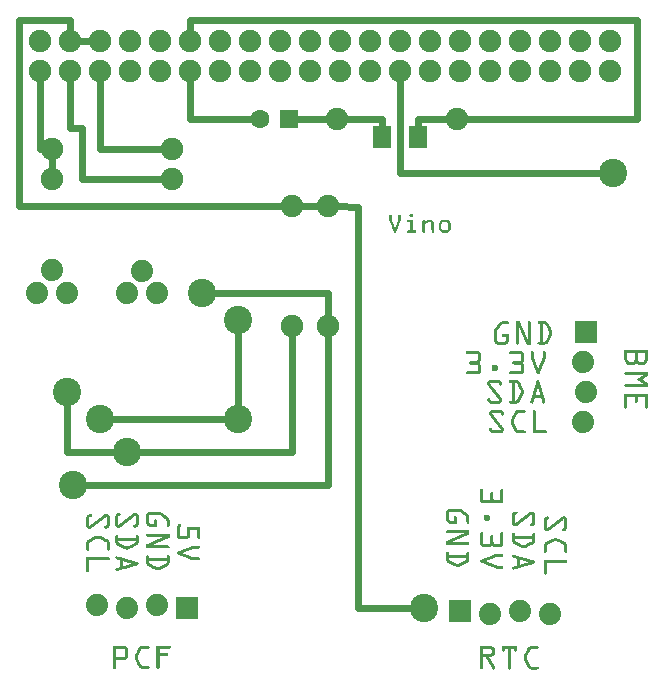
<source format=gtl>
G04 MADE WITH FRITZING*
G04 WWW.FRITZING.ORG*
G04 DOUBLE SIDED*
G04 HOLES PLATED*
G04 CONTOUR ON CENTER OF CONTOUR VECTOR*
%ASAXBY*%
%FSLAX23Y23*%
%MOIN*%
%OFA0B0*%
%SFA1.0B1.0*%
%ADD10C,0.075000*%
%ADD11C,0.094488*%
%ADD12C,0.075361*%
%ADD13C,0.062992*%
%ADD14C,0.074000*%
%ADD15R,0.062992X0.074803*%
%ADD16R,0.062992X0.062992*%
%ADD17C,0.024000*%
%ADD18R,0.001000X0.001000*%
%LNCOPPER1*%
G90*
G70*
G54D10*
X1090Y1885D03*
X1490Y1885D03*
G54D11*
X2010Y1705D03*
X300Y885D03*
X640Y1305D03*
X190Y975D03*
X760Y885D03*
X760Y1215D03*
X390Y775D03*
X1380Y255D03*
X210Y665D03*
G54D12*
X100Y2045D03*
X200Y2045D03*
X300Y2045D03*
X400Y2045D03*
X500Y2045D03*
X600Y2045D03*
X700Y2045D03*
X800Y2045D03*
X900Y2045D03*
X1000Y2045D03*
X1100Y2045D03*
X1200Y2045D03*
X1300Y2045D03*
X1400Y2045D03*
X1500Y2045D03*
X1600Y2045D03*
X1700Y2045D03*
X1800Y2045D03*
X1900Y2045D03*
X2000Y2045D03*
X2000Y2145D03*
X1900Y2145D03*
X1800Y2145D03*
X1700Y2145D03*
X1600Y2145D03*
X1500Y2145D03*
X1400Y2145D03*
X1300Y2145D03*
X1200Y2145D03*
X1100Y2145D03*
X1000Y2145D03*
X900Y2145D03*
X800Y2145D03*
X700Y2145D03*
X600Y2145D03*
X500Y2145D03*
X400Y2145D03*
X300Y2145D03*
X200Y2145D03*
X100Y2145D03*
G54D13*
X930Y1885D03*
X832Y1885D03*
G54D10*
X1060Y1595D03*
X1060Y1195D03*
X940Y1595D03*
X940Y1195D03*
X140Y1685D03*
X540Y1685D03*
X140Y1785D03*
X540Y1785D03*
G54D14*
X1920Y1175D03*
X1910Y1075D03*
X1920Y975D03*
X1910Y875D03*
X1920Y1175D03*
X1910Y1075D03*
X1920Y975D03*
X1910Y875D03*
X590Y255D03*
X490Y265D03*
X390Y255D03*
X290Y265D03*
X590Y255D03*
X490Y265D03*
X390Y255D03*
X290Y265D03*
X1500Y245D03*
X1600Y235D03*
X1700Y245D03*
X1800Y235D03*
X1500Y245D03*
X1600Y235D03*
X1700Y245D03*
X1800Y235D03*
X390Y1305D03*
X440Y1380D03*
X490Y1305D03*
X390Y1305D03*
X440Y1380D03*
X490Y1305D03*
X89Y1307D03*
X139Y1382D03*
X189Y1307D03*
X89Y1307D03*
X139Y1382D03*
X189Y1307D03*
G54D15*
X1238Y1825D03*
X1360Y1825D03*
G54D16*
X930Y1885D03*
G54D17*
X1360Y1885D02*
X1360Y1857D01*
D02*
X1462Y1885D02*
X1360Y1885D01*
D02*
X1240Y1885D02*
X1239Y1857D01*
D02*
X1119Y1885D02*
X1240Y1885D01*
D02*
X1062Y1885D02*
X957Y1885D01*
D02*
X760Y912D02*
X760Y1188D01*
D02*
X733Y885D02*
X327Y885D01*
D02*
X600Y2215D02*
X600Y2177D01*
D02*
X1300Y1705D02*
X1300Y2014D01*
D02*
X1983Y1705D02*
X1300Y1705D01*
D02*
X240Y1856D02*
X240Y1685D01*
D02*
X200Y1856D02*
X240Y1856D01*
D02*
X200Y2014D02*
X200Y1856D01*
D02*
X240Y1685D02*
X512Y1685D01*
D02*
X140Y1757D02*
X140Y1714D01*
D02*
X100Y1785D02*
X112Y1785D01*
D02*
X100Y2014D02*
X100Y1785D01*
D02*
X30Y1595D02*
X30Y2216D01*
D02*
X30Y2216D02*
X200Y2216D01*
D02*
X200Y2216D02*
X200Y2177D01*
D02*
X912Y1595D02*
X30Y1595D01*
D02*
X2088Y1885D02*
X2088Y2215D01*
D02*
X2088Y2215D02*
X600Y2215D01*
D02*
X1519Y1885D02*
X2088Y1885D01*
D02*
X600Y1885D02*
X805Y1885D01*
D02*
X600Y2014D02*
X600Y1885D01*
D02*
X300Y2014D02*
X300Y1785D01*
D02*
X300Y1785D02*
X512Y1785D01*
D02*
X940Y775D02*
X940Y1167D01*
D02*
X417Y775D02*
X940Y775D01*
D02*
X190Y775D02*
X363Y775D01*
D02*
X190Y948D02*
X190Y775D01*
D02*
X1060Y1224D02*
X1060Y1305D01*
D02*
X1060Y1305D02*
X667Y1305D01*
D02*
X1032Y1595D02*
X969Y1595D01*
D02*
X1060Y665D02*
X1060Y1167D01*
D02*
X237Y665D02*
X1060Y665D01*
D02*
X1159Y1594D02*
X1089Y1595D01*
D02*
X1159Y255D02*
X1159Y1594D01*
D02*
X1353Y255D02*
X1159Y255D01*
D02*
X269Y2145D02*
X232Y2145D01*
G54D18*
X1332Y1569D02*
X1339Y1569D01*
X1331Y1568D02*
X1340Y1568D01*
X1330Y1567D02*
X1341Y1567D01*
X1265Y1566D02*
X1269Y1566D01*
X1296Y1566D02*
X1299Y1566D01*
X1330Y1566D02*
X1341Y1566D01*
X1264Y1565D02*
X1270Y1565D01*
X1295Y1565D02*
X1300Y1565D01*
X1330Y1565D02*
X1341Y1565D01*
X1264Y1564D02*
X1270Y1564D01*
X1294Y1564D02*
X1300Y1564D01*
X1330Y1564D02*
X1341Y1564D01*
X1264Y1563D02*
X1270Y1563D01*
X1294Y1563D02*
X1301Y1563D01*
X1330Y1563D02*
X1341Y1563D01*
X1264Y1562D02*
X1270Y1562D01*
X1294Y1562D02*
X1301Y1562D01*
X1330Y1562D02*
X1341Y1562D01*
X1264Y1561D02*
X1270Y1561D01*
X1294Y1561D02*
X1301Y1561D01*
X1331Y1561D02*
X1340Y1561D01*
X1264Y1560D02*
X1270Y1560D01*
X1294Y1560D02*
X1301Y1560D01*
X1332Y1560D02*
X1340Y1560D01*
X1264Y1559D02*
X1270Y1559D01*
X1294Y1559D02*
X1301Y1559D01*
X1334Y1559D02*
X1337Y1559D01*
X1264Y1558D02*
X1270Y1558D01*
X1294Y1558D02*
X1301Y1558D01*
X1264Y1557D02*
X1270Y1557D01*
X1294Y1557D02*
X1301Y1557D01*
X1264Y1556D02*
X1270Y1556D01*
X1294Y1556D02*
X1301Y1556D01*
X1264Y1555D02*
X1270Y1555D01*
X1294Y1555D02*
X1301Y1555D01*
X1264Y1554D02*
X1270Y1554D01*
X1294Y1554D02*
X1301Y1554D01*
X1264Y1553D02*
X1270Y1553D01*
X1294Y1553D02*
X1301Y1553D01*
X1264Y1552D02*
X1270Y1552D01*
X1294Y1552D02*
X1301Y1552D01*
X1264Y1551D02*
X1270Y1551D01*
X1294Y1551D02*
X1301Y1551D01*
X1264Y1550D02*
X1271Y1550D01*
X1294Y1550D02*
X1301Y1550D01*
X1325Y1550D02*
X1339Y1550D01*
X1376Y1550D02*
X1379Y1550D01*
X1393Y1550D02*
X1402Y1550D01*
X1441Y1550D02*
X1456Y1550D01*
X1264Y1549D02*
X1271Y1549D01*
X1293Y1549D02*
X1301Y1549D01*
X1324Y1549D02*
X1340Y1549D01*
X1375Y1549D02*
X1380Y1549D01*
X1390Y1549D02*
X1405Y1549D01*
X1438Y1549D02*
X1458Y1549D01*
X1264Y1548D02*
X1271Y1548D01*
X1293Y1548D02*
X1300Y1548D01*
X1323Y1548D02*
X1341Y1548D01*
X1375Y1548D02*
X1381Y1548D01*
X1388Y1548D02*
X1406Y1548D01*
X1437Y1548D02*
X1460Y1548D01*
X1264Y1547D02*
X1272Y1547D01*
X1293Y1547D02*
X1300Y1547D01*
X1323Y1547D02*
X1341Y1547D01*
X1374Y1547D02*
X1381Y1547D01*
X1387Y1547D02*
X1407Y1547D01*
X1436Y1547D02*
X1461Y1547D01*
X1265Y1546D02*
X1272Y1546D01*
X1292Y1546D02*
X1300Y1546D01*
X1323Y1546D02*
X1341Y1546D01*
X1374Y1546D02*
X1381Y1546D01*
X1385Y1546D02*
X1408Y1546D01*
X1435Y1546D02*
X1462Y1546D01*
X1265Y1545D02*
X1272Y1545D01*
X1292Y1545D02*
X1299Y1545D01*
X1323Y1545D02*
X1341Y1545D01*
X1374Y1545D02*
X1381Y1545D01*
X1384Y1545D02*
X1409Y1545D01*
X1433Y1545D02*
X1463Y1545D01*
X1266Y1544D02*
X1273Y1544D01*
X1291Y1544D02*
X1299Y1544D01*
X1324Y1544D02*
X1341Y1544D01*
X1374Y1544D02*
X1409Y1544D01*
X1432Y1544D02*
X1464Y1544D01*
X1266Y1543D02*
X1273Y1543D01*
X1291Y1543D02*
X1298Y1543D01*
X1325Y1543D02*
X1341Y1543D01*
X1374Y1543D02*
X1410Y1543D01*
X1432Y1543D02*
X1465Y1543D01*
X1266Y1542D02*
X1274Y1542D01*
X1291Y1542D02*
X1298Y1542D01*
X1334Y1542D02*
X1341Y1542D01*
X1374Y1542D02*
X1392Y1542D01*
X1402Y1542D02*
X1410Y1542D01*
X1431Y1542D02*
X1441Y1542D01*
X1456Y1542D02*
X1465Y1542D01*
X1267Y1541D02*
X1274Y1541D01*
X1290Y1541D02*
X1298Y1541D01*
X1334Y1541D02*
X1341Y1541D01*
X1374Y1541D02*
X1391Y1541D01*
X1403Y1541D02*
X1410Y1541D01*
X1431Y1541D02*
X1439Y1541D01*
X1457Y1541D02*
X1466Y1541D01*
X1267Y1540D02*
X1274Y1540D01*
X1290Y1540D02*
X1297Y1540D01*
X1334Y1540D02*
X1341Y1540D01*
X1374Y1540D02*
X1389Y1540D01*
X1404Y1540D02*
X1410Y1540D01*
X1430Y1540D02*
X1438Y1540D01*
X1458Y1540D02*
X1466Y1540D01*
X1267Y1539D02*
X1275Y1539D01*
X1289Y1539D02*
X1297Y1539D01*
X1334Y1539D02*
X1341Y1539D01*
X1374Y1539D02*
X1388Y1539D01*
X1404Y1539D02*
X1410Y1539D01*
X1430Y1539D02*
X1437Y1539D01*
X1459Y1539D02*
X1467Y1539D01*
X1268Y1538D02*
X1275Y1538D01*
X1289Y1538D02*
X1296Y1538D01*
X1334Y1538D02*
X1341Y1538D01*
X1374Y1538D02*
X1386Y1538D01*
X1404Y1538D02*
X1411Y1538D01*
X1430Y1538D02*
X1437Y1538D01*
X1460Y1538D02*
X1467Y1538D01*
X1268Y1537D02*
X1276Y1537D01*
X1289Y1537D02*
X1296Y1537D01*
X1334Y1537D02*
X1341Y1537D01*
X1374Y1537D02*
X1385Y1537D01*
X1404Y1537D02*
X1411Y1537D01*
X1430Y1537D02*
X1437Y1537D01*
X1460Y1537D02*
X1467Y1537D01*
X1269Y1536D02*
X1276Y1536D01*
X1288Y1536D02*
X1296Y1536D01*
X1334Y1536D02*
X1341Y1536D01*
X1374Y1536D02*
X1383Y1536D01*
X1404Y1536D02*
X1411Y1536D01*
X1430Y1536D02*
X1436Y1536D01*
X1460Y1536D02*
X1467Y1536D01*
X1269Y1535D02*
X1276Y1535D01*
X1288Y1535D02*
X1295Y1535D01*
X1334Y1535D02*
X1341Y1535D01*
X1374Y1535D02*
X1382Y1535D01*
X1404Y1535D02*
X1411Y1535D01*
X1430Y1535D02*
X1436Y1535D01*
X1460Y1535D02*
X1467Y1535D01*
X1269Y1534D02*
X1277Y1534D01*
X1288Y1534D02*
X1295Y1534D01*
X1334Y1534D02*
X1341Y1534D01*
X1374Y1534D02*
X1381Y1534D01*
X1404Y1534D02*
X1411Y1534D01*
X1430Y1534D02*
X1436Y1534D01*
X1460Y1534D02*
X1467Y1534D01*
X1270Y1533D02*
X1277Y1533D01*
X1287Y1533D02*
X1294Y1533D01*
X1334Y1533D02*
X1341Y1533D01*
X1374Y1533D02*
X1381Y1533D01*
X1404Y1533D02*
X1411Y1533D01*
X1430Y1533D02*
X1436Y1533D01*
X1460Y1533D02*
X1467Y1533D01*
X1270Y1532D02*
X1278Y1532D01*
X1287Y1532D02*
X1294Y1532D01*
X1334Y1532D02*
X1341Y1532D01*
X1374Y1532D02*
X1381Y1532D01*
X1404Y1532D02*
X1411Y1532D01*
X1430Y1532D02*
X1436Y1532D01*
X1460Y1532D02*
X1467Y1532D01*
X1271Y1531D02*
X1278Y1531D01*
X1286Y1531D02*
X1294Y1531D01*
X1334Y1531D02*
X1341Y1531D01*
X1374Y1531D02*
X1381Y1531D01*
X1404Y1531D02*
X1411Y1531D01*
X1430Y1531D02*
X1436Y1531D01*
X1460Y1531D02*
X1467Y1531D01*
X1271Y1530D02*
X1278Y1530D01*
X1286Y1530D02*
X1293Y1530D01*
X1334Y1530D02*
X1341Y1530D01*
X1374Y1530D02*
X1381Y1530D01*
X1404Y1530D02*
X1411Y1530D01*
X1430Y1530D02*
X1436Y1530D01*
X1460Y1530D02*
X1467Y1530D01*
X1271Y1529D02*
X1279Y1529D01*
X1286Y1529D02*
X1293Y1529D01*
X1334Y1529D02*
X1341Y1529D01*
X1374Y1529D02*
X1381Y1529D01*
X1404Y1529D02*
X1411Y1529D01*
X1430Y1529D02*
X1436Y1529D01*
X1460Y1529D02*
X1467Y1529D01*
X1272Y1528D02*
X1279Y1528D01*
X1285Y1528D02*
X1293Y1528D01*
X1334Y1528D02*
X1341Y1528D01*
X1374Y1528D02*
X1381Y1528D01*
X1404Y1528D02*
X1411Y1528D01*
X1430Y1528D02*
X1436Y1528D01*
X1460Y1528D02*
X1467Y1528D01*
X1272Y1527D02*
X1280Y1527D01*
X1285Y1527D02*
X1292Y1527D01*
X1334Y1527D02*
X1341Y1527D01*
X1374Y1527D02*
X1381Y1527D01*
X1404Y1527D02*
X1411Y1527D01*
X1430Y1527D02*
X1436Y1527D01*
X1460Y1527D02*
X1467Y1527D01*
X1273Y1526D02*
X1280Y1526D01*
X1284Y1526D02*
X1292Y1526D01*
X1334Y1526D02*
X1341Y1526D01*
X1374Y1526D02*
X1381Y1526D01*
X1404Y1526D02*
X1411Y1526D01*
X1430Y1526D02*
X1436Y1526D01*
X1460Y1526D02*
X1467Y1526D01*
X1273Y1525D02*
X1280Y1525D01*
X1284Y1525D02*
X1291Y1525D01*
X1334Y1525D02*
X1341Y1525D01*
X1374Y1525D02*
X1381Y1525D01*
X1404Y1525D02*
X1411Y1525D01*
X1430Y1525D02*
X1436Y1525D01*
X1460Y1525D02*
X1467Y1525D01*
X1273Y1524D02*
X1281Y1524D01*
X1284Y1524D02*
X1291Y1524D01*
X1334Y1524D02*
X1341Y1524D01*
X1374Y1524D02*
X1381Y1524D01*
X1404Y1524D02*
X1411Y1524D01*
X1430Y1524D02*
X1436Y1524D01*
X1460Y1524D02*
X1467Y1524D01*
X1274Y1523D02*
X1281Y1523D01*
X1283Y1523D02*
X1291Y1523D01*
X1334Y1523D02*
X1341Y1523D01*
X1374Y1523D02*
X1381Y1523D01*
X1404Y1523D02*
X1411Y1523D01*
X1430Y1523D02*
X1436Y1523D01*
X1460Y1523D02*
X1467Y1523D01*
X1274Y1522D02*
X1290Y1522D01*
X1334Y1522D02*
X1341Y1522D01*
X1374Y1522D02*
X1381Y1522D01*
X1404Y1522D02*
X1411Y1522D01*
X1430Y1522D02*
X1436Y1522D01*
X1460Y1522D02*
X1467Y1522D01*
X1274Y1521D02*
X1290Y1521D01*
X1334Y1521D02*
X1341Y1521D01*
X1374Y1521D02*
X1381Y1521D01*
X1404Y1521D02*
X1411Y1521D01*
X1430Y1521D02*
X1436Y1521D01*
X1460Y1521D02*
X1467Y1521D01*
X1275Y1520D02*
X1289Y1520D01*
X1334Y1520D02*
X1341Y1520D01*
X1374Y1520D02*
X1381Y1520D01*
X1404Y1520D02*
X1411Y1520D01*
X1430Y1520D02*
X1437Y1520D01*
X1460Y1520D02*
X1467Y1520D01*
X1275Y1519D02*
X1289Y1519D01*
X1334Y1519D02*
X1341Y1519D01*
X1374Y1519D02*
X1381Y1519D01*
X1404Y1519D02*
X1411Y1519D01*
X1430Y1519D02*
X1437Y1519D01*
X1460Y1519D02*
X1467Y1519D01*
X1276Y1518D02*
X1289Y1518D01*
X1334Y1518D02*
X1341Y1518D01*
X1374Y1518D02*
X1381Y1518D01*
X1404Y1518D02*
X1411Y1518D01*
X1430Y1518D02*
X1438Y1518D01*
X1459Y1518D02*
X1467Y1518D01*
X1276Y1517D02*
X1288Y1517D01*
X1334Y1517D02*
X1341Y1517D01*
X1374Y1517D02*
X1381Y1517D01*
X1405Y1517D02*
X1411Y1517D01*
X1430Y1517D02*
X1439Y1517D01*
X1458Y1517D02*
X1466Y1517D01*
X1276Y1516D02*
X1288Y1516D01*
X1334Y1516D02*
X1341Y1516D01*
X1374Y1516D02*
X1381Y1516D01*
X1405Y1516D02*
X1411Y1516D01*
X1431Y1516D02*
X1440Y1516D01*
X1457Y1516D02*
X1466Y1516D01*
X1277Y1515D02*
X1287Y1515D01*
X1334Y1515D02*
X1341Y1515D01*
X1374Y1515D02*
X1381Y1515D01*
X1405Y1515D02*
X1411Y1515D01*
X1431Y1515D02*
X1442Y1515D01*
X1455Y1515D02*
X1465Y1515D01*
X1277Y1514D02*
X1287Y1514D01*
X1325Y1514D02*
X1350Y1514D01*
X1374Y1514D02*
X1381Y1514D01*
X1405Y1514D02*
X1411Y1514D01*
X1432Y1514D02*
X1464Y1514D01*
X1278Y1513D02*
X1287Y1513D01*
X1323Y1513D02*
X1351Y1513D01*
X1374Y1513D02*
X1381Y1513D01*
X1405Y1513D02*
X1411Y1513D01*
X1433Y1513D02*
X1464Y1513D01*
X1278Y1512D02*
X1286Y1512D01*
X1323Y1512D02*
X1352Y1512D01*
X1374Y1512D02*
X1381Y1512D01*
X1405Y1512D02*
X1411Y1512D01*
X1434Y1512D02*
X1463Y1512D01*
X1278Y1511D02*
X1286Y1511D01*
X1323Y1511D02*
X1352Y1511D01*
X1374Y1511D02*
X1381Y1511D01*
X1405Y1511D02*
X1411Y1511D01*
X1435Y1511D02*
X1462Y1511D01*
X1279Y1510D02*
X1285Y1510D01*
X1323Y1510D02*
X1352Y1510D01*
X1374Y1510D02*
X1381Y1510D01*
X1405Y1510D02*
X1411Y1510D01*
X1436Y1510D02*
X1460Y1510D01*
X1279Y1509D02*
X1285Y1509D01*
X1323Y1509D02*
X1352Y1509D01*
X1375Y1509D02*
X1381Y1509D01*
X1405Y1509D02*
X1411Y1509D01*
X1438Y1509D02*
X1459Y1509D01*
X1280Y1508D02*
X1284Y1508D01*
X1324Y1508D02*
X1351Y1508D01*
X1376Y1508D02*
X1380Y1508D01*
X1406Y1508D02*
X1410Y1508D01*
X1439Y1508D02*
X1457Y1508D01*
X1282Y1507D02*
X1282Y1507D01*
X1326Y1507D02*
X1349Y1507D01*
X1408Y1507D02*
X1408Y1507D01*
X1444Y1507D02*
X1453Y1507D01*
X1883Y1212D02*
X1956Y1212D01*
X1638Y1211D02*
X1659Y1211D01*
X1685Y1211D02*
X1698Y1211D01*
X1727Y1211D02*
X1731Y1211D01*
X1760Y1211D02*
X1784Y1211D01*
X1883Y1211D02*
X1956Y1211D01*
X1635Y1210D02*
X1660Y1210D01*
X1685Y1210D02*
X1698Y1210D01*
X1726Y1210D02*
X1732Y1210D01*
X1759Y1210D02*
X1787Y1210D01*
X1883Y1210D02*
X1956Y1210D01*
X1634Y1209D02*
X1661Y1209D01*
X1685Y1209D02*
X1698Y1209D01*
X1725Y1209D02*
X1733Y1209D01*
X1758Y1209D02*
X1788Y1209D01*
X1883Y1209D02*
X1956Y1209D01*
X1633Y1208D02*
X1661Y1208D01*
X1685Y1208D02*
X1699Y1208D01*
X1725Y1208D02*
X1734Y1208D01*
X1758Y1208D02*
X1789Y1208D01*
X1883Y1208D02*
X1956Y1208D01*
X1632Y1207D02*
X1661Y1207D01*
X1685Y1207D02*
X1699Y1207D01*
X1725Y1207D02*
X1734Y1207D01*
X1757Y1207D02*
X1791Y1207D01*
X1883Y1207D02*
X1956Y1207D01*
X1631Y1206D02*
X1661Y1206D01*
X1685Y1206D02*
X1700Y1206D01*
X1725Y1206D02*
X1734Y1206D01*
X1757Y1206D02*
X1792Y1206D01*
X1883Y1206D02*
X1956Y1206D01*
X1630Y1205D02*
X1661Y1205D01*
X1685Y1205D02*
X1700Y1205D01*
X1725Y1205D02*
X1734Y1205D01*
X1758Y1205D02*
X1792Y1205D01*
X1883Y1205D02*
X1956Y1205D01*
X1629Y1204D02*
X1661Y1204D01*
X1685Y1204D02*
X1701Y1204D01*
X1725Y1204D02*
X1734Y1204D01*
X1758Y1204D02*
X1793Y1204D01*
X1883Y1204D02*
X1956Y1204D01*
X1628Y1203D02*
X1660Y1203D01*
X1685Y1203D02*
X1701Y1203D01*
X1725Y1203D02*
X1734Y1203D01*
X1759Y1203D02*
X1793Y1203D01*
X1883Y1203D02*
X1956Y1203D01*
X1628Y1202D02*
X1658Y1202D01*
X1685Y1202D02*
X1702Y1202D01*
X1725Y1202D02*
X1734Y1202D01*
X1760Y1202D02*
X1794Y1202D01*
X1883Y1202D02*
X1956Y1202D01*
X1627Y1201D02*
X1639Y1201D01*
X1685Y1201D02*
X1702Y1201D01*
X1725Y1201D02*
X1734Y1201D01*
X1767Y1201D02*
X1776Y1201D01*
X1783Y1201D02*
X1794Y1201D01*
X1883Y1201D02*
X1956Y1201D01*
X1626Y1200D02*
X1638Y1200D01*
X1685Y1200D02*
X1702Y1200D01*
X1725Y1200D02*
X1734Y1200D01*
X1767Y1200D02*
X1776Y1200D01*
X1784Y1200D02*
X1795Y1200D01*
X1883Y1200D02*
X1956Y1200D01*
X1625Y1199D02*
X1637Y1199D01*
X1685Y1199D02*
X1703Y1199D01*
X1725Y1199D02*
X1734Y1199D01*
X1767Y1199D02*
X1776Y1199D01*
X1785Y1199D02*
X1796Y1199D01*
X1883Y1199D02*
X1956Y1199D01*
X1624Y1198D02*
X1636Y1198D01*
X1685Y1198D02*
X1703Y1198D01*
X1725Y1198D02*
X1734Y1198D01*
X1767Y1198D02*
X1776Y1198D01*
X1786Y1198D02*
X1796Y1198D01*
X1883Y1198D02*
X1956Y1198D01*
X1624Y1197D02*
X1636Y1197D01*
X1685Y1197D02*
X1704Y1197D01*
X1725Y1197D02*
X1734Y1197D01*
X1767Y1197D02*
X1776Y1197D01*
X1786Y1197D02*
X1797Y1197D01*
X1883Y1197D02*
X1956Y1197D01*
X1623Y1196D02*
X1635Y1196D01*
X1685Y1196D02*
X1704Y1196D01*
X1725Y1196D02*
X1734Y1196D01*
X1767Y1196D02*
X1776Y1196D01*
X1787Y1196D02*
X1797Y1196D01*
X1883Y1196D02*
X1956Y1196D01*
X1622Y1195D02*
X1634Y1195D01*
X1685Y1195D02*
X1705Y1195D01*
X1725Y1195D02*
X1734Y1195D01*
X1767Y1195D02*
X1776Y1195D01*
X1787Y1195D02*
X1798Y1195D01*
X1883Y1195D02*
X1914Y1195D01*
X1925Y1195D02*
X1956Y1195D01*
X1621Y1194D02*
X1633Y1194D01*
X1685Y1194D02*
X1705Y1194D01*
X1725Y1194D02*
X1734Y1194D01*
X1767Y1194D02*
X1776Y1194D01*
X1788Y1194D02*
X1798Y1194D01*
X1883Y1194D02*
X1911Y1194D01*
X1928Y1194D02*
X1956Y1194D01*
X1621Y1193D02*
X1632Y1193D01*
X1685Y1193D02*
X1705Y1193D01*
X1725Y1193D02*
X1734Y1193D01*
X1767Y1193D02*
X1776Y1193D01*
X1788Y1193D02*
X1799Y1193D01*
X1883Y1193D02*
X1909Y1193D01*
X1930Y1193D02*
X1956Y1193D01*
X1620Y1192D02*
X1632Y1192D01*
X1685Y1192D02*
X1694Y1192D01*
X1696Y1192D02*
X1706Y1192D01*
X1725Y1192D02*
X1734Y1192D01*
X1767Y1192D02*
X1776Y1192D01*
X1789Y1192D02*
X1799Y1192D01*
X1883Y1192D02*
X1908Y1192D01*
X1931Y1192D02*
X1956Y1192D01*
X1619Y1191D02*
X1631Y1191D01*
X1685Y1191D02*
X1694Y1191D01*
X1696Y1191D02*
X1706Y1191D01*
X1725Y1191D02*
X1734Y1191D01*
X1767Y1191D02*
X1776Y1191D01*
X1789Y1191D02*
X1800Y1191D01*
X1883Y1191D02*
X1906Y1191D01*
X1933Y1191D02*
X1956Y1191D01*
X1618Y1190D02*
X1630Y1190D01*
X1685Y1190D02*
X1694Y1190D01*
X1697Y1190D02*
X1707Y1190D01*
X1725Y1190D02*
X1734Y1190D01*
X1767Y1190D02*
X1776Y1190D01*
X1790Y1190D02*
X1800Y1190D01*
X1883Y1190D02*
X1905Y1190D01*
X1934Y1190D02*
X1956Y1190D01*
X1617Y1189D02*
X1629Y1189D01*
X1685Y1189D02*
X1694Y1189D01*
X1697Y1189D02*
X1707Y1189D01*
X1725Y1189D02*
X1734Y1189D01*
X1767Y1189D02*
X1776Y1189D01*
X1790Y1189D02*
X1801Y1189D01*
X1883Y1189D02*
X1904Y1189D01*
X1935Y1189D02*
X1956Y1189D01*
X1617Y1188D02*
X1628Y1188D01*
X1685Y1188D02*
X1694Y1188D01*
X1698Y1188D02*
X1708Y1188D01*
X1725Y1188D02*
X1734Y1188D01*
X1767Y1188D02*
X1776Y1188D01*
X1791Y1188D02*
X1801Y1188D01*
X1883Y1188D02*
X1903Y1188D01*
X1935Y1188D02*
X1956Y1188D01*
X1616Y1187D02*
X1628Y1187D01*
X1685Y1187D02*
X1694Y1187D01*
X1698Y1187D02*
X1708Y1187D01*
X1725Y1187D02*
X1734Y1187D01*
X1767Y1187D02*
X1776Y1187D01*
X1791Y1187D02*
X1802Y1187D01*
X1883Y1187D02*
X1903Y1187D01*
X1936Y1187D02*
X1956Y1187D01*
X1615Y1186D02*
X1627Y1186D01*
X1685Y1186D02*
X1694Y1186D01*
X1698Y1186D02*
X1709Y1186D01*
X1725Y1186D02*
X1734Y1186D01*
X1767Y1186D02*
X1776Y1186D01*
X1792Y1186D02*
X1802Y1186D01*
X1883Y1186D02*
X1902Y1186D01*
X1937Y1186D02*
X1956Y1186D01*
X1615Y1185D02*
X1626Y1185D01*
X1685Y1185D02*
X1694Y1185D01*
X1699Y1185D02*
X1709Y1185D01*
X1725Y1185D02*
X1734Y1185D01*
X1767Y1185D02*
X1776Y1185D01*
X1792Y1185D02*
X1803Y1185D01*
X1883Y1185D02*
X1901Y1185D01*
X1937Y1185D02*
X1956Y1185D01*
X1614Y1184D02*
X1625Y1184D01*
X1685Y1184D02*
X1694Y1184D01*
X1699Y1184D02*
X1709Y1184D01*
X1725Y1184D02*
X1734Y1184D01*
X1767Y1184D02*
X1776Y1184D01*
X1793Y1184D02*
X1803Y1184D01*
X1883Y1184D02*
X1901Y1184D01*
X1938Y1184D02*
X1956Y1184D01*
X1614Y1183D02*
X1625Y1183D01*
X1685Y1183D02*
X1694Y1183D01*
X1700Y1183D02*
X1710Y1183D01*
X1725Y1183D02*
X1734Y1183D01*
X1767Y1183D02*
X1776Y1183D01*
X1793Y1183D02*
X1804Y1183D01*
X1883Y1183D02*
X1900Y1183D01*
X1938Y1183D02*
X1956Y1183D01*
X1614Y1182D02*
X1624Y1182D01*
X1685Y1182D02*
X1694Y1182D01*
X1700Y1182D02*
X1710Y1182D01*
X1725Y1182D02*
X1734Y1182D01*
X1767Y1182D02*
X1776Y1182D01*
X1794Y1182D02*
X1804Y1182D01*
X1883Y1182D02*
X1900Y1182D01*
X1939Y1182D02*
X1956Y1182D01*
X1613Y1181D02*
X1623Y1181D01*
X1685Y1181D02*
X1694Y1181D01*
X1701Y1181D02*
X1711Y1181D01*
X1725Y1181D02*
X1734Y1181D01*
X1767Y1181D02*
X1776Y1181D01*
X1794Y1181D02*
X1804Y1181D01*
X1883Y1181D02*
X1900Y1181D01*
X1939Y1181D02*
X1956Y1181D01*
X1613Y1180D02*
X1623Y1180D01*
X1685Y1180D02*
X1694Y1180D01*
X1701Y1180D02*
X1711Y1180D01*
X1725Y1180D02*
X1734Y1180D01*
X1767Y1180D02*
X1776Y1180D01*
X1795Y1180D02*
X1805Y1180D01*
X1883Y1180D02*
X1899Y1180D01*
X1939Y1180D02*
X1956Y1180D01*
X1613Y1179D02*
X1622Y1179D01*
X1685Y1179D02*
X1694Y1179D01*
X1702Y1179D02*
X1712Y1179D01*
X1725Y1179D02*
X1734Y1179D01*
X1767Y1179D02*
X1776Y1179D01*
X1795Y1179D02*
X1805Y1179D01*
X1883Y1179D02*
X1899Y1179D01*
X1940Y1179D02*
X1956Y1179D01*
X1613Y1178D02*
X1622Y1178D01*
X1685Y1178D02*
X1694Y1178D01*
X1702Y1178D02*
X1712Y1178D01*
X1725Y1178D02*
X1734Y1178D01*
X1767Y1178D02*
X1776Y1178D01*
X1796Y1178D02*
X1805Y1178D01*
X1883Y1178D02*
X1899Y1178D01*
X1940Y1178D02*
X1956Y1178D01*
X1613Y1177D02*
X1622Y1177D01*
X1685Y1177D02*
X1694Y1177D01*
X1702Y1177D02*
X1712Y1177D01*
X1725Y1177D02*
X1734Y1177D01*
X1767Y1177D02*
X1776Y1177D01*
X1796Y1177D02*
X1806Y1177D01*
X1883Y1177D02*
X1899Y1177D01*
X1940Y1177D02*
X1956Y1177D01*
X1613Y1176D02*
X1622Y1176D01*
X1685Y1176D02*
X1694Y1176D01*
X1703Y1176D02*
X1713Y1176D01*
X1725Y1176D02*
X1734Y1176D01*
X1767Y1176D02*
X1776Y1176D01*
X1796Y1176D02*
X1806Y1176D01*
X1883Y1176D02*
X1899Y1176D01*
X1940Y1176D02*
X1956Y1176D01*
X1613Y1175D02*
X1622Y1175D01*
X1685Y1175D02*
X1694Y1175D01*
X1703Y1175D02*
X1713Y1175D01*
X1725Y1175D02*
X1734Y1175D01*
X1767Y1175D02*
X1776Y1175D01*
X1797Y1175D02*
X1806Y1175D01*
X1883Y1175D02*
X1899Y1175D01*
X1940Y1175D02*
X1956Y1175D01*
X1613Y1174D02*
X1622Y1174D01*
X1685Y1174D02*
X1694Y1174D01*
X1704Y1174D02*
X1714Y1174D01*
X1725Y1174D02*
X1734Y1174D01*
X1767Y1174D02*
X1776Y1174D01*
X1797Y1174D02*
X1806Y1174D01*
X1883Y1174D02*
X1899Y1174D01*
X1940Y1174D02*
X1956Y1174D01*
X1613Y1173D02*
X1622Y1173D01*
X1685Y1173D02*
X1694Y1173D01*
X1704Y1173D02*
X1714Y1173D01*
X1725Y1173D02*
X1734Y1173D01*
X1767Y1173D02*
X1776Y1173D01*
X1797Y1173D02*
X1806Y1173D01*
X1883Y1173D02*
X1899Y1173D01*
X1940Y1173D02*
X1956Y1173D01*
X1613Y1172D02*
X1622Y1172D01*
X1685Y1172D02*
X1694Y1172D01*
X1705Y1172D02*
X1715Y1172D01*
X1725Y1172D02*
X1734Y1172D01*
X1767Y1172D02*
X1776Y1172D01*
X1797Y1172D02*
X1806Y1172D01*
X1883Y1172D02*
X1899Y1172D01*
X1940Y1172D02*
X1956Y1172D01*
X1613Y1171D02*
X1622Y1171D01*
X1685Y1171D02*
X1694Y1171D01*
X1705Y1171D02*
X1715Y1171D01*
X1725Y1171D02*
X1734Y1171D01*
X1767Y1171D02*
X1776Y1171D01*
X1797Y1171D02*
X1806Y1171D01*
X1883Y1171D02*
X1899Y1171D01*
X1939Y1171D02*
X1956Y1171D01*
X1613Y1170D02*
X1622Y1170D01*
X1685Y1170D02*
X1694Y1170D01*
X1705Y1170D02*
X1716Y1170D01*
X1725Y1170D02*
X1734Y1170D01*
X1767Y1170D02*
X1776Y1170D01*
X1797Y1170D02*
X1806Y1170D01*
X1883Y1170D02*
X1900Y1170D01*
X1939Y1170D02*
X1956Y1170D01*
X1613Y1169D02*
X1622Y1169D01*
X1641Y1169D02*
X1661Y1169D01*
X1685Y1169D02*
X1694Y1169D01*
X1706Y1169D02*
X1716Y1169D01*
X1725Y1169D02*
X1734Y1169D01*
X1767Y1169D02*
X1776Y1169D01*
X1796Y1169D02*
X1806Y1169D01*
X1883Y1169D02*
X1900Y1169D01*
X1939Y1169D02*
X1956Y1169D01*
X1613Y1168D02*
X1622Y1168D01*
X1639Y1168D02*
X1662Y1168D01*
X1685Y1168D02*
X1694Y1168D01*
X1706Y1168D02*
X1716Y1168D01*
X1725Y1168D02*
X1734Y1168D01*
X1767Y1168D02*
X1776Y1168D01*
X1796Y1168D02*
X1806Y1168D01*
X1883Y1168D02*
X1900Y1168D01*
X1938Y1168D02*
X1956Y1168D01*
X1613Y1167D02*
X1622Y1167D01*
X1638Y1167D02*
X1662Y1167D01*
X1685Y1167D02*
X1694Y1167D01*
X1707Y1167D02*
X1717Y1167D01*
X1725Y1167D02*
X1734Y1167D01*
X1767Y1167D02*
X1776Y1167D01*
X1796Y1167D02*
X1805Y1167D01*
X1883Y1167D02*
X1901Y1167D01*
X1938Y1167D02*
X1956Y1167D01*
X1613Y1166D02*
X1622Y1166D01*
X1638Y1166D02*
X1662Y1166D01*
X1685Y1166D02*
X1694Y1166D01*
X1707Y1166D02*
X1717Y1166D01*
X1725Y1166D02*
X1734Y1166D01*
X1767Y1166D02*
X1776Y1166D01*
X1795Y1166D02*
X1805Y1166D01*
X1883Y1166D02*
X1901Y1166D01*
X1937Y1166D02*
X1956Y1166D01*
X1613Y1165D02*
X1622Y1165D01*
X1638Y1165D02*
X1662Y1165D01*
X1685Y1165D02*
X1694Y1165D01*
X1708Y1165D02*
X1718Y1165D01*
X1725Y1165D02*
X1734Y1165D01*
X1767Y1165D02*
X1776Y1165D01*
X1795Y1165D02*
X1805Y1165D01*
X1883Y1165D02*
X1902Y1165D01*
X1937Y1165D02*
X1956Y1165D01*
X1613Y1164D02*
X1622Y1164D01*
X1638Y1164D02*
X1662Y1164D01*
X1685Y1164D02*
X1694Y1164D01*
X1708Y1164D02*
X1718Y1164D01*
X1725Y1164D02*
X1734Y1164D01*
X1767Y1164D02*
X1776Y1164D01*
X1794Y1164D02*
X1804Y1164D01*
X1883Y1164D02*
X1903Y1164D01*
X1936Y1164D02*
X1956Y1164D01*
X1613Y1163D02*
X1622Y1163D01*
X1638Y1163D02*
X1662Y1163D01*
X1685Y1163D02*
X1694Y1163D01*
X1709Y1163D02*
X1719Y1163D01*
X1725Y1163D02*
X1734Y1163D01*
X1767Y1163D02*
X1776Y1163D01*
X1794Y1163D02*
X1804Y1163D01*
X1883Y1163D02*
X1904Y1163D01*
X1935Y1163D02*
X1956Y1163D01*
X1613Y1162D02*
X1622Y1162D01*
X1638Y1162D02*
X1662Y1162D01*
X1685Y1162D02*
X1694Y1162D01*
X1709Y1162D02*
X1719Y1162D01*
X1725Y1162D02*
X1734Y1162D01*
X1767Y1162D02*
X1776Y1162D01*
X1793Y1162D02*
X1803Y1162D01*
X1883Y1162D02*
X1904Y1162D01*
X1934Y1162D02*
X1956Y1162D01*
X1613Y1161D02*
X1622Y1161D01*
X1639Y1161D02*
X1662Y1161D01*
X1685Y1161D02*
X1694Y1161D01*
X1709Y1161D02*
X1719Y1161D01*
X1725Y1161D02*
X1734Y1161D01*
X1767Y1161D02*
X1776Y1161D01*
X1793Y1161D02*
X1803Y1161D01*
X1883Y1161D02*
X1905Y1161D01*
X1933Y1161D02*
X1956Y1161D01*
X1613Y1160D02*
X1622Y1160D01*
X1640Y1160D02*
X1662Y1160D01*
X1685Y1160D02*
X1694Y1160D01*
X1710Y1160D02*
X1720Y1160D01*
X1725Y1160D02*
X1734Y1160D01*
X1767Y1160D02*
X1776Y1160D01*
X1792Y1160D02*
X1802Y1160D01*
X1883Y1160D02*
X1907Y1160D01*
X1932Y1160D02*
X1956Y1160D01*
X1613Y1159D02*
X1622Y1159D01*
X1652Y1159D02*
X1662Y1159D01*
X1685Y1159D02*
X1694Y1159D01*
X1710Y1159D02*
X1720Y1159D01*
X1725Y1159D02*
X1734Y1159D01*
X1767Y1159D02*
X1776Y1159D01*
X1792Y1159D02*
X1802Y1159D01*
X1883Y1159D02*
X1908Y1159D01*
X1931Y1159D02*
X1956Y1159D01*
X1613Y1158D02*
X1622Y1158D01*
X1652Y1158D02*
X1662Y1158D01*
X1685Y1158D02*
X1694Y1158D01*
X1711Y1158D02*
X1721Y1158D01*
X1725Y1158D02*
X1734Y1158D01*
X1767Y1158D02*
X1776Y1158D01*
X1791Y1158D02*
X1801Y1158D01*
X1883Y1158D02*
X1910Y1158D01*
X1929Y1158D02*
X1956Y1158D01*
X1613Y1157D02*
X1622Y1157D01*
X1652Y1157D02*
X1662Y1157D01*
X1685Y1157D02*
X1694Y1157D01*
X1711Y1157D02*
X1721Y1157D01*
X1725Y1157D02*
X1734Y1157D01*
X1767Y1157D02*
X1776Y1157D01*
X1791Y1157D02*
X1801Y1157D01*
X1883Y1157D02*
X1912Y1157D01*
X1927Y1157D02*
X1956Y1157D01*
X1613Y1156D02*
X1622Y1156D01*
X1652Y1156D02*
X1662Y1156D01*
X1685Y1156D02*
X1694Y1156D01*
X1712Y1156D02*
X1722Y1156D01*
X1725Y1156D02*
X1734Y1156D01*
X1767Y1156D02*
X1776Y1156D01*
X1790Y1156D02*
X1800Y1156D01*
X1883Y1156D02*
X1915Y1156D01*
X1924Y1156D02*
X1956Y1156D01*
X1613Y1155D02*
X1622Y1155D01*
X1652Y1155D02*
X1662Y1155D01*
X1685Y1155D02*
X1694Y1155D01*
X1712Y1155D02*
X1722Y1155D01*
X1725Y1155D02*
X1734Y1155D01*
X1767Y1155D02*
X1776Y1155D01*
X1790Y1155D02*
X1800Y1155D01*
X1883Y1155D02*
X1956Y1155D01*
X1613Y1154D02*
X1622Y1154D01*
X1652Y1154D02*
X1662Y1154D01*
X1685Y1154D02*
X1694Y1154D01*
X1712Y1154D02*
X1723Y1154D01*
X1725Y1154D02*
X1734Y1154D01*
X1767Y1154D02*
X1776Y1154D01*
X1789Y1154D02*
X1799Y1154D01*
X1883Y1154D02*
X1956Y1154D01*
X1613Y1153D02*
X1622Y1153D01*
X1652Y1153D02*
X1662Y1153D01*
X1685Y1153D02*
X1694Y1153D01*
X1713Y1153D02*
X1723Y1153D01*
X1725Y1153D02*
X1734Y1153D01*
X1767Y1153D02*
X1776Y1153D01*
X1789Y1153D02*
X1799Y1153D01*
X1883Y1153D02*
X1956Y1153D01*
X1613Y1152D02*
X1622Y1152D01*
X1652Y1152D02*
X1662Y1152D01*
X1685Y1152D02*
X1694Y1152D01*
X1713Y1152D02*
X1734Y1152D01*
X1767Y1152D02*
X1776Y1152D01*
X1788Y1152D02*
X1798Y1152D01*
X1883Y1152D02*
X1956Y1152D01*
X1613Y1151D02*
X1622Y1151D01*
X1652Y1151D02*
X1662Y1151D01*
X1685Y1151D02*
X1694Y1151D01*
X1714Y1151D02*
X1734Y1151D01*
X1767Y1151D02*
X1776Y1151D01*
X1788Y1151D02*
X1798Y1151D01*
X1883Y1151D02*
X1956Y1151D01*
X1613Y1150D02*
X1622Y1150D01*
X1652Y1150D02*
X1662Y1150D01*
X1685Y1150D02*
X1694Y1150D01*
X1714Y1150D02*
X1734Y1150D01*
X1767Y1150D02*
X1776Y1150D01*
X1787Y1150D02*
X1797Y1150D01*
X1883Y1150D02*
X1956Y1150D01*
X1613Y1149D02*
X1622Y1149D01*
X1652Y1149D02*
X1661Y1149D01*
X1685Y1149D02*
X1694Y1149D01*
X1715Y1149D02*
X1734Y1149D01*
X1767Y1149D02*
X1776Y1149D01*
X1787Y1149D02*
X1797Y1149D01*
X1883Y1149D02*
X1956Y1149D01*
X1613Y1148D02*
X1622Y1148D01*
X1652Y1148D02*
X1661Y1148D01*
X1685Y1148D02*
X1694Y1148D01*
X1715Y1148D02*
X1734Y1148D01*
X1767Y1148D02*
X1776Y1148D01*
X1786Y1148D02*
X1796Y1148D01*
X1883Y1148D02*
X1956Y1148D01*
X1613Y1147D02*
X1622Y1147D01*
X1652Y1147D02*
X1661Y1147D01*
X1685Y1147D02*
X1694Y1147D01*
X1716Y1147D02*
X1734Y1147D01*
X1767Y1147D02*
X1776Y1147D01*
X1786Y1147D02*
X1796Y1147D01*
X1883Y1147D02*
X1956Y1147D01*
X1613Y1146D02*
X1623Y1146D01*
X1651Y1146D02*
X1661Y1146D01*
X1685Y1146D02*
X1694Y1146D01*
X1716Y1146D02*
X1734Y1146D01*
X1767Y1146D02*
X1776Y1146D01*
X1785Y1146D02*
X1795Y1146D01*
X1883Y1146D02*
X1956Y1146D01*
X1613Y1145D02*
X1624Y1145D01*
X1650Y1145D02*
X1661Y1145D01*
X1685Y1145D02*
X1694Y1145D01*
X1716Y1145D02*
X1734Y1145D01*
X1767Y1145D02*
X1776Y1145D01*
X1784Y1145D02*
X1795Y1145D01*
X1883Y1145D02*
X1956Y1145D01*
X1614Y1144D02*
X1626Y1144D01*
X1649Y1144D02*
X1661Y1144D01*
X1685Y1144D02*
X1694Y1144D01*
X1717Y1144D02*
X1734Y1144D01*
X1767Y1144D02*
X1776Y1144D01*
X1782Y1144D02*
X1794Y1144D01*
X1883Y1144D02*
X1956Y1144D01*
X1614Y1143D02*
X1660Y1143D01*
X1685Y1143D02*
X1694Y1143D01*
X1717Y1143D02*
X1734Y1143D01*
X1760Y1143D02*
X1794Y1143D01*
X1883Y1143D02*
X1956Y1143D01*
X1614Y1142D02*
X1660Y1142D01*
X1685Y1142D02*
X1694Y1142D01*
X1718Y1142D02*
X1734Y1142D01*
X1759Y1142D02*
X1793Y1142D01*
X1883Y1142D02*
X1956Y1142D01*
X1615Y1141D02*
X1659Y1141D01*
X1685Y1141D02*
X1694Y1141D01*
X1718Y1141D02*
X1734Y1141D01*
X1758Y1141D02*
X1793Y1141D01*
X1883Y1141D02*
X1956Y1141D01*
X1616Y1140D02*
X1659Y1140D01*
X1685Y1140D02*
X1694Y1140D01*
X1719Y1140D02*
X1734Y1140D01*
X1758Y1140D02*
X1792Y1140D01*
X1883Y1140D02*
X1956Y1140D01*
X1616Y1139D02*
X1658Y1139D01*
X1685Y1139D02*
X1694Y1139D01*
X1719Y1139D02*
X1734Y1139D01*
X1757Y1139D02*
X1792Y1139D01*
X1883Y1139D02*
X1956Y1139D01*
X1617Y1138D02*
X1657Y1138D01*
X1685Y1138D02*
X1694Y1138D01*
X1719Y1138D02*
X1734Y1138D01*
X1757Y1138D02*
X1791Y1138D01*
X1618Y1137D02*
X1656Y1137D01*
X1685Y1137D02*
X1694Y1137D01*
X1720Y1137D02*
X1734Y1137D01*
X1758Y1137D02*
X1790Y1137D01*
X1620Y1136D02*
X1654Y1136D01*
X1686Y1136D02*
X1693Y1136D01*
X1720Y1136D02*
X1734Y1136D01*
X1758Y1136D02*
X1788Y1136D01*
X1622Y1135D02*
X1653Y1135D01*
X1687Y1135D02*
X1692Y1135D01*
X1721Y1135D02*
X1734Y1135D01*
X1759Y1135D02*
X1786Y1135D01*
X1624Y1134D02*
X1650Y1134D01*
X1688Y1134D02*
X1691Y1134D01*
X1721Y1134D02*
X1734Y1134D01*
X1761Y1134D02*
X1783Y1134D01*
X2047Y1114D02*
X2124Y1114D01*
X2047Y1113D02*
X2124Y1113D01*
X1524Y1112D02*
X1557Y1112D01*
X1668Y1112D02*
X1701Y1112D01*
X2047Y1112D02*
X2124Y1112D01*
X1520Y1111D02*
X1561Y1111D01*
X1665Y1111D02*
X1706Y1111D01*
X1737Y1111D02*
X1742Y1111D01*
X1777Y1111D02*
X1782Y1111D01*
X2047Y1111D02*
X2124Y1111D01*
X1519Y1110D02*
X1563Y1110D01*
X1664Y1110D02*
X1707Y1110D01*
X1736Y1110D02*
X1743Y1110D01*
X1776Y1110D02*
X1783Y1110D01*
X2047Y1110D02*
X2124Y1110D01*
X1519Y1109D02*
X1564Y1109D01*
X1663Y1109D02*
X1709Y1109D01*
X1736Y1109D02*
X1744Y1109D01*
X1775Y1109D02*
X1783Y1109D01*
X2047Y1109D02*
X2124Y1109D01*
X1518Y1108D02*
X1565Y1108D01*
X1663Y1108D02*
X1709Y1108D01*
X1735Y1108D02*
X1744Y1108D01*
X1775Y1108D02*
X1784Y1108D01*
X2047Y1108D02*
X2124Y1108D01*
X1518Y1107D02*
X1566Y1107D01*
X1663Y1107D02*
X1710Y1107D01*
X1735Y1107D02*
X1744Y1107D01*
X1775Y1107D02*
X1784Y1107D01*
X2047Y1107D02*
X2124Y1107D01*
X1518Y1106D02*
X1566Y1106D01*
X1663Y1106D02*
X1711Y1106D01*
X1735Y1106D02*
X1744Y1106D01*
X1775Y1106D02*
X1784Y1106D01*
X2047Y1106D02*
X2124Y1106D01*
X1519Y1105D02*
X1567Y1105D01*
X1663Y1105D02*
X1711Y1105D01*
X1735Y1105D02*
X1744Y1105D01*
X1775Y1105D02*
X1784Y1105D01*
X2047Y1105D02*
X2124Y1105D01*
X1519Y1104D02*
X1567Y1104D01*
X1664Y1104D02*
X1711Y1104D01*
X1735Y1104D02*
X1744Y1104D01*
X1775Y1104D02*
X1784Y1104D01*
X2047Y1104D02*
X2056Y1104D01*
X2081Y1104D02*
X2090Y1104D01*
X2115Y1104D02*
X2124Y1104D01*
X1520Y1103D02*
X1567Y1103D01*
X1665Y1103D02*
X1712Y1103D01*
X1735Y1103D02*
X1744Y1103D01*
X1775Y1103D02*
X1784Y1103D01*
X2047Y1103D02*
X2056Y1103D01*
X2081Y1103D02*
X2090Y1103D01*
X2115Y1103D02*
X2124Y1103D01*
X1523Y1102D02*
X1567Y1102D01*
X1667Y1102D02*
X1712Y1102D01*
X1735Y1102D02*
X1744Y1102D01*
X1775Y1102D02*
X1784Y1102D01*
X2047Y1102D02*
X2056Y1102D01*
X2081Y1102D02*
X2090Y1102D01*
X2115Y1102D02*
X2124Y1102D01*
X1558Y1101D02*
X1567Y1101D01*
X1703Y1101D02*
X1712Y1101D01*
X1735Y1101D02*
X1744Y1101D01*
X1775Y1101D02*
X1784Y1101D01*
X2047Y1101D02*
X2056Y1101D01*
X2081Y1101D02*
X2090Y1101D01*
X2115Y1101D02*
X2124Y1101D01*
X1558Y1100D02*
X1567Y1100D01*
X1703Y1100D02*
X1712Y1100D01*
X1735Y1100D02*
X1744Y1100D01*
X1775Y1100D02*
X1784Y1100D01*
X2047Y1100D02*
X2056Y1100D01*
X2081Y1100D02*
X2090Y1100D01*
X2115Y1100D02*
X2124Y1100D01*
X1558Y1099D02*
X1567Y1099D01*
X1703Y1099D02*
X1712Y1099D01*
X1735Y1099D02*
X1744Y1099D01*
X1775Y1099D02*
X1784Y1099D01*
X2047Y1099D02*
X2056Y1099D01*
X2081Y1099D02*
X2090Y1099D01*
X2115Y1099D02*
X2124Y1099D01*
X1558Y1098D02*
X1567Y1098D01*
X1703Y1098D02*
X1712Y1098D01*
X1735Y1098D02*
X1744Y1098D01*
X1775Y1098D02*
X1784Y1098D01*
X2047Y1098D02*
X2056Y1098D01*
X2081Y1098D02*
X2090Y1098D01*
X2115Y1098D02*
X2124Y1098D01*
X1558Y1097D02*
X1567Y1097D01*
X1703Y1097D02*
X1712Y1097D01*
X1735Y1097D02*
X1744Y1097D01*
X1775Y1097D02*
X1784Y1097D01*
X2047Y1097D02*
X2056Y1097D01*
X2081Y1097D02*
X2090Y1097D01*
X2115Y1097D02*
X2124Y1097D01*
X1558Y1096D02*
X1567Y1096D01*
X1703Y1096D02*
X1712Y1096D01*
X1735Y1096D02*
X1744Y1096D01*
X1775Y1096D02*
X1784Y1096D01*
X2047Y1096D02*
X2056Y1096D01*
X2081Y1096D02*
X2090Y1096D01*
X2115Y1096D02*
X2124Y1096D01*
X1558Y1095D02*
X1567Y1095D01*
X1703Y1095D02*
X1712Y1095D01*
X1735Y1095D02*
X1744Y1095D01*
X1775Y1095D02*
X1784Y1095D01*
X2047Y1095D02*
X2056Y1095D01*
X2081Y1095D02*
X2090Y1095D01*
X2115Y1095D02*
X2124Y1095D01*
X1558Y1094D02*
X1567Y1094D01*
X1703Y1094D02*
X1712Y1094D01*
X1735Y1094D02*
X1744Y1094D01*
X1775Y1094D02*
X1784Y1094D01*
X2047Y1094D02*
X2056Y1094D01*
X2081Y1094D02*
X2090Y1094D01*
X2115Y1094D02*
X2124Y1094D01*
X1558Y1093D02*
X1567Y1093D01*
X1703Y1093D02*
X1712Y1093D01*
X1735Y1093D02*
X1744Y1093D01*
X1775Y1093D02*
X1784Y1093D01*
X2047Y1093D02*
X2056Y1093D01*
X2081Y1093D02*
X2090Y1093D01*
X2115Y1093D02*
X2124Y1093D01*
X1558Y1092D02*
X1567Y1092D01*
X1703Y1092D02*
X1712Y1092D01*
X1735Y1092D02*
X1744Y1092D01*
X1775Y1092D02*
X1784Y1092D01*
X2047Y1092D02*
X2056Y1092D01*
X2081Y1092D02*
X2090Y1092D01*
X2115Y1092D02*
X2124Y1092D01*
X1558Y1091D02*
X1567Y1091D01*
X1703Y1091D02*
X1712Y1091D01*
X1735Y1091D02*
X1744Y1091D01*
X1775Y1091D02*
X1784Y1091D01*
X2047Y1091D02*
X2056Y1091D01*
X2081Y1091D02*
X2090Y1091D01*
X2115Y1091D02*
X2124Y1091D01*
X1558Y1090D02*
X1567Y1090D01*
X1703Y1090D02*
X1712Y1090D01*
X1735Y1090D02*
X1745Y1090D01*
X1774Y1090D02*
X1784Y1090D01*
X2047Y1090D02*
X2056Y1090D01*
X2081Y1090D02*
X2090Y1090D01*
X2115Y1090D02*
X2124Y1090D01*
X1558Y1089D02*
X1567Y1089D01*
X1703Y1089D02*
X1712Y1089D01*
X1735Y1089D02*
X1745Y1089D01*
X1774Y1089D02*
X1784Y1089D01*
X2047Y1089D02*
X2056Y1089D01*
X2081Y1089D02*
X2090Y1089D01*
X2115Y1089D02*
X2124Y1089D01*
X1558Y1088D02*
X1567Y1088D01*
X1703Y1088D02*
X1712Y1088D01*
X1736Y1088D02*
X1745Y1088D01*
X1774Y1088D02*
X1784Y1088D01*
X2047Y1088D02*
X2056Y1088D01*
X2081Y1088D02*
X2090Y1088D01*
X2115Y1088D02*
X2124Y1088D01*
X1558Y1087D02*
X1567Y1087D01*
X1703Y1087D02*
X1712Y1087D01*
X1736Y1087D02*
X1746Y1087D01*
X1773Y1087D02*
X1783Y1087D01*
X2047Y1087D02*
X2056Y1087D01*
X2081Y1087D02*
X2090Y1087D01*
X2115Y1087D02*
X2124Y1087D01*
X1558Y1086D02*
X1567Y1086D01*
X1703Y1086D02*
X1712Y1086D01*
X1736Y1086D02*
X1746Y1086D01*
X1773Y1086D02*
X1783Y1086D01*
X2047Y1086D02*
X2056Y1086D01*
X2081Y1086D02*
X2090Y1086D01*
X2115Y1086D02*
X2124Y1086D01*
X1558Y1085D02*
X1567Y1085D01*
X1703Y1085D02*
X1712Y1085D01*
X1737Y1085D02*
X1747Y1085D01*
X1773Y1085D02*
X1782Y1085D01*
X2047Y1085D02*
X2056Y1085D01*
X2081Y1085D02*
X2090Y1085D01*
X2115Y1085D02*
X2124Y1085D01*
X1558Y1084D02*
X1567Y1084D01*
X1703Y1084D02*
X1712Y1084D01*
X1737Y1084D02*
X1747Y1084D01*
X1772Y1084D02*
X1782Y1084D01*
X2047Y1084D02*
X2056Y1084D01*
X2081Y1084D02*
X2090Y1084D01*
X2115Y1084D02*
X2124Y1084D01*
X1558Y1083D02*
X1567Y1083D01*
X1703Y1083D02*
X1712Y1083D01*
X1737Y1083D02*
X1747Y1083D01*
X1772Y1083D02*
X1782Y1083D01*
X2047Y1083D02*
X2057Y1083D01*
X2081Y1083D02*
X2091Y1083D01*
X2115Y1083D02*
X2124Y1083D01*
X1558Y1082D02*
X1567Y1082D01*
X1702Y1082D02*
X1712Y1082D01*
X1738Y1082D02*
X1748Y1082D01*
X1771Y1082D02*
X1781Y1082D01*
X2047Y1082D02*
X2057Y1082D01*
X2080Y1082D02*
X2091Y1082D01*
X2114Y1082D02*
X2124Y1082D01*
X1557Y1081D02*
X1567Y1081D01*
X1702Y1081D02*
X1711Y1081D01*
X1738Y1081D02*
X1748Y1081D01*
X1771Y1081D02*
X1781Y1081D01*
X2048Y1081D02*
X2057Y1081D01*
X2080Y1081D02*
X2091Y1081D01*
X2114Y1081D02*
X2124Y1081D01*
X1557Y1080D02*
X1567Y1080D01*
X1701Y1080D02*
X1711Y1080D01*
X1739Y1080D02*
X1749Y1080D01*
X1771Y1080D02*
X1780Y1080D01*
X2048Y1080D02*
X2058Y1080D01*
X2079Y1080D02*
X2092Y1080D01*
X2113Y1080D02*
X2123Y1080D01*
X1556Y1079D02*
X1566Y1079D01*
X1700Y1079D02*
X1711Y1079D01*
X1739Y1079D02*
X1749Y1079D01*
X1770Y1079D02*
X1780Y1079D01*
X2048Y1079D02*
X2059Y1079D01*
X2079Y1079D02*
X2093Y1079D01*
X2113Y1079D02*
X2123Y1079D01*
X1533Y1078D02*
X1566Y1078D01*
X1677Y1078D02*
X1711Y1078D01*
X1739Y1078D02*
X1749Y1078D01*
X1770Y1078D02*
X1780Y1078D01*
X2049Y1078D02*
X2060Y1078D01*
X2078Y1078D02*
X2094Y1078D01*
X2112Y1078D02*
X2123Y1078D01*
X1530Y1077D02*
X1566Y1077D01*
X1675Y1077D02*
X1710Y1077D01*
X1740Y1077D02*
X1750Y1077D01*
X1769Y1077D02*
X1779Y1077D01*
X2049Y1077D02*
X2061Y1077D01*
X2077Y1077D02*
X2095Y1077D01*
X2110Y1077D02*
X2122Y1077D01*
X1529Y1076D02*
X1565Y1076D01*
X1674Y1076D02*
X1710Y1076D01*
X1740Y1076D02*
X1750Y1076D01*
X1769Y1076D02*
X1779Y1076D01*
X2050Y1076D02*
X2063Y1076D01*
X2075Y1076D02*
X2097Y1076D01*
X2108Y1076D02*
X2122Y1076D01*
X1529Y1075D02*
X1565Y1075D01*
X1673Y1075D02*
X1709Y1075D01*
X1741Y1075D02*
X1750Y1075D01*
X1769Y1075D02*
X1778Y1075D01*
X2050Y1075D02*
X2121Y1075D01*
X1528Y1074D02*
X1564Y1074D01*
X1673Y1074D02*
X1708Y1074D01*
X1741Y1074D02*
X1751Y1074D01*
X1768Y1074D02*
X1778Y1074D01*
X2051Y1074D02*
X2120Y1074D01*
X1528Y1073D02*
X1563Y1073D01*
X1673Y1073D02*
X1708Y1073D01*
X1741Y1073D02*
X1751Y1073D01*
X1768Y1073D02*
X1778Y1073D01*
X2052Y1073D02*
X2120Y1073D01*
X1528Y1072D02*
X1564Y1072D01*
X1673Y1072D02*
X1708Y1072D01*
X1742Y1072D02*
X1752Y1072D01*
X1767Y1072D02*
X1777Y1072D01*
X2052Y1072D02*
X2119Y1072D01*
X1529Y1071D02*
X1565Y1071D01*
X1673Y1071D02*
X1709Y1071D01*
X1742Y1071D02*
X1752Y1071D01*
X1767Y1071D02*
X1777Y1071D01*
X2053Y1071D02*
X2084Y1071D01*
X2087Y1071D02*
X2118Y1071D01*
X1529Y1070D02*
X1565Y1070D01*
X1674Y1070D02*
X1710Y1070D01*
X1742Y1070D02*
X1752Y1070D01*
X1767Y1070D02*
X1777Y1070D01*
X2055Y1070D02*
X2083Y1070D01*
X2088Y1070D02*
X2117Y1070D01*
X1530Y1069D02*
X1566Y1069D01*
X1675Y1069D02*
X1710Y1069D01*
X1743Y1069D02*
X1753Y1069D01*
X1766Y1069D02*
X1776Y1069D01*
X2056Y1069D02*
X2082Y1069D01*
X2090Y1069D02*
X2115Y1069D01*
X1534Y1068D02*
X1566Y1068D01*
X1678Y1068D02*
X1711Y1068D01*
X1743Y1068D02*
X1753Y1068D01*
X1766Y1068D02*
X1776Y1068D01*
X2057Y1068D02*
X2080Y1068D01*
X2091Y1068D02*
X2114Y1068D01*
X1556Y1067D02*
X1566Y1067D01*
X1700Y1067D02*
X1711Y1067D01*
X1744Y1067D02*
X1754Y1067D01*
X1765Y1067D02*
X1775Y1067D01*
X2059Y1067D02*
X2078Y1067D01*
X2093Y1067D02*
X2112Y1067D01*
X1557Y1066D02*
X1567Y1066D01*
X1701Y1066D02*
X1711Y1066D01*
X1744Y1066D02*
X1754Y1066D01*
X1765Y1066D02*
X1775Y1066D01*
X2062Y1066D02*
X2075Y1066D01*
X2096Y1066D02*
X2109Y1066D01*
X1557Y1065D02*
X1567Y1065D01*
X1609Y1065D02*
X1621Y1065D01*
X1702Y1065D02*
X1711Y1065D01*
X1744Y1065D02*
X1754Y1065D01*
X1765Y1065D02*
X1775Y1065D01*
X1558Y1064D02*
X1567Y1064D01*
X1607Y1064D02*
X1623Y1064D01*
X1702Y1064D02*
X1712Y1064D01*
X1745Y1064D02*
X1755Y1064D01*
X1764Y1064D02*
X1774Y1064D01*
X1558Y1063D02*
X1567Y1063D01*
X1606Y1063D02*
X1624Y1063D01*
X1703Y1063D02*
X1712Y1063D01*
X1745Y1063D02*
X1755Y1063D01*
X1764Y1063D02*
X1774Y1063D01*
X1558Y1062D02*
X1567Y1062D01*
X1606Y1062D02*
X1624Y1062D01*
X1703Y1062D02*
X1712Y1062D01*
X1746Y1062D02*
X1756Y1062D01*
X1764Y1062D02*
X1773Y1062D01*
X1558Y1061D02*
X1567Y1061D01*
X1606Y1061D02*
X1624Y1061D01*
X1703Y1061D02*
X1712Y1061D01*
X1746Y1061D02*
X1756Y1061D01*
X1763Y1061D02*
X1773Y1061D01*
X1558Y1060D02*
X1567Y1060D01*
X1605Y1060D02*
X1624Y1060D01*
X1703Y1060D02*
X1712Y1060D01*
X1746Y1060D02*
X1756Y1060D01*
X1763Y1060D02*
X1773Y1060D01*
X1558Y1059D02*
X1567Y1059D01*
X1605Y1059D02*
X1624Y1059D01*
X1703Y1059D02*
X1712Y1059D01*
X1747Y1059D02*
X1757Y1059D01*
X1762Y1059D02*
X1772Y1059D01*
X1558Y1058D02*
X1567Y1058D01*
X1605Y1058D02*
X1624Y1058D01*
X1703Y1058D02*
X1712Y1058D01*
X1747Y1058D02*
X1757Y1058D01*
X1762Y1058D02*
X1772Y1058D01*
X1558Y1057D02*
X1567Y1057D01*
X1605Y1057D02*
X1624Y1057D01*
X1703Y1057D02*
X1712Y1057D01*
X1748Y1057D02*
X1758Y1057D01*
X1762Y1057D02*
X1771Y1057D01*
X1558Y1056D02*
X1567Y1056D01*
X1605Y1056D02*
X1624Y1056D01*
X1703Y1056D02*
X1712Y1056D01*
X1748Y1056D02*
X1758Y1056D01*
X1761Y1056D02*
X1771Y1056D01*
X1558Y1055D02*
X1567Y1055D01*
X1605Y1055D02*
X1624Y1055D01*
X1703Y1055D02*
X1712Y1055D01*
X1748Y1055D02*
X1758Y1055D01*
X1761Y1055D02*
X1771Y1055D01*
X1558Y1054D02*
X1567Y1054D01*
X1605Y1054D02*
X1624Y1054D01*
X1703Y1054D02*
X1712Y1054D01*
X1749Y1054D02*
X1770Y1054D01*
X1558Y1053D02*
X1567Y1053D01*
X1605Y1053D02*
X1624Y1053D01*
X1703Y1053D02*
X1712Y1053D01*
X1749Y1053D02*
X1770Y1053D01*
X1558Y1052D02*
X1567Y1052D01*
X1605Y1052D02*
X1624Y1052D01*
X1703Y1052D02*
X1712Y1052D01*
X1749Y1052D02*
X1770Y1052D01*
X1558Y1051D02*
X1567Y1051D01*
X1606Y1051D02*
X1624Y1051D01*
X1703Y1051D02*
X1712Y1051D01*
X1750Y1051D02*
X1769Y1051D01*
X1558Y1050D02*
X1567Y1050D01*
X1606Y1050D02*
X1624Y1050D01*
X1703Y1050D02*
X1712Y1050D01*
X1750Y1050D02*
X1769Y1050D01*
X1558Y1049D02*
X1567Y1049D01*
X1606Y1049D02*
X1624Y1049D01*
X1703Y1049D02*
X1712Y1049D01*
X1751Y1049D02*
X1768Y1049D01*
X1558Y1048D02*
X1567Y1048D01*
X1607Y1048D02*
X1623Y1048D01*
X1703Y1048D02*
X1712Y1048D01*
X1751Y1048D02*
X1768Y1048D01*
X1558Y1047D02*
X1567Y1047D01*
X1609Y1047D02*
X1621Y1047D01*
X1703Y1047D02*
X1712Y1047D01*
X1751Y1047D02*
X1768Y1047D01*
X1558Y1046D02*
X1567Y1046D01*
X1703Y1046D02*
X1712Y1046D01*
X1752Y1046D02*
X1767Y1046D01*
X1558Y1045D02*
X1567Y1045D01*
X1703Y1045D02*
X1712Y1045D01*
X1752Y1045D02*
X1767Y1045D01*
X1523Y1044D02*
X1567Y1044D01*
X1667Y1044D02*
X1712Y1044D01*
X1753Y1044D02*
X1766Y1044D01*
X1520Y1043D02*
X1567Y1043D01*
X1665Y1043D02*
X1712Y1043D01*
X1753Y1043D02*
X1766Y1043D01*
X1519Y1042D02*
X1567Y1042D01*
X1664Y1042D02*
X1711Y1042D01*
X1753Y1042D02*
X1766Y1042D01*
X2050Y1042D02*
X2124Y1042D01*
X1519Y1041D02*
X1567Y1041D01*
X1663Y1041D02*
X1711Y1041D01*
X1754Y1041D02*
X1765Y1041D01*
X2048Y1041D02*
X2124Y1041D01*
X1518Y1040D02*
X1566Y1040D01*
X1663Y1040D02*
X1711Y1040D01*
X1754Y1040D02*
X1765Y1040D01*
X2048Y1040D02*
X2124Y1040D01*
X1518Y1039D02*
X1566Y1039D01*
X1663Y1039D02*
X1710Y1039D01*
X1755Y1039D02*
X1764Y1039D01*
X2047Y1039D02*
X2124Y1039D01*
X1518Y1038D02*
X1565Y1038D01*
X1663Y1038D02*
X1709Y1038D01*
X1755Y1038D02*
X1764Y1038D01*
X2047Y1038D02*
X2124Y1038D01*
X1519Y1037D02*
X1564Y1037D01*
X1663Y1037D02*
X1709Y1037D01*
X1755Y1037D02*
X1764Y1037D01*
X2047Y1037D02*
X2124Y1037D01*
X1519Y1036D02*
X1563Y1036D01*
X1664Y1036D02*
X1707Y1036D01*
X1756Y1036D02*
X1763Y1036D01*
X2047Y1036D02*
X2124Y1036D01*
X1520Y1035D02*
X1561Y1035D01*
X1665Y1035D02*
X1706Y1035D01*
X1757Y1035D02*
X1762Y1035D01*
X2048Y1035D02*
X2124Y1035D01*
X2049Y1034D02*
X2124Y1034D01*
X2050Y1033D02*
X2124Y1033D01*
X2110Y1032D02*
X2124Y1032D01*
X2109Y1031D02*
X2124Y1031D01*
X2107Y1030D02*
X2124Y1030D01*
X2106Y1029D02*
X2123Y1029D01*
X2104Y1028D02*
X2121Y1028D01*
X2103Y1027D02*
X2120Y1027D01*
X2102Y1026D02*
X2118Y1026D01*
X2100Y1025D02*
X2117Y1025D01*
X2099Y1024D02*
X2115Y1024D01*
X2097Y1023D02*
X2114Y1023D01*
X2092Y1022D02*
X2113Y1022D01*
X2091Y1021D02*
X2111Y1021D01*
X2090Y1020D02*
X2110Y1020D01*
X2090Y1019D02*
X2108Y1019D01*
X2090Y1018D02*
X2107Y1018D01*
X2090Y1017D02*
X2108Y1017D01*
X2090Y1016D02*
X2109Y1016D01*
X1597Y1015D02*
X1629Y1015D01*
X1665Y1015D02*
X1689Y1015D01*
X1757Y1015D02*
X1761Y1015D01*
X2090Y1015D02*
X2111Y1015D01*
X1595Y1014D02*
X1631Y1014D01*
X1663Y1014D02*
X1691Y1014D01*
X1755Y1014D02*
X1762Y1014D01*
X2091Y1014D02*
X2112Y1014D01*
X1594Y1013D02*
X1633Y1013D01*
X1663Y1013D02*
X1693Y1013D01*
X1755Y1013D02*
X1763Y1013D01*
X2093Y1013D02*
X2113Y1013D01*
X1593Y1012D02*
X1634Y1012D01*
X1662Y1012D02*
X1694Y1012D01*
X1754Y1012D02*
X1763Y1012D01*
X2098Y1012D02*
X2115Y1012D01*
X1592Y1011D02*
X1635Y1011D01*
X1662Y1011D02*
X1695Y1011D01*
X1754Y1011D02*
X1763Y1011D01*
X2100Y1011D02*
X2116Y1011D01*
X1591Y1010D02*
X1636Y1010D01*
X1662Y1010D02*
X1696Y1010D01*
X1754Y1010D02*
X1764Y1010D01*
X2101Y1010D02*
X2118Y1010D01*
X1591Y1009D02*
X1637Y1009D01*
X1662Y1009D02*
X1697Y1009D01*
X1753Y1009D02*
X1764Y1009D01*
X2103Y1009D02*
X2119Y1009D01*
X1590Y1008D02*
X1637Y1008D01*
X1663Y1008D02*
X1698Y1008D01*
X1753Y1008D02*
X1764Y1008D01*
X2104Y1008D02*
X2121Y1008D01*
X1590Y1007D02*
X1638Y1007D01*
X1664Y1007D02*
X1698Y1007D01*
X1753Y1007D02*
X1764Y1007D01*
X2105Y1007D02*
X2122Y1007D01*
X1590Y1006D02*
X1638Y1006D01*
X1665Y1006D02*
X1699Y1006D01*
X1752Y1006D02*
X1765Y1006D01*
X2107Y1006D02*
X2123Y1006D01*
X1590Y1005D02*
X1599Y1005D01*
X1628Y1005D02*
X1638Y1005D01*
X1672Y1005D02*
X1681Y1005D01*
X1688Y1005D02*
X1699Y1005D01*
X1752Y1005D02*
X1765Y1005D01*
X2108Y1005D02*
X2124Y1005D01*
X1590Y1004D02*
X1599Y1004D01*
X1629Y1004D02*
X1638Y1004D01*
X1672Y1004D02*
X1681Y1004D01*
X1689Y1004D02*
X1700Y1004D01*
X1752Y1004D02*
X1765Y1004D01*
X2110Y1004D02*
X2124Y1004D01*
X1590Y1003D02*
X1599Y1003D01*
X1629Y1003D02*
X1638Y1003D01*
X1672Y1003D02*
X1681Y1003D01*
X1690Y1003D02*
X1700Y1003D01*
X1752Y1003D02*
X1766Y1003D01*
X2110Y1003D02*
X2124Y1003D01*
X1590Y1002D02*
X1600Y1002D01*
X1629Y1002D02*
X1638Y1002D01*
X1672Y1002D02*
X1681Y1002D01*
X1690Y1002D02*
X1701Y1002D01*
X1751Y1002D02*
X1766Y1002D01*
X2049Y1002D02*
X2124Y1002D01*
X1590Y1001D02*
X1601Y1001D01*
X1630Y1001D02*
X1638Y1001D01*
X1672Y1001D02*
X1681Y1001D01*
X1691Y1001D02*
X1701Y1001D01*
X1751Y1001D02*
X1766Y1001D01*
X2048Y1001D02*
X2124Y1001D01*
X1591Y1000D02*
X1602Y1000D01*
X1630Y1000D02*
X1638Y1000D01*
X1672Y1000D02*
X1681Y1000D01*
X1691Y1000D02*
X1702Y1000D01*
X1751Y1000D02*
X1766Y1000D01*
X2048Y1000D02*
X2124Y1000D01*
X1591Y999D02*
X1603Y999D01*
X1631Y999D02*
X1637Y999D01*
X1672Y999D02*
X1681Y999D01*
X1692Y999D02*
X1702Y999D01*
X1750Y999D02*
X1767Y999D01*
X2047Y999D02*
X2124Y999D01*
X1592Y998D02*
X1603Y998D01*
X1632Y998D02*
X1636Y998D01*
X1672Y998D02*
X1681Y998D01*
X1692Y998D02*
X1703Y998D01*
X1750Y998D02*
X1767Y998D01*
X2047Y998D02*
X2124Y998D01*
X1592Y997D02*
X1604Y997D01*
X1672Y997D02*
X1681Y997D01*
X1693Y997D02*
X1703Y997D01*
X1750Y997D02*
X1767Y997D01*
X2047Y997D02*
X2124Y997D01*
X1593Y996D02*
X1605Y996D01*
X1672Y996D02*
X1681Y996D01*
X1693Y996D02*
X1704Y996D01*
X1749Y996D02*
X1768Y996D01*
X2048Y996D02*
X2124Y996D01*
X1594Y995D02*
X1606Y995D01*
X1672Y995D02*
X1681Y995D01*
X1694Y995D02*
X1704Y995D01*
X1749Y995D02*
X1768Y995D01*
X2048Y995D02*
X2124Y995D01*
X1595Y994D02*
X1606Y994D01*
X1672Y994D02*
X1681Y994D01*
X1694Y994D02*
X1705Y994D01*
X1749Y994D02*
X1768Y994D01*
X2049Y994D02*
X2124Y994D01*
X1595Y993D02*
X1607Y993D01*
X1672Y993D02*
X1681Y993D01*
X1695Y993D02*
X1705Y993D01*
X1749Y993D02*
X1768Y993D01*
X2052Y993D02*
X2124Y993D01*
X1596Y992D02*
X1608Y992D01*
X1672Y992D02*
X1681Y992D01*
X1695Y992D02*
X1706Y992D01*
X1748Y992D02*
X1769Y992D01*
X1597Y991D02*
X1609Y991D01*
X1672Y991D02*
X1681Y991D01*
X1696Y991D02*
X1706Y991D01*
X1748Y991D02*
X1769Y991D01*
X1598Y990D02*
X1610Y990D01*
X1672Y990D02*
X1681Y990D01*
X1696Y990D02*
X1707Y990D01*
X1748Y990D02*
X1757Y990D01*
X1760Y990D02*
X1769Y990D01*
X1598Y989D02*
X1610Y989D01*
X1672Y989D02*
X1681Y989D01*
X1697Y989D02*
X1707Y989D01*
X1747Y989D02*
X1757Y989D01*
X1760Y989D02*
X1770Y989D01*
X1599Y988D02*
X1611Y988D01*
X1672Y988D02*
X1681Y988D01*
X1697Y988D02*
X1708Y988D01*
X1747Y988D02*
X1757Y988D01*
X1760Y988D02*
X1770Y988D01*
X1600Y987D02*
X1612Y987D01*
X1672Y987D02*
X1681Y987D01*
X1698Y987D02*
X1708Y987D01*
X1747Y987D02*
X1756Y987D01*
X1761Y987D02*
X1770Y987D01*
X1601Y986D02*
X1613Y986D01*
X1672Y986D02*
X1681Y986D01*
X1698Y986D02*
X1709Y986D01*
X1747Y986D02*
X1756Y986D01*
X1761Y986D02*
X1771Y986D01*
X1601Y985D02*
X1613Y985D01*
X1672Y985D02*
X1681Y985D01*
X1699Y985D02*
X1709Y985D01*
X1746Y985D02*
X1756Y985D01*
X1761Y985D02*
X1771Y985D01*
X1602Y984D02*
X1614Y984D01*
X1672Y984D02*
X1681Y984D01*
X1699Y984D02*
X1709Y984D01*
X1746Y984D02*
X1756Y984D01*
X1762Y984D02*
X1771Y984D01*
X1603Y983D02*
X1615Y983D01*
X1672Y983D02*
X1681Y983D01*
X1700Y983D02*
X1710Y983D01*
X1746Y983D02*
X1755Y983D01*
X1762Y983D02*
X1771Y983D01*
X1604Y982D02*
X1616Y982D01*
X1672Y982D02*
X1681Y982D01*
X1700Y982D02*
X1710Y982D01*
X1745Y982D02*
X1755Y982D01*
X1762Y982D02*
X1772Y982D01*
X1605Y981D02*
X1617Y981D01*
X1672Y981D02*
X1681Y981D01*
X1701Y981D02*
X1710Y981D01*
X1745Y981D02*
X1755Y981D01*
X1762Y981D02*
X1772Y981D01*
X1605Y980D02*
X1617Y980D01*
X1672Y980D02*
X1681Y980D01*
X1701Y980D02*
X1710Y980D01*
X1745Y980D02*
X1754Y980D01*
X1763Y980D02*
X1772Y980D01*
X1606Y979D02*
X1618Y979D01*
X1672Y979D02*
X1681Y979D01*
X1701Y979D02*
X1711Y979D01*
X1745Y979D02*
X1754Y979D01*
X1763Y979D02*
X1773Y979D01*
X1607Y978D02*
X1619Y978D01*
X1672Y978D02*
X1681Y978D01*
X1701Y978D02*
X1711Y978D01*
X1744Y978D02*
X1754Y978D01*
X1763Y978D02*
X1773Y978D01*
X1608Y977D02*
X1620Y977D01*
X1672Y977D02*
X1681Y977D01*
X1702Y977D02*
X1711Y977D01*
X1744Y977D02*
X1753Y977D01*
X1764Y977D02*
X1773Y977D01*
X1608Y976D02*
X1620Y976D01*
X1672Y976D02*
X1681Y976D01*
X1702Y976D02*
X1711Y976D01*
X1744Y976D02*
X1753Y976D01*
X1764Y976D02*
X1773Y976D01*
X1609Y975D02*
X1621Y975D01*
X1672Y975D02*
X1681Y975D01*
X1701Y975D02*
X1711Y975D01*
X1743Y975D02*
X1753Y975D01*
X1764Y975D02*
X1774Y975D01*
X1610Y974D02*
X1622Y974D01*
X1672Y974D02*
X1681Y974D01*
X1701Y974D02*
X1711Y974D01*
X1743Y974D02*
X1753Y974D01*
X1765Y974D02*
X1774Y974D01*
X1611Y973D02*
X1623Y973D01*
X1672Y973D02*
X1681Y973D01*
X1701Y973D02*
X1710Y973D01*
X1743Y973D02*
X1752Y973D01*
X1765Y973D02*
X1774Y973D01*
X1612Y972D02*
X1624Y972D01*
X1672Y972D02*
X1681Y972D01*
X1701Y972D02*
X1710Y972D01*
X1742Y972D02*
X1752Y972D01*
X1765Y972D02*
X1775Y972D01*
X1612Y971D02*
X1624Y971D01*
X1672Y971D02*
X1681Y971D01*
X1700Y971D02*
X1710Y971D01*
X1742Y971D02*
X1752Y971D01*
X1765Y971D02*
X1775Y971D01*
X1613Y970D02*
X1625Y970D01*
X1672Y970D02*
X1681Y970D01*
X1700Y970D02*
X1710Y970D01*
X1742Y970D02*
X1751Y970D01*
X1766Y970D02*
X1775Y970D01*
X2047Y970D02*
X2124Y970D01*
X1614Y969D02*
X1626Y969D01*
X1672Y969D02*
X1681Y969D01*
X1699Y969D02*
X1709Y969D01*
X1742Y969D02*
X1751Y969D01*
X1766Y969D02*
X1775Y969D01*
X2047Y969D02*
X2124Y969D01*
X1615Y968D02*
X1627Y968D01*
X1672Y968D02*
X1681Y968D01*
X1699Y968D02*
X1709Y968D01*
X1741Y968D02*
X1751Y968D01*
X1766Y968D02*
X1776Y968D01*
X2047Y968D02*
X2124Y968D01*
X1615Y967D02*
X1627Y967D01*
X1672Y967D02*
X1681Y967D01*
X1698Y967D02*
X1708Y967D01*
X1741Y967D02*
X1751Y967D01*
X1767Y967D02*
X1776Y967D01*
X2047Y967D02*
X2124Y967D01*
X1616Y966D02*
X1628Y966D01*
X1672Y966D02*
X1681Y966D01*
X1698Y966D02*
X1708Y966D01*
X1741Y966D02*
X1750Y966D01*
X1767Y966D02*
X1776Y966D01*
X2047Y966D02*
X2124Y966D01*
X1617Y965D02*
X1629Y965D01*
X1672Y965D02*
X1681Y965D01*
X1697Y965D02*
X1708Y965D01*
X1740Y965D02*
X1750Y965D01*
X1767Y965D02*
X1777Y965D01*
X2047Y965D02*
X2124Y965D01*
X1618Y964D02*
X1630Y964D01*
X1672Y964D02*
X1681Y964D01*
X1697Y964D02*
X1707Y964D01*
X1740Y964D02*
X1777Y964D01*
X2047Y964D02*
X2124Y964D01*
X1619Y963D02*
X1631Y963D01*
X1672Y963D02*
X1681Y963D01*
X1696Y963D02*
X1707Y963D01*
X1740Y963D02*
X1777Y963D01*
X2047Y963D02*
X2124Y963D01*
X1619Y962D02*
X1631Y962D01*
X1672Y962D02*
X1681Y962D01*
X1696Y962D02*
X1706Y962D01*
X1740Y962D02*
X1778Y962D01*
X2047Y962D02*
X2124Y962D01*
X1620Y961D02*
X1632Y961D01*
X1672Y961D02*
X1681Y961D01*
X1695Y961D02*
X1706Y961D01*
X1739Y961D02*
X1778Y961D01*
X2047Y961D02*
X2124Y961D01*
X1621Y960D02*
X1633Y960D01*
X1672Y960D02*
X1681Y960D01*
X1695Y960D02*
X1705Y960D01*
X1739Y960D02*
X1778Y960D01*
X2047Y960D02*
X2056Y960D01*
X2081Y960D02*
X2090Y960D01*
X2115Y960D02*
X2124Y960D01*
X1622Y959D02*
X1634Y959D01*
X1672Y959D02*
X1681Y959D01*
X1694Y959D02*
X1705Y959D01*
X1739Y959D02*
X1778Y959D01*
X2047Y959D02*
X2056Y959D01*
X2081Y959D02*
X2090Y959D01*
X2115Y959D02*
X2124Y959D01*
X1622Y958D02*
X1634Y958D01*
X1672Y958D02*
X1681Y958D01*
X1694Y958D02*
X1704Y958D01*
X1738Y958D02*
X1779Y958D01*
X2047Y958D02*
X2056Y958D01*
X2081Y958D02*
X2090Y958D01*
X2115Y958D02*
X2124Y958D01*
X1623Y957D02*
X1635Y957D01*
X1672Y957D02*
X1681Y957D01*
X1693Y957D02*
X1704Y957D01*
X1738Y957D02*
X1779Y957D01*
X2047Y957D02*
X2056Y957D01*
X2081Y957D02*
X2090Y957D01*
X2115Y957D02*
X2124Y957D01*
X1593Y956D02*
X1595Y956D01*
X1624Y956D02*
X1636Y956D01*
X1672Y956D02*
X1681Y956D01*
X1693Y956D02*
X1703Y956D01*
X1738Y956D02*
X1779Y956D01*
X2047Y956D02*
X2056Y956D01*
X2081Y956D02*
X2090Y956D01*
X2115Y956D02*
X2124Y956D01*
X1591Y955D02*
X1597Y955D01*
X1625Y955D02*
X1637Y955D01*
X1672Y955D02*
X1681Y955D01*
X1692Y955D02*
X1703Y955D01*
X1737Y955D02*
X1780Y955D01*
X2047Y955D02*
X2056Y955D01*
X2081Y955D02*
X2090Y955D01*
X2115Y955D02*
X2124Y955D01*
X1591Y954D02*
X1598Y954D01*
X1626Y954D02*
X1637Y954D01*
X1672Y954D02*
X1681Y954D01*
X1692Y954D02*
X1702Y954D01*
X1737Y954D02*
X1747Y954D01*
X1770Y954D02*
X1780Y954D01*
X2047Y954D02*
X2056Y954D01*
X2081Y954D02*
X2090Y954D01*
X2115Y954D02*
X2124Y954D01*
X1590Y953D02*
X1598Y953D01*
X1626Y953D02*
X1638Y953D01*
X1672Y953D02*
X1681Y953D01*
X1691Y953D02*
X1702Y953D01*
X1737Y953D02*
X1746Y953D01*
X1771Y953D02*
X1780Y953D01*
X2047Y953D02*
X2056Y953D01*
X2081Y953D02*
X2090Y953D01*
X2115Y953D02*
X2124Y953D01*
X1590Y952D02*
X1599Y952D01*
X1627Y952D02*
X1638Y952D01*
X1672Y952D02*
X1681Y952D01*
X1691Y952D02*
X1701Y952D01*
X1737Y952D02*
X1746Y952D01*
X1771Y952D02*
X1780Y952D01*
X2047Y952D02*
X2056Y952D01*
X2081Y952D02*
X2090Y952D01*
X2115Y952D02*
X2124Y952D01*
X1590Y951D02*
X1599Y951D01*
X1628Y951D02*
X1638Y951D01*
X1672Y951D02*
X1681Y951D01*
X1690Y951D02*
X1701Y951D01*
X1736Y951D02*
X1746Y951D01*
X1771Y951D02*
X1781Y951D01*
X2047Y951D02*
X2056Y951D01*
X2081Y951D02*
X2090Y951D01*
X2115Y951D02*
X2124Y951D01*
X1590Y950D02*
X1599Y950D01*
X1629Y950D02*
X1638Y950D01*
X1672Y950D02*
X1681Y950D01*
X1690Y950D02*
X1700Y950D01*
X1736Y950D02*
X1746Y950D01*
X1772Y950D02*
X1781Y950D01*
X2047Y950D02*
X2056Y950D01*
X2081Y950D02*
X2090Y950D01*
X2115Y950D02*
X2124Y950D01*
X1590Y949D02*
X1600Y949D01*
X1629Y949D02*
X1638Y949D01*
X1672Y949D02*
X1681Y949D01*
X1689Y949D02*
X1700Y949D01*
X1736Y949D02*
X1745Y949D01*
X1772Y949D02*
X1781Y949D01*
X2047Y949D02*
X2056Y949D01*
X2081Y949D02*
X2090Y949D01*
X2115Y949D02*
X2124Y949D01*
X1590Y948D02*
X1601Y948D01*
X1629Y948D02*
X1638Y948D01*
X1672Y948D02*
X1681Y948D01*
X1687Y948D02*
X1699Y948D01*
X1735Y948D02*
X1745Y948D01*
X1772Y948D02*
X1782Y948D01*
X2047Y948D02*
X2056Y948D01*
X2081Y948D02*
X2090Y948D01*
X2115Y948D02*
X2124Y948D01*
X1590Y947D02*
X1638Y947D01*
X1664Y947D02*
X1699Y947D01*
X1735Y947D02*
X1745Y947D01*
X1772Y947D02*
X1782Y947D01*
X2047Y947D02*
X2056Y947D01*
X2081Y947D02*
X2090Y947D01*
X2115Y947D02*
X2124Y947D01*
X1591Y946D02*
X1638Y946D01*
X1663Y946D02*
X1698Y946D01*
X1735Y946D02*
X1744Y946D01*
X1773Y946D02*
X1782Y946D01*
X2047Y946D02*
X2056Y946D01*
X2081Y946D02*
X2090Y946D01*
X2115Y946D02*
X2124Y946D01*
X1591Y945D02*
X1638Y945D01*
X1663Y945D02*
X1698Y945D01*
X1735Y945D02*
X1744Y945D01*
X1773Y945D02*
X1782Y945D01*
X2047Y945D02*
X2056Y945D01*
X2081Y945D02*
X2090Y945D01*
X2115Y945D02*
X2124Y945D01*
X1592Y944D02*
X1637Y944D01*
X1662Y944D02*
X1697Y944D01*
X1734Y944D02*
X1744Y944D01*
X1773Y944D02*
X1783Y944D01*
X2047Y944D02*
X2056Y944D01*
X2081Y944D02*
X2090Y944D01*
X2115Y944D02*
X2124Y944D01*
X1593Y943D02*
X1637Y943D01*
X1662Y943D02*
X1696Y943D01*
X1734Y943D02*
X1744Y943D01*
X1774Y943D02*
X1783Y943D01*
X2047Y943D02*
X2056Y943D01*
X2082Y943D02*
X2089Y943D01*
X2115Y943D02*
X2124Y943D01*
X1593Y942D02*
X1636Y942D01*
X1662Y942D02*
X1695Y942D01*
X1734Y942D02*
X1743Y942D01*
X1774Y942D02*
X1783Y942D01*
X2047Y942D02*
X2056Y942D01*
X2083Y942D02*
X2089Y942D01*
X2115Y942D02*
X2124Y942D01*
X1595Y941D02*
X1635Y941D01*
X1662Y941D02*
X1694Y941D01*
X1734Y941D02*
X1743Y941D01*
X1774Y941D02*
X1783Y941D01*
X2047Y941D02*
X2056Y941D01*
X2084Y941D02*
X2087Y941D01*
X2115Y941D02*
X2124Y941D01*
X1596Y940D02*
X1634Y940D01*
X1663Y940D02*
X1693Y940D01*
X1735Y940D02*
X1742Y940D01*
X1775Y940D02*
X1782Y940D01*
X2047Y940D02*
X2056Y940D01*
X2115Y940D02*
X2124Y940D01*
X1598Y939D02*
X1632Y939D01*
X1664Y939D02*
X1691Y939D01*
X1736Y939D02*
X1741Y939D01*
X1776Y939D02*
X1781Y939D01*
X2047Y939D02*
X2056Y939D01*
X2115Y939D02*
X2124Y939D01*
X1600Y938D02*
X1630Y938D01*
X1665Y938D02*
X1687Y938D01*
X1738Y938D02*
X1740Y938D01*
X1777Y938D02*
X1779Y938D01*
X2047Y938D02*
X2056Y938D01*
X2115Y938D02*
X2124Y938D01*
X2047Y937D02*
X2056Y937D01*
X2115Y937D02*
X2124Y937D01*
X2047Y936D02*
X2056Y936D01*
X2115Y936D02*
X2124Y936D01*
X2047Y935D02*
X2056Y935D01*
X2115Y935D02*
X2124Y935D01*
X2047Y934D02*
X2056Y934D01*
X2115Y934D02*
X2124Y934D01*
X2047Y933D02*
X2056Y933D01*
X2115Y933D02*
X2124Y933D01*
X2047Y932D02*
X2056Y932D01*
X2115Y932D02*
X2124Y932D01*
X2047Y931D02*
X2056Y931D01*
X2115Y931D02*
X2124Y931D01*
X2047Y930D02*
X2056Y930D01*
X2115Y930D02*
X2124Y930D01*
X2047Y929D02*
X2056Y929D01*
X2115Y929D02*
X2124Y929D01*
X2047Y928D02*
X2056Y928D01*
X2115Y928D02*
X2124Y928D01*
X2047Y927D02*
X2056Y927D01*
X2115Y927D02*
X2124Y927D01*
X2047Y926D02*
X2056Y926D01*
X2115Y926D02*
X2124Y926D01*
X2047Y925D02*
X2056Y925D01*
X2115Y925D02*
X2124Y925D01*
X2047Y924D02*
X2056Y924D01*
X2115Y924D02*
X2124Y924D01*
X2048Y923D02*
X2055Y923D01*
X2116Y923D02*
X2123Y923D01*
X2049Y922D02*
X2055Y922D01*
X2117Y922D02*
X2122Y922D01*
X2050Y921D02*
X2053Y921D01*
X2118Y921D02*
X2121Y921D01*
X1606Y916D02*
X1632Y916D01*
X1693Y916D02*
X1713Y916D01*
X1745Y916D02*
X1745Y916D01*
X1603Y915D02*
X1637Y915D01*
X1689Y915D02*
X1715Y915D01*
X1743Y915D02*
X1748Y915D01*
X1601Y914D02*
X1638Y914D01*
X1687Y914D02*
X1716Y914D01*
X1742Y914D02*
X1749Y914D01*
X1600Y913D02*
X1640Y913D01*
X1685Y913D02*
X1717Y913D01*
X1741Y913D02*
X1749Y913D01*
X1599Y912D02*
X1641Y912D01*
X1684Y912D02*
X1717Y912D01*
X1741Y912D02*
X1750Y912D01*
X1598Y911D02*
X1642Y911D01*
X1683Y911D02*
X1717Y911D01*
X1741Y911D02*
X1750Y911D01*
X1597Y910D02*
X1643Y910D01*
X1682Y910D02*
X1717Y910D01*
X1741Y910D02*
X1750Y910D01*
X1597Y909D02*
X1643Y909D01*
X1682Y909D02*
X1717Y909D01*
X1741Y909D02*
X1750Y909D01*
X1597Y908D02*
X1644Y908D01*
X1681Y908D02*
X1716Y908D01*
X1741Y908D02*
X1750Y908D01*
X1596Y907D02*
X1644Y907D01*
X1680Y907D02*
X1715Y907D01*
X1741Y907D02*
X1750Y907D01*
X1596Y906D02*
X1644Y906D01*
X1680Y906D02*
X1712Y906D01*
X1741Y906D02*
X1750Y906D01*
X1596Y905D02*
X1605Y905D01*
X1635Y905D02*
X1645Y905D01*
X1680Y905D02*
X1691Y905D01*
X1741Y905D02*
X1750Y905D01*
X1596Y904D02*
X1605Y904D01*
X1635Y904D02*
X1645Y904D01*
X1679Y904D02*
X1690Y904D01*
X1741Y904D02*
X1750Y904D01*
X1596Y903D02*
X1606Y903D01*
X1636Y903D02*
X1645Y903D01*
X1679Y903D02*
X1689Y903D01*
X1741Y903D02*
X1750Y903D01*
X1596Y902D02*
X1607Y902D01*
X1636Y902D02*
X1645Y902D01*
X1678Y902D02*
X1688Y902D01*
X1741Y902D02*
X1750Y902D01*
X1597Y901D02*
X1608Y901D01*
X1636Y901D02*
X1645Y901D01*
X1678Y901D02*
X1688Y901D01*
X1741Y901D02*
X1750Y901D01*
X1597Y900D02*
X1609Y900D01*
X1637Y900D02*
X1644Y900D01*
X1677Y900D02*
X1687Y900D01*
X1741Y900D02*
X1750Y900D01*
X1598Y899D02*
X1609Y899D01*
X1637Y899D02*
X1643Y899D01*
X1677Y899D02*
X1687Y899D01*
X1741Y899D02*
X1750Y899D01*
X1598Y898D02*
X1610Y898D01*
X1639Y898D02*
X1642Y898D01*
X1676Y898D02*
X1686Y898D01*
X1741Y898D02*
X1750Y898D01*
X1599Y897D02*
X1611Y897D01*
X1676Y897D02*
X1686Y897D01*
X1741Y897D02*
X1750Y897D01*
X1600Y896D02*
X1612Y896D01*
X1675Y896D02*
X1685Y896D01*
X1741Y896D02*
X1750Y896D01*
X1601Y895D02*
X1612Y895D01*
X1675Y895D02*
X1685Y895D01*
X1741Y895D02*
X1750Y895D01*
X1601Y894D02*
X1613Y894D01*
X1674Y894D02*
X1684Y894D01*
X1741Y894D02*
X1750Y894D01*
X1602Y893D02*
X1614Y893D01*
X1674Y893D02*
X1684Y893D01*
X1741Y893D02*
X1750Y893D01*
X1603Y892D02*
X1615Y892D01*
X1673Y892D02*
X1683Y892D01*
X1741Y892D02*
X1750Y892D01*
X1604Y891D02*
X1616Y891D01*
X1673Y891D02*
X1683Y891D01*
X1741Y891D02*
X1750Y891D01*
X1604Y890D02*
X1616Y890D01*
X1672Y890D02*
X1682Y890D01*
X1741Y890D02*
X1750Y890D01*
X1605Y889D02*
X1617Y889D01*
X1672Y889D02*
X1682Y889D01*
X1741Y889D02*
X1750Y889D01*
X1606Y888D02*
X1618Y888D01*
X1671Y888D02*
X1681Y888D01*
X1741Y888D02*
X1750Y888D01*
X1607Y887D02*
X1619Y887D01*
X1671Y887D02*
X1681Y887D01*
X1741Y887D02*
X1750Y887D01*
X1607Y886D02*
X1619Y886D01*
X1670Y886D02*
X1680Y886D01*
X1741Y886D02*
X1750Y886D01*
X1608Y885D02*
X1620Y885D01*
X1670Y885D02*
X1680Y885D01*
X1741Y885D02*
X1750Y885D01*
X1609Y884D02*
X1621Y884D01*
X1669Y884D02*
X1679Y884D01*
X1741Y884D02*
X1750Y884D01*
X1610Y883D02*
X1622Y883D01*
X1669Y883D02*
X1679Y883D01*
X1741Y883D02*
X1750Y883D01*
X1611Y882D02*
X1623Y882D01*
X1669Y882D02*
X1678Y882D01*
X1741Y882D02*
X1750Y882D01*
X1611Y881D02*
X1623Y881D01*
X1669Y881D02*
X1678Y881D01*
X1741Y881D02*
X1750Y881D01*
X1612Y880D02*
X1624Y880D01*
X1669Y880D02*
X1678Y880D01*
X1741Y880D02*
X1750Y880D01*
X1613Y879D02*
X1625Y879D01*
X1669Y879D02*
X1678Y879D01*
X1741Y879D02*
X1750Y879D01*
X1614Y878D02*
X1626Y878D01*
X1668Y878D02*
X1678Y878D01*
X1741Y878D02*
X1750Y878D01*
X1614Y877D02*
X1626Y877D01*
X1668Y877D02*
X1678Y877D01*
X1741Y877D02*
X1750Y877D01*
X1615Y876D02*
X1627Y876D01*
X1668Y876D02*
X1678Y876D01*
X1741Y876D02*
X1750Y876D01*
X1616Y875D02*
X1628Y875D01*
X1669Y875D02*
X1678Y875D01*
X1741Y875D02*
X1750Y875D01*
X1617Y874D02*
X1629Y874D01*
X1669Y874D02*
X1678Y874D01*
X1741Y874D02*
X1750Y874D01*
X1618Y873D02*
X1630Y873D01*
X1669Y873D02*
X1678Y873D01*
X1741Y873D02*
X1750Y873D01*
X1618Y872D02*
X1630Y872D01*
X1669Y872D02*
X1679Y872D01*
X1741Y872D02*
X1750Y872D01*
X1619Y871D02*
X1631Y871D01*
X1669Y871D02*
X1679Y871D01*
X1741Y871D02*
X1750Y871D01*
X1620Y870D02*
X1632Y870D01*
X1670Y870D02*
X1679Y870D01*
X1741Y870D02*
X1750Y870D01*
X1621Y869D02*
X1633Y869D01*
X1670Y869D02*
X1680Y869D01*
X1741Y869D02*
X1750Y869D01*
X1621Y868D02*
X1633Y868D01*
X1670Y868D02*
X1680Y868D01*
X1741Y868D02*
X1750Y868D01*
X1622Y867D02*
X1634Y867D01*
X1671Y867D02*
X1681Y867D01*
X1741Y867D02*
X1750Y867D01*
X1623Y866D02*
X1635Y866D01*
X1671Y866D02*
X1681Y866D01*
X1741Y866D02*
X1750Y866D01*
X1624Y865D02*
X1636Y865D01*
X1672Y865D02*
X1682Y865D01*
X1741Y865D02*
X1750Y865D01*
X1625Y864D02*
X1637Y864D01*
X1672Y864D02*
X1682Y864D01*
X1741Y864D02*
X1750Y864D01*
X1625Y863D02*
X1637Y863D01*
X1673Y863D02*
X1683Y863D01*
X1741Y863D02*
X1750Y863D01*
X1626Y862D02*
X1638Y862D01*
X1673Y862D02*
X1684Y862D01*
X1741Y862D02*
X1750Y862D01*
X1627Y861D02*
X1639Y861D01*
X1674Y861D02*
X1684Y861D01*
X1741Y861D02*
X1750Y861D01*
X1628Y860D02*
X1640Y860D01*
X1674Y860D02*
X1685Y860D01*
X1741Y860D02*
X1750Y860D01*
X1628Y859D02*
X1640Y859D01*
X1675Y859D02*
X1685Y859D01*
X1741Y859D02*
X1750Y859D01*
X1629Y858D02*
X1641Y858D01*
X1675Y858D02*
X1686Y858D01*
X1741Y858D02*
X1750Y858D01*
X1630Y857D02*
X1642Y857D01*
X1676Y857D02*
X1686Y857D01*
X1741Y857D02*
X1750Y857D01*
X1599Y856D02*
X1603Y856D01*
X1631Y856D02*
X1643Y856D01*
X1676Y856D02*
X1687Y856D01*
X1741Y856D02*
X1750Y856D01*
X1597Y855D02*
X1604Y855D01*
X1632Y855D02*
X1643Y855D01*
X1677Y855D02*
X1687Y855D01*
X1741Y855D02*
X1750Y855D01*
X1597Y854D02*
X1605Y854D01*
X1632Y854D02*
X1644Y854D01*
X1677Y854D02*
X1688Y854D01*
X1741Y854D02*
X1750Y854D01*
X1596Y853D02*
X1605Y853D01*
X1633Y853D02*
X1644Y853D01*
X1678Y853D02*
X1688Y853D01*
X1741Y853D02*
X1750Y853D01*
X1596Y852D02*
X1605Y852D01*
X1634Y852D02*
X1645Y852D01*
X1678Y852D02*
X1689Y852D01*
X1741Y852D02*
X1750Y852D01*
X1596Y851D02*
X1605Y851D01*
X1635Y851D02*
X1645Y851D01*
X1679Y851D02*
X1689Y851D01*
X1741Y851D02*
X1750Y851D01*
X1596Y850D02*
X1606Y850D01*
X1635Y850D02*
X1645Y850D01*
X1679Y850D02*
X1690Y850D01*
X1741Y850D02*
X1750Y850D01*
X1596Y849D02*
X1607Y849D01*
X1636Y849D02*
X1645Y849D01*
X1680Y849D02*
X1691Y849D01*
X1741Y849D02*
X1750Y849D01*
X1597Y848D02*
X1645Y848D01*
X1680Y848D02*
X1713Y848D01*
X1741Y848D02*
X1785Y848D01*
X1597Y847D02*
X1645Y847D01*
X1681Y847D02*
X1715Y847D01*
X1741Y847D02*
X1788Y847D01*
X1597Y846D02*
X1644Y846D01*
X1681Y846D02*
X1716Y846D01*
X1741Y846D02*
X1788Y846D01*
X1598Y845D02*
X1644Y845D01*
X1682Y845D02*
X1717Y845D01*
X1741Y845D02*
X1789Y845D01*
X1599Y844D02*
X1643Y844D01*
X1683Y844D02*
X1717Y844D01*
X1741Y844D02*
X1789Y844D01*
X1599Y843D02*
X1643Y843D01*
X1683Y843D02*
X1717Y843D01*
X1741Y843D02*
X1789Y843D01*
X1600Y842D02*
X1642Y842D01*
X1685Y842D02*
X1717Y842D01*
X1741Y842D02*
X1789Y842D01*
X1601Y841D02*
X1641Y841D01*
X1686Y841D02*
X1717Y841D01*
X1741Y841D02*
X1789Y841D01*
X1603Y840D02*
X1640Y840D01*
X1687Y840D02*
X1716Y840D01*
X1741Y840D02*
X1788Y840D01*
X1605Y839D02*
X1638Y839D01*
X1689Y839D02*
X1715Y839D01*
X1741Y839D02*
X1787Y839D01*
X1569Y653D02*
X1573Y653D01*
X1637Y653D02*
X1641Y653D01*
X1568Y652D02*
X1574Y652D01*
X1635Y652D02*
X1642Y652D01*
X1567Y651D02*
X1575Y651D01*
X1635Y651D02*
X1643Y651D01*
X1567Y650D02*
X1575Y650D01*
X1634Y650D02*
X1643Y650D01*
X1566Y649D02*
X1575Y649D01*
X1634Y649D02*
X1643Y649D01*
X1566Y648D02*
X1575Y648D01*
X1634Y648D02*
X1643Y648D01*
X1566Y647D02*
X1575Y647D01*
X1634Y647D02*
X1643Y647D01*
X1566Y646D02*
X1575Y646D01*
X1634Y646D02*
X1643Y646D01*
X1566Y645D02*
X1575Y645D01*
X1634Y645D02*
X1643Y645D01*
X1566Y644D02*
X1575Y644D01*
X1605Y644D02*
X1605Y644D01*
X1634Y644D02*
X1643Y644D01*
X1566Y643D02*
X1575Y643D01*
X1602Y643D02*
X1607Y643D01*
X1634Y643D02*
X1643Y643D01*
X1566Y642D02*
X1575Y642D01*
X1601Y642D02*
X1608Y642D01*
X1634Y642D02*
X1643Y642D01*
X1566Y641D02*
X1575Y641D01*
X1601Y641D02*
X1609Y641D01*
X1634Y641D02*
X1643Y641D01*
X1566Y640D02*
X1575Y640D01*
X1601Y640D02*
X1609Y640D01*
X1634Y640D02*
X1643Y640D01*
X1566Y639D02*
X1575Y639D01*
X1600Y639D02*
X1609Y639D01*
X1634Y639D02*
X1643Y639D01*
X1566Y638D02*
X1575Y638D01*
X1600Y638D02*
X1609Y638D01*
X1634Y638D02*
X1643Y638D01*
X1566Y637D02*
X1575Y637D01*
X1600Y637D02*
X1609Y637D01*
X1634Y637D02*
X1643Y637D01*
X1566Y636D02*
X1575Y636D01*
X1600Y636D02*
X1609Y636D01*
X1634Y636D02*
X1643Y636D01*
X1566Y635D02*
X1575Y635D01*
X1600Y635D02*
X1609Y635D01*
X1634Y635D02*
X1643Y635D01*
X1566Y634D02*
X1575Y634D01*
X1600Y634D02*
X1609Y634D01*
X1634Y634D02*
X1643Y634D01*
X1566Y633D02*
X1575Y633D01*
X1600Y633D02*
X1609Y633D01*
X1634Y633D02*
X1643Y633D01*
X1566Y632D02*
X1575Y632D01*
X1600Y632D02*
X1609Y632D01*
X1634Y632D02*
X1643Y632D01*
X1566Y631D02*
X1575Y631D01*
X1600Y631D02*
X1609Y631D01*
X1634Y631D02*
X1643Y631D01*
X1566Y630D02*
X1575Y630D01*
X1600Y630D02*
X1609Y630D01*
X1634Y630D02*
X1643Y630D01*
X1566Y629D02*
X1575Y629D01*
X1600Y629D02*
X1609Y629D01*
X1634Y629D02*
X1643Y629D01*
X1566Y628D02*
X1575Y628D01*
X1600Y628D02*
X1609Y628D01*
X1634Y628D02*
X1643Y628D01*
X1566Y627D02*
X1575Y627D01*
X1600Y627D02*
X1609Y627D01*
X1634Y627D02*
X1643Y627D01*
X1566Y626D02*
X1575Y626D01*
X1600Y626D02*
X1609Y626D01*
X1634Y626D02*
X1643Y626D01*
X1566Y625D02*
X1575Y625D01*
X1600Y625D02*
X1609Y625D01*
X1634Y625D02*
X1643Y625D01*
X1566Y624D02*
X1575Y624D01*
X1600Y624D02*
X1609Y624D01*
X1634Y624D02*
X1643Y624D01*
X1566Y623D02*
X1575Y623D01*
X1600Y623D02*
X1609Y623D01*
X1634Y623D02*
X1643Y623D01*
X1566Y622D02*
X1575Y622D01*
X1600Y622D02*
X1609Y622D01*
X1634Y622D02*
X1643Y622D01*
X1566Y621D02*
X1575Y621D01*
X1600Y621D02*
X1609Y621D01*
X1634Y621D02*
X1643Y621D01*
X1566Y620D02*
X1575Y620D01*
X1600Y620D02*
X1609Y620D01*
X1634Y620D02*
X1643Y620D01*
X1566Y619D02*
X1575Y619D01*
X1600Y619D02*
X1610Y619D01*
X1634Y619D02*
X1643Y619D01*
X1566Y618D02*
X1575Y618D01*
X1600Y618D02*
X1610Y618D01*
X1634Y618D02*
X1643Y618D01*
X1566Y617D02*
X1575Y617D01*
X1600Y617D02*
X1610Y617D01*
X1634Y617D02*
X1643Y617D01*
X1566Y616D02*
X1575Y616D01*
X1599Y616D02*
X1611Y616D01*
X1634Y616D02*
X1643Y616D01*
X1566Y615D02*
X1575Y615D01*
X1598Y615D02*
X1612Y615D01*
X1634Y615D02*
X1643Y615D01*
X1566Y614D02*
X1643Y614D01*
X1567Y613D02*
X1643Y613D01*
X1567Y612D02*
X1643Y612D01*
X1567Y611D02*
X1643Y611D01*
X1567Y610D02*
X1642Y610D01*
X1568Y609D02*
X1642Y609D01*
X1569Y608D02*
X1641Y608D01*
X1570Y607D02*
X1603Y607D01*
X1607Y607D02*
X1640Y607D01*
X1571Y606D02*
X1601Y606D01*
X1608Y606D02*
X1639Y606D01*
X1573Y605D02*
X1599Y605D01*
X1611Y605D02*
X1637Y605D01*
X1465Y587D02*
X1497Y587D01*
X1462Y586D02*
X1501Y586D01*
X1460Y585D02*
X1503Y585D01*
X1458Y584D02*
X1505Y584D01*
X1457Y583D02*
X1506Y583D01*
X1456Y582D02*
X1507Y582D01*
X1455Y581D02*
X1509Y581D01*
X1455Y580D02*
X1510Y580D01*
X1454Y579D02*
X1511Y579D01*
X1454Y578D02*
X1513Y578D01*
X1453Y577D02*
X1466Y577D01*
X1496Y577D02*
X1514Y577D01*
X1681Y577D02*
X1688Y577D01*
X1734Y577D02*
X1743Y577D01*
X465Y576D02*
X497Y576D01*
X1453Y576D02*
X1464Y576D01*
X1499Y576D02*
X1515Y576D01*
X1679Y576D02*
X1689Y576D01*
X1732Y576D02*
X1744Y576D01*
X462Y575D02*
X501Y575D01*
X1453Y575D02*
X1463Y575D01*
X1501Y575D02*
X1516Y575D01*
X1678Y575D02*
X1689Y575D01*
X1731Y575D02*
X1745Y575D01*
X460Y574D02*
X503Y574D01*
X1453Y574D02*
X1462Y574D01*
X1502Y574D02*
X1518Y574D01*
X1676Y574D02*
X1690Y574D01*
X1730Y574D02*
X1746Y574D01*
X459Y573D02*
X505Y573D01*
X1453Y573D02*
X1462Y573D01*
X1504Y573D02*
X1519Y573D01*
X1675Y573D02*
X1690Y573D01*
X1728Y573D02*
X1747Y573D01*
X358Y572D02*
X365Y572D01*
X412Y572D02*
X420Y572D01*
X457Y572D02*
X506Y572D01*
X1452Y572D02*
X1462Y572D01*
X1505Y572D02*
X1520Y572D01*
X1675Y572D02*
X1690Y572D01*
X1727Y572D02*
X1748Y572D01*
X357Y571D02*
X366Y571D01*
X410Y571D02*
X422Y571D01*
X457Y571D02*
X508Y571D01*
X1452Y571D02*
X1462Y571D01*
X1506Y571D02*
X1522Y571D01*
X1674Y571D02*
X1689Y571D01*
X1726Y571D02*
X1748Y571D01*
X355Y570D02*
X367Y570D01*
X409Y570D02*
X423Y570D01*
X456Y570D02*
X509Y570D01*
X1452Y570D02*
X1462Y570D01*
X1507Y570D02*
X1523Y570D01*
X1674Y570D02*
X1689Y570D01*
X1725Y570D02*
X1749Y570D01*
X263Y569D02*
X268Y569D01*
X316Y569D02*
X323Y569D01*
X354Y569D02*
X367Y569D01*
X407Y569D02*
X424Y569D01*
X455Y569D02*
X510Y569D01*
X1452Y569D02*
X1462Y569D01*
X1509Y569D02*
X1524Y569D01*
X1673Y569D02*
X1688Y569D01*
X1723Y569D02*
X1749Y569D01*
X261Y568D02*
X270Y568D01*
X314Y568D02*
X325Y568D01*
X353Y568D02*
X367Y568D01*
X406Y568D02*
X425Y568D01*
X454Y568D02*
X512Y568D01*
X1452Y568D02*
X1462Y568D01*
X1510Y568D02*
X1525Y568D01*
X1673Y568D02*
X1686Y568D01*
X1722Y568D02*
X1749Y568D01*
X259Y567D02*
X270Y567D01*
X313Y567D02*
X326Y567D01*
X352Y567D02*
X367Y567D01*
X405Y567D02*
X425Y567D01*
X454Y567D02*
X513Y567D01*
X1452Y567D02*
X1462Y567D01*
X1511Y567D02*
X1526Y567D01*
X1673Y567D02*
X1683Y567D01*
X1721Y567D02*
X1736Y567D01*
X1740Y567D02*
X1749Y567D01*
X258Y566D02*
X271Y566D01*
X311Y566D02*
X327Y566D01*
X352Y566D02*
X367Y566D01*
X403Y566D02*
X426Y566D01*
X454Y566D02*
X466Y566D01*
X497Y566D02*
X514Y566D01*
X1452Y566D02*
X1462Y566D01*
X1512Y566D02*
X1527Y566D01*
X1582Y566D02*
X1594Y566D01*
X1672Y566D02*
X1682Y566D01*
X1719Y566D02*
X1735Y566D01*
X1740Y566D02*
X1749Y566D01*
X257Y565D02*
X271Y565D01*
X310Y565D02*
X328Y565D01*
X351Y565D02*
X366Y565D01*
X402Y565D02*
X426Y565D01*
X453Y565D02*
X464Y565D01*
X500Y565D02*
X516Y565D01*
X1452Y565D02*
X1462Y565D01*
X1514Y565D02*
X1527Y565D01*
X1580Y565D02*
X1595Y565D01*
X1672Y565D02*
X1681Y565D01*
X1718Y565D02*
X1734Y565D01*
X1740Y565D02*
X1749Y565D01*
X256Y564D02*
X271Y564D01*
X309Y564D02*
X329Y564D01*
X351Y564D02*
X366Y564D01*
X401Y564D02*
X427Y564D01*
X453Y564D02*
X463Y564D01*
X501Y564D02*
X517Y564D01*
X1452Y564D02*
X1462Y564D01*
X1515Y564D02*
X1528Y564D01*
X1580Y564D02*
X1596Y564D01*
X1672Y564D02*
X1681Y564D01*
X1717Y564D02*
X1733Y564D01*
X1740Y564D02*
X1749Y564D01*
X256Y563D02*
X271Y563D01*
X308Y563D02*
X330Y563D01*
X350Y563D02*
X363Y563D01*
X400Y563D02*
X427Y563D01*
X453Y563D02*
X462Y563D01*
X503Y563D02*
X518Y563D01*
X1452Y563D02*
X1462Y563D01*
X1516Y563D02*
X1528Y563D01*
X1579Y563D02*
X1596Y563D01*
X1672Y563D02*
X1681Y563D01*
X1716Y563D02*
X1731Y563D01*
X1740Y563D02*
X1749Y563D01*
X255Y562D02*
X270Y562D01*
X306Y562D02*
X330Y562D01*
X350Y562D02*
X360Y562D01*
X398Y562D02*
X414Y562D01*
X418Y562D02*
X427Y562D01*
X453Y562D02*
X462Y562D01*
X504Y562D02*
X519Y562D01*
X1452Y562D02*
X1462Y562D01*
X1481Y562D02*
X1484Y562D01*
X1518Y562D02*
X1529Y562D01*
X1579Y562D02*
X1597Y562D01*
X1672Y562D02*
X1681Y562D01*
X1714Y562D02*
X1730Y562D01*
X1740Y562D02*
X1749Y562D01*
X255Y561D02*
X270Y561D01*
X305Y561D02*
X330Y561D01*
X350Y561D02*
X359Y561D01*
X397Y561D02*
X413Y561D01*
X418Y561D02*
X427Y561D01*
X453Y561D02*
X462Y561D01*
X505Y561D02*
X521Y561D01*
X1452Y561D02*
X1462Y561D01*
X1480Y561D02*
X1485Y561D01*
X1519Y561D02*
X1529Y561D01*
X1579Y561D02*
X1597Y561D01*
X1672Y561D02*
X1681Y561D01*
X1713Y561D02*
X1729Y561D01*
X1740Y561D02*
X1749Y561D01*
X1789Y561D02*
X1793Y561D01*
X1842Y561D02*
X1847Y561D01*
X254Y560D02*
X268Y560D01*
X304Y560D02*
X330Y560D01*
X350Y560D02*
X359Y560D01*
X396Y560D02*
X411Y560D01*
X418Y560D02*
X427Y560D01*
X453Y560D02*
X462Y560D01*
X507Y560D02*
X522Y560D01*
X1452Y560D02*
X1462Y560D01*
X1479Y560D02*
X1486Y560D01*
X1520Y560D02*
X1529Y560D01*
X1579Y560D02*
X1597Y560D01*
X1672Y560D02*
X1681Y560D01*
X1712Y560D02*
X1727Y560D01*
X1740Y560D02*
X1749Y560D01*
X1786Y560D02*
X1794Y560D01*
X1840Y560D02*
X1850Y560D01*
X254Y559D02*
X264Y559D01*
X302Y559D02*
X318Y559D01*
X321Y559D02*
X331Y559D01*
X350Y559D02*
X359Y559D01*
X394Y559D02*
X410Y559D01*
X418Y559D02*
X427Y559D01*
X453Y559D02*
X462Y559D01*
X508Y559D02*
X523Y559D01*
X1452Y559D02*
X1462Y559D01*
X1478Y559D02*
X1487Y559D01*
X1520Y559D02*
X1529Y559D01*
X1579Y559D02*
X1597Y559D01*
X1672Y559D02*
X1681Y559D01*
X1710Y559D02*
X1726Y559D01*
X1740Y559D02*
X1749Y559D01*
X1785Y559D02*
X1795Y559D01*
X1838Y559D02*
X1851Y559D01*
X254Y558D02*
X263Y558D01*
X301Y558D02*
X317Y558D01*
X321Y558D02*
X331Y558D01*
X350Y558D02*
X359Y558D01*
X393Y558D02*
X409Y558D01*
X418Y558D02*
X427Y558D01*
X453Y558D02*
X462Y558D01*
X509Y558D02*
X524Y558D01*
X1452Y558D02*
X1462Y558D01*
X1478Y558D02*
X1487Y558D01*
X1520Y558D02*
X1529Y558D01*
X1579Y558D02*
X1597Y558D01*
X1672Y558D02*
X1681Y558D01*
X1709Y558D02*
X1725Y558D01*
X1740Y558D02*
X1749Y558D01*
X1783Y558D02*
X1796Y558D01*
X1837Y558D02*
X1852Y558D01*
X254Y557D02*
X263Y557D01*
X300Y557D02*
X316Y557D01*
X321Y557D02*
X331Y557D01*
X350Y557D02*
X359Y557D01*
X392Y557D02*
X408Y557D01*
X418Y557D02*
X427Y557D01*
X453Y557D02*
X462Y557D01*
X510Y557D02*
X526Y557D01*
X1452Y557D02*
X1462Y557D01*
X1478Y557D02*
X1487Y557D01*
X1520Y557D02*
X1529Y557D01*
X1579Y557D02*
X1597Y557D01*
X1672Y557D02*
X1681Y557D01*
X1708Y557D02*
X1724Y557D01*
X1740Y557D02*
X1749Y557D01*
X1782Y557D02*
X1796Y557D01*
X1835Y557D02*
X1853Y557D01*
X254Y556D02*
X263Y556D01*
X299Y556D02*
X314Y556D01*
X321Y556D02*
X331Y556D01*
X350Y556D02*
X359Y556D01*
X391Y556D02*
X406Y556D01*
X418Y556D02*
X427Y556D01*
X453Y556D02*
X462Y556D01*
X512Y556D02*
X527Y556D01*
X1452Y556D02*
X1462Y556D01*
X1478Y556D02*
X1487Y556D01*
X1520Y556D02*
X1529Y556D01*
X1579Y556D02*
X1597Y556D01*
X1672Y556D02*
X1681Y556D01*
X1707Y556D02*
X1722Y556D01*
X1740Y556D02*
X1749Y556D01*
X1781Y556D02*
X1796Y556D01*
X1834Y556D02*
X1854Y556D01*
X254Y555D02*
X263Y555D01*
X297Y555D02*
X313Y555D01*
X321Y555D02*
X331Y555D01*
X350Y555D02*
X359Y555D01*
X389Y555D02*
X405Y555D01*
X418Y555D02*
X427Y555D01*
X453Y555D02*
X462Y555D01*
X513Y555D02*
X527Y555D01*
X1452Y555D02*
X1462Y555D01*
X1478Y555D02*
X1487Y555D01*
X1520Y555D02*
X1529Y555D01*
X1579Y555D02*
X1597Y555D01*
X1672Y555D02*
X1681Y555D01*
X1705Y555D02*
X1721Y555D01*
X1740Y555D02*
X1749Y555D01*
X1781Y555D02*
X1796Y555D01*
X1833Y555D02*
X1854Y555D01*
X254Y554D02*
X263Y554D01*
X296Y554D02*
X312Y554D01*
X321Y554D02*
X331Y554D01*
X350Y554D02*
X359Y554D01*
X388Y554D02*
X404Y554D01*
X418Y554D02*
X427Y554D01*
X453Y554D02*
X462Y554D01*
X514Y554D02*
X528Y554D01*
X1452Y554D02*
X1462Y554D01*
X1478Y554D02*
X1487Y554D01*
X1520Y554D02*
X1529Y554D01*
X1579Y554D02*
X1597Y554D01*
X1672Y554D02*
X1681Y554D01*
X1704Y554D02*
X1720Y554D01*
X1740Y554D02*
X1749Y554D01*
X1780Y554D02*
X1795Y554D01*
X1832Y554D02*
X1855Y554D01*
X254Y553D02*
X263Y553D01*
X295Y553D02*
X310Y553D01*
X321Y553D02*
X331Y553D01*
X350Y553D02*
X359Y553D01*
X387Y553D02*
X402Y553D01*
X418Y553D02*
X427Y553D01*
X453Y553D02*
X462Y553D01*
X515Y553D02*
X528Y553D01*
X1452Y553D02*
X1462Y553D01*
X1478Y553D02*
X1487Y553D01*
X1520Y553D02*
X1529Y553D01*
X1579Y553D02*
X1597Y553D01*
X1672Y553D02*
X1681Y553D01*
X1703Y553D02*
X1718Y553D01*
X1740Y553D02*
X1749Y553D01*
X1780Y553D02*
X1795Y553D01*
X1830Y553D02*
X1855Y553D01*
X254Y552D02*
X263Y552D01*
X293Y552D02*
X309Y552D01*
X321Y552D02*
X331Y552D01*
X350Y552D02*
X359Y552D01*
X385Y552D02*
X401Y552D01*
X418Y552D02*
X427Y552D01*
X453Y552D02*
X462Y552D01*
X517Y552D02*
X529Y552D01*
X1453Y552D02*
X1462Y552D01*
X1478Y552D02*
X1487Y552D01*
X1520Y552D02*
X1529Y552D01*
X1579Y552D02*
X1597Y552D01*
X1672Y552D02*
X1681Y552D01*
X1701Y552D02*
X1717Y552D01*
X1740Y552D02*
X1749Y552D01*
X1779Y552D02*
X1794Y552D01*
X1829Y552D02*
X1855Y552D01*
X254Y551D02*
X263Y551D01*
X292Y551D02*
X308Y551D01*
X321Y551D02*
X331Y551D01*
X350Y551D02*
X359Y551D01*
X384Y551D02*
X400Y551D01*
X418Y551D02*
X427Y551D01*
X453Y551D02*
X462Y551D01*
X481Y551D02*
X484Y551D01*
X518Y551D02*
X529Y551D01*
X1453Y551D02*
X1462Y551D01*
X1478Y551D02*
X1487Y551D01*
X1520Y551D02*
X1529Y551D01*
X1579Y551D02*
X1597Y551D01*
X1672Y551D02*
X1681Y551D01*
X1700Y551D02*
X1716Y551D01*
X1740Y551D02*
X1749Y551D01*
X1779Y551D02*
X1790Y551D01*
X1828Y551D02*
X1843Y551D01*
X1846Y551D02*
X1855Y551D01*
X254Y550D02*
X263Y550D01*
X291Y550D02*
X307Y550D01*
X321Y550D02*
X331Y550D01*
X350Y550D02*
X359Y550D01*
X383Y550D02*
X399Y550D01*
X418Y550D02*
X427Y550D01*
X453Y550D02*
X462Y550D01*
X480Y550D02*
X486Y550D01*
X519Y550D02*
X529Y550D01*
X1453Y550D02*
X1462Y550D01*
X1478Y550D02*
X1487Y550D01*
X1520Y550D02*
X1529Y550D01*
X1579Y550D02*
X1596Y550D01*
X1672Y550D02*
X1681Y550D01*
X1699Y550D02*
X1715Y550D01*
X1740Y550D02*
X1749Y550D01*
X1779Y550D02*
X1788Y550D01*
X1826Y550D02*
X1842Y550D01*
X1846Y550D02*
X1856Y550D01*
X254Y549D02*
X263Y549D01*
X290Y549D02*
X305Y549D01*
X321Y549D02*
X331Y549D01*
X350Y549D02*
X359Y549D01*
X382Y549D02*
X397Y549D01*
X418Y549D02*
X427Y549D01*
X453Y549D02*
X462Y549D01*
X479Y549D02*
X487Y549D01*
X520Y549D02*
X530Y549D01*
X1453Y549D02*
X1463Y549D01*
X1478Y549D02*
X1487Y549D01*
X1520Y549D02*
X1529Y549D01*
X1580Y549D02*
X1596Y549D01*
X1672Y549D02*
X1681Y549D01*
X1698Y549D02*
X1713Y549D01*
X1740Y549D02*
X1749Y549D01*
X1779Y549D02*
X1788Y549D01*
X1825Y549D02*
X1841Y549D01*
X1846Y549D02*
X1856Y549D01*
X254Y548D02*
X263Y548D01*
X288Y548D02*
X304Y548D01*
X321Y548D02*
X331Y548D01*
X350Y548D02*
X359Y548D01*
X380Y548D02*
X396Y548D01*
X418Y548D02*
X427Y548D01*
X453Y548D02*
X462Y548D01*
X479Y548D02*
X487Y548D01*
X520Y548D02*
X530Y548D01*
X1453Y548D02*
X1465Y548D01*
X1478Y548D02*
X1487Y548D01*
X1520Y548D02*
X1529Y548D01*
X1581Y548D02*
X1595Y548D01*
X1672Y548D02*
X1681Y548D01*
X1696Y548D02*
X1712Y548D01*
X1740Y548D02*
X1749Y548D01*
X1779Y548D02*
X1788Y548D01*
X1824Y548D02*
X1840Y548D01*
X1846Y548D02*
X1856Y548D01*
X254Y547D02*
X263Y547D01*
X287Y547D02*
X303Y547D01*
X321Y547D02*
X331Y547D01*
X350Y547D02*
X359Y547D01*
X379Y547D02*
X395Y547D01*
X418Y547D02*
X427Y547D01*
X453Y547D02*
X462Y547D01*
X478Y547D02*
X487Y547D01*
X521Y547D02*
X530Y547D01*
X1454Y547D02*
X1487Y547D01*
X1520Y547D02*
X1529Y547D01*
X1583Y547D02*
X1593Y547D01*
X1672Y547D02*
X1681Y547D01*
X1695Y547D02*
X1711Y547D01*
X1740Y547D02*
X1749Y547D01*
X1779Y547D02*
X1788Y547D01*
X1823Y547D02*
X1838Y547D01*
X1846Y547D02*
X1856Y547D01*
X254Y546D02*
X263Y546D01*
X286Y546D02*
X301Y546D01*
X321Y546D02*
X331Y546D01*
X350Y546D02*
X359Y546D01*
X378Y546D02*
X393Y546D01*
X418Y546D02*
X427Y546D01*
X453Y546D02*
X462Y546D01*
X478Y546D02*
X487Y546D01*
X521Y546D02*
X530Y546D01*
X1454Y546D02*
X1487Y546D01*
X1520Y546D02*
X1529Y546D01*
X1672Y546D02*
X1681Y546D01*
X1694Y546D02*
X1709Y546D01*
X1740Y546D02*
X1749Y546D01*
X1779Y546D02*
X1788Y546D01*
X1821Y546D02*
X1837Y546D01*
X1846Y546D02*
X1856Y546D01*
X254Y545D02*
X263Y545D01*
X284Y545D02*
X300Y545D01*
X321Y545D02*
X331Y545D01*
X350Y545D02*
X359Y545D01*
X376Y545D02*
X392Y545D01*
X418Y545D02*
X427Y545D01*
X453Y545D02*
X462Y545D01*
X478Y545D02*
X487Y545D01*
X521Y545D02*
X530Y545D01*
X1455Y545D02*
X1487Y545D01*
X1520Y545D02*
X1529Y545D01*
X1672Y545D02*
X1681Y545D01*
X1692Y545D02*
X1708Y545D01*
X1740Y545D02*
X1749Y545D01*
X1779Y545D02*
X1788Y545D01*
X1820Y545D02*
X1836Y545D01*
X1846Y545D02*
X1856Y545D01*
X254Y544D02*
X263Y544D01*
X283Y544D02*
X299Y544D01*
X321Y544D02*
X331Y544D01*
X350Y544D02*
X359Y544D01*
X375Y544D02*
X391Y544D01*
X418Y544D02*
X427Y544D01*
X453Y544D02*
X462Y544D01*
X478Y544D02*
X487Y544D01*
X521Y544D02*
X530Y544D01*
X1455Y544D02*
X1487Y544D01*
X1520Y544D02*
X1529Y544D01*
X1672Y544D02*
X1681Y544D01*
X1691Y544D02*
X1707Y544D01*
X1740Y544D02*
X1749Y544D01*
X1779Y544D02*
X1788Y544D01*
X1819Y544D02*
X1834Y544D01*
X1846Y544D02*
X1856Y544D01*
X254Y543D02*
X263Y543D01*
X282Y543D02*
X298Y543D01*
X321Y543D02*
X331Y543D01*
X350Y543D02*
X359Y543D01*
X374Y543D02*
X390Y543D01*
X418Y543D02*
X427Y543D01*
X453Y543D02*
X462Y543D01*
X478Y543D02*
X487Y543D01*
X521Y543D02*
X530Y543D01*
X1456Y543D02*
X1487Y543D01*
X1520Y543D02*
X1529Y543D01*
X1672Y543D02*
X1681Y543D01*
X1690Y543D02*
X1706Y543D01*
X1740Y543D02*
X1749Y543D01*
X1779Y543D02*
X1788Y543D01*
X1817Y543D02*
X1833Y543D01*
X1846Y543D02*
X1856Y543D01*
X254Y542D02*
X263Y542D01*
X281Y542D02*
X296Y542D01*
X321Y542D02*
X331Y542D01*
X350Y542D02*
X359Y542D01*
X373Y542D02*
X388Y542D01*
X418Y542D02*
X427Y542D01*
X453Y542D02*
X462Y542D01*
X478Y542D02*
X487Y542D01*
X521Y542D02*
X530Y542D01*
X1457Y542D02*
X1487Y542D01*
X1520Y542D02*
X1529Y542D01*
X1672Y542D02*
X1681Y542D01*
X1688Y542D02*
X1704Y542D01*
X1740Y542D02*
X1749Y542D01*
X1779Y542D02*
X1788Y542D01*
X1816Y542D02*
X1832Y542D01*
X1846Y542D02*
X1856Y542D01*
X254Y541D02*
X263Y541D01*
X279Y541D02*
X295Y541D01*
X321Y541D02*
X331Y541D01*
X350Y541D02*
X359Y541D01*
X371Y541D02*
X387Y541D01*
X418Y541D02*
X427Y541D01*
X453Y541D02*
X462Y541D01*
X478Y541D02*
X487Y541D01*
X521Y541D02*
X530Y541D01*
X1458Y541D02*
X1487Y541D01*
X1521Y541D02*
X1529Y541D01*
X1672Y541D02*
X1681Y541D01*
X1687Y541D02*
X1703Y541D01*
X1740Y541D02*
X1749Y541D01*
X1779Y541D02*
X1788Y541D01*
X1815Y541D02*
X1831Y541D01*
X1846Y541D02*
X1856Y541D01*
X254Y540D02*
X263Y540D01*
X278Y540D02*
X294Y540D01*
X321Y540D02*
X331Y540D01*
X350Y540D02*
X359Y540D01*
X370Y540D02*
X386Y540D01*
X418Y540D02*
X427Y540D01*
X453Y540D02*
X462Y540D01*
X478Y540D02*
X487Y540D01*
X521Y540D02*
X530Y540D01*
X1459Y540D02*
X1487Y540D01*
X1521Y540D02*
X1529Y540D01*
X1672Y540D02*
X1681Y540D01*
X1686Y540D02*
X1702Y540D01*
X1740Y540D02*
X1749Y540D01*
X1779Y540D02*
X1788Y540D01*
X1814Y540D02*
X1829Y540D01*
X1846Y540D02*
X1856Y540D01*
X254Y539D02*
X263Y539D01*
X277Y539D02*
X292Y539D01*
X321Y539D02*
X331Y539D01*
X350Y539D02*
X359Y539D01*
X369Y539D02*
X384Y539D01*
X418Y539D02*
X427Y539D01*
X453Y539D02*
X463Y539D01*
X478Y539D02*
X487Y539D01*
X521Y539D02*
X530Y539D01*
X1461Y539D02*
X1487Y539D01*
X1522Y539D02*
X1528Y539D01*
X1672Y539D02*
X1682Y539D01*
X1685Y539D02*
X1700Y539D01*
X1739Y539D02*
X1749Y539D01*
X1779Y539D02*
X1788Y539D01*
X1812Y539D02*
X1828Y539D01*
X1846Y539D02*
X1856Y539D01*
X254Y538D02*
X263Y538D01*
X275Y538D02*
X291Y538D01*
X321Y538D02*
X331Y538D01*
X350Y538D02*
X359Y538D01*
X367Y538D02*
X383Y538D01*
X418Y538D02*
X427Y538D01*
X453Y538D02*
X464Y538D01*
X478Y538D02*
X487Y538D01*
X521Y538D02*
X530Y538D01*
X1464Y538D02*
X1487Y538D01*
X1523Y538D02*
X1527Y538D01*
X1672Y538D02*
X1699Y538D01*
X1735Y538D02*
X1749Y538D01*
X1779Y538D02*
X1788Y538D01*
X1811Y538D02*
X1827Y538D01*
X1846Y538D02*
X1856Y538D01*
X254Y537D02*
X263Y537D01*
X274Y537D02*
X290Y537D01*
X321Y537D02*
X331Y537D01*
X350Y537D02*
X359Y537D01*
X366Y537D02*
X382Y537D01*
X418Y537D02*
X427Y537D01*
X454Y537D02*
X465Y537D01*
X478Y537D02*
X487Y537D01*
X521Y537D02*
X530Y537D01*
X1673Y537D02*
X1698Y537D01*
X1733Y537D02*
X1748Y537D01*
X1779Y537D02*
X1788Y537D01*
X1810Y537D02*
X1825Y537D01*
X1846Y537D02*
X1856Y537D01*
X254Y536D02*
X263Y536D01*
X273Y536D02*
X289Y536D01*
X321Y536D02*
X331Y536D01*
X350Y536D02*
X359Y536D01*
X365Y536D02*
X381Y536D01*
X418Y536D02*
X427Y536D01*
X454Y536D02*
X487Y536D01*
X521Y536D02*
X530Y536D01*
X563Y536D02*
X565Y536D01*
X1673Y536D02*
X1697Y536D01*
X1733Y536D02*
X1748Y536D01*
X1779Y536D02*
X1788Y536D01*
X1808Y536D02*
X1824Y536D01*
X1846Y536D02*
X1856Y536D01*
X254Y535D02*
X263Y535D01*
X272Y535D02*
X287Y535D01*
X321Y535D02*
X331Y535D01*
X350Y535D02*
X359Y535D01*
X364Y535D02*
X379Y535D01*
X417Y535D02*
X427Y535D01*
X454Y535D02*
X487Y535D01*
X521Y535D02*
X530Y535D01*
X561Y535D02*
X567Y535D01*
X1673Y535D02*
X1695Y535D01*
X1732Y535D02*
X1747Y535D01*
X1779Y535D02*
X1788Y535D01*
X1807Y535D02*
X1823Y535D01*
X1846Y535D02*
X1856Y535D01*
X254Y534D02*
X263Y534D01*
X270Y534D02*
X286Y534D01*
X321Y534D02*
X331Y534D01*
X350Y534D02*
X359Y534D01*
X362Y534D02*
X378Y534D01*
X416Y534D02*
X427Y534D01*
X455Y534D02*
X487Y534D01*
X521Y534D02*
X530Y534D01*
X560Y534D02*
X568Y534D01*
X1674Y534D02*
X1694Y534D01*
X1732Y534D02*
X1747Y534D01*
X1779Y534D02*
X1788Y534D01*
X1806Y534D02*
X1822Y534D01*
X1846Y534D02*
X1856Y534D01*
X254Y533D02*
X263Y533D01*
X269Y533D02*
X285Y533D01*
X321Y533D02*
X331Y533D01*
X350Y533D02*
X377Y533D01*
X413Y533D02*
X426Y533D01*
X456Y533D02*
X487Y533D01*
X521Y533D02*
X530Y533D01*
X560Y533D02*
X568Y533D01*
X1674Y533D02*
X1693Y533D01*
X1732Y533D02*
X1746Y533D01*
X1779Y533D02*
X1788Y533D01*
X1805Y533D02*
X1820Y533D01*
X1846Y533D02*
X1856Y533D01*
X254Y532D02*
X263Y532D01*
X268Y532D02*
X283Y532D01*
X321Y532D02*
X330Y532D01*
X350Y532D02*
X375Y532D01*
X411Y532D02*
X426Y532D01*
X456Y532D02*
X487Y532D01*
X521Y532D02*
X530Y532D01*
X559Y532D02*
X568Y532D01*
X1675Y532D02*
X1691Y532D01*
X1732Y532D02*
X1745Y532D01*
X1779Y532D02*
X1788Y532D01*
X1803Y532D02*
X1819Y532D01*
X1846Y532D02*
X1856Y532D01*
X254Y531D02*
X263Y531D01*
X266Y531D02*
X282Y531D01*
X320Y531D02*
X330Y531D01*
X350Y531D02*
X374Y531D01*
X410Y531D02*
X426Y531D01*
X457Y531D02*
X487Y531D01*
X521Y531D02*
X530Y531D01*
X559Y531D02*
X569Y531D01*
X1676Y531D02*
X1690Y531D01*
X1732Y531D02*
X1744Y531D01*
X1779Y531D02*
X1788Y531D01*
X1802Y531D02*
X1818Y531D01*
X1846Y531D02*
X1856Y531D01*
X254Y530D02*
X281Y530D01*
X318Y530D02*
X330Y530D01*
X351Y530D02*
X373Y530D01*
X410Y530D02*
X425Y530D01*
X458Y530D02*
X487Y530D01*
X521Y530D02*
X530Y530D01*
X558Y530D02*
X568Y530D01*
X1678Y530D02*
X1689Y530D01*
X1733Y530D02*
X1742Y530D01*
X1779Y530D02*
X1788Y530D01*
X1801Y530D02*
X1816Y530D01*
X1846Y530D02*
X1856Y530D01*
X254Y529D02*
X280Y529D01*
X315Y529D02*
X330Y529D01*
X351Y529D02*
X372Y529D01*
X409Y529D02*
X424Y529D01*
X460Y529D02*
X487Y529D01*
X521Y529D02*
X529Y529D01*
X558Y529D02*
X568Y529D01*
X1680Y529D02*
X1687Y529D01*
X1734Y529D02*
X1740Y529D01*
X1779Y529D02*
X1788Y529D01*
X1799Y529D02*
X1815Y529D01*
X1846Y529D02*
X1856Y529D01*
X254Y528D02*
X278Y528D01*
X314Y528D02*
X329Y528D01*
X352Y528D02*
X370Y528D01*
X409Y528D02*
X424Y528D01*
X461Y528D02*
X487Y528D01*
X522Y528D02*
X528Y528D01*
X557Y528D02*
X568Y528D01*
X1779Y528D02*
X1788Y528D01*
X1798Y528D02*
X1814Y528D01*
X1846Y528D02*
X1856Y528D01*
X254Y527D02*
X277Y527D01*
X313Y527D02*
X329Y527D01*
X353Y527D02*
X369Y527D01*
X410Y527D02*
X423Y527D01*
X464Y527D02*
X487Y527D01*
X524Y527D02*
X527Y527D01*
X557Y527D02*
X567Y527D01*
X1779Y527D02*
X1788Y527D01*
X1797Y527D02*
X1813Y527D01*
X1846Y527D02*
X1856Y527D01*
X255Y526D02*
X276Y526D01*
X313Y526D02*
X328Y526D01*
X354Y526D02*
X368Y526D01*
X410Y526D02*
X421Y526D01*
X557Y526D02*
X567Y526D01*
X589Y526D02*
X632Y526D01*
X1779Y526D02*
X1788Y526D01*
X1796Y526D02*
X1811Y526D01*
X1846Y526D02*
X1856Y526D01*
X255Y525D02*
X274Y525D01*
X313Y525D02*
X328Y525D01*
X355Y525D02*
X366Y525D01*
X411Y525D02*
X420Y525D01*
X556Y525D02*
X566Y525D01*
X589Y525D02*
X632Y525D01*
X1779Y525D02*
X1788Y525D01*
X1794Y525D02*
X1810Y525D01*
X1846Y525D02*
X1855Y525D01*
X256Y524D02*
X273Y524D01*
X313Y524D02*
X327Y524D01*
X357Y524D02*
X365Y524D01*
X412Y524D02*
X418Y524D01*
X556Y524D02*
X566Y524D01*
X589Y524D02*
X632Y524D01*
X1779Y524D02*
X1788Y524D01*
X1793Y524D02*
X1809Y524D01*
X1846Y524D02*
X1855Y524D01*
X257Y523D02*
X272Y523D01*
X313Y523D02*
X326Y523D01*
X556Y523D02*
X566Y523D01*
X589Y523D02*
X632Y523D01*
X1779Y523D02*
X1788Y523D01*
X1792Y523D02*
X1807Y523D01*
X1846Y523D02*
X1855Y523D01*
X258Y522D02*
X271Y522D01*
X314Y522D02*
X324Y522D01*
X556Y522D02*
X565Y522D01*
X589Y522D02*
X632Y522D01*
X1779Y522D02*
X1788Y522D01*
X1790Y522D02*
X1806Y522D01*
X1844Y522D02*
X1855Y522D01*
X260Y521D02*
X269Y521D01*
X315Y521D02*
X323Y521D01*
X555Y521D02*
X565Y521D01*
X589Y521D02*
X632Y521D01*
X1779Y521D02*
X1805Y521D01*
X1841Y521D02*
X1855Y521D01*
X263Y520D02*
X266Y520D01*
X317Y520D02*
X319Y520D01*
X555Y520D02*
X564Y520D01*
X589Y520D02*
X632Y520D01*
X1779Y520D02*
X1804Y520D01*
X1839Y520D02*
X1854Y520D01*
X555Y519D02*
X564Y519D01*
X589Y519D02*
X632Y519D01*
X1779Y519D02*
X1802Y519D01*
X1839Y519D02*
X1854Y519D01*
X555Y518D02*
X564Y518D01*
X589Y518D02*
X632Y518D01*
X1780Y518D02*
X1801Y518D01*
X1838Y518D02*
X1853Y518D01*
X555Y517D02*
X564Y517D01*
X589Y517D02*
X632Y517D01*
X1780Y517D02*
X1800Y517D01*
X1838Y517D02*
X1853Y517D01*
X555Y516D02*
X564Y516D01*
X589Y516D02*
X599Y516D01*
X623Y516D02*
X632Y516D01*
X1781Y516D02*
X1798Y516D01*
X1838Y516D02*
X1852Y516D01*
X555Y515D02*
X564Y515D01*
X589Y515D02*
X598Y515D01*
X623Y515D02*
X632Y515D01*
X1782Y515D02*
X1797Y515D01*
X1838Y515D02*
X1851Y515D01*
X555Y514D02*
X564Y514D01*
X589Y514D02*
X598Y514D01*
X623Y514D02*
X632Y514D01*
X1455Y514D02*
X1529Y514D01*
X1783Y514D02*
X1796Y514D01*
X1839Y514D02*
X1850Y514D01*
X555Y513D02*
X564Y513D01*
X589Y513D02*
X598Y513D01*
X623Y513D02*
X632Y513D01*
X1454Y513D02*
X1529Y513D01*
X1785Y513D02*
X1794Y513D01*
X1840Y513D02*
X1848Y513D01*
X555Y512D02*
X564Y512D01*
X589Y512D02*
X598Y512D01*
X623Y512D02*
X632Y512D01*
X1453Y512D02*
X1529Y512D01*
X1787Y512D02*
X1792Y512D01*
X1841Y512D02*
X1845Y512D01*
X555Y511D02*
X564Y511D01*
X589Y511D02*
X598Y511D01*
X623Y511D02*
X632Y511D01*
X1453Y511D02*
X1529Y511D01*
X555Y510D02*
X564Y510D01*
X589Y510D02*
X598Y510D01*
X623Y510D02*
X632Y510D01*
X1452Y510D02*
X1529Y510D01*
X555Y509D02*
X564Y509D01*
X589Y509D02*
X598Y509D01*
X623Y509D02*
X632Y509D01*
X1453Y509D02*
X1529Y509D01*
X1570Y509D02*
X1572Y509D01*
X1638Y509D02*
X1640Y509D01*
X555Y508D02*
X564Y508D01*
X589Y508D02*
X598Y508D01*
X623Y508D02*
X632Y508D01*
X1453Y508D02*
X1529Y508D01*
X1568Y508D02*
X1574Y508D01*
X1636Y508D02*
X1642Y508D01*
X555Y507D02*
X564Y507D01*
X589Y507D02*
X598Y507D01*
X623Y507D02*
X632Y507D01*
X1453Y507D02*
X1529Y507D01*
X1567Y507D02*
X1575Y507D01*
X1635Y507D02*
X1643Y507D01*
X555Y506D02*
X564Y506D01*
X589Y506D02*
X598Y506D01*
X623Y506D02*
X632Y506D01*
X1454Y506D02*
X1529Y506D01*
X1567Y506D02*
X1575Y506D01*
X1635Y506D02*
X1643Y506D01*
X555Y505D02*
X564Y505D01*
X589Y505D02*
X598Y505D01*
X623Y505D02*
X632Y505D01*
X1457Y505D02*
X1529Y505D01*
X1567Y505D02*
X1575Y505D01*
X1634Y505D02*
X1643Y505D01*
X1675Y505D02*
X1679Y505D01*
X1743Y505D02*
X1747Y505D01*
X555Y504D02*
X564Y504D01*
X589Y504D02*
X598Y504D01*
X623Y504D02*
X632Y504D01*
X1511Y504D02*
X1529Y504D01*
X1566Y504D02*
X1575Y504D01*
X1634Y504D02*
X1643Y504D01*
X1674Y504D02*
X1680Y504D01*
X1742Y504D02*
X1748Y504D01*
X455Y503D02*
X530Y503D01*
X555Y503D02*
X564Y503D01*
X589Y503D02*
X598Y503D01*
X623Y503D02*
X632Y503D01*
X1508Y503D02*
X1529Y503D01*
X1566Y503D02*
X1575Y503D01*
X1634Y503D02*
X1643Y503D01*
X1673Y503D02*
X1681Y503D01*
X1741Y503D02*
X1749Y503D01*
X454Y502D02*
X530Y502D01*
X555Y502D02*
X564Y502D01*
X589Y502D02*
X598Y502D01*
X623Y502D02*
X632Y502D01*
X1506Y502D02*
X1529Y502D01*
X1566Y502D02*
X1575Y502D01*
X1634Y502D02*
X1643Y502D01*
X1673Y502D02*
X1681Y502D01*
X1740Y502D02*
X1749Y502D01*
X453Y501D02*
X530Y501D01*
X555Y501D02*
X564Y501D01*
X589Y501D02*
X598Y501D01*
X623Y501D02*
X632Y501D01*
X1504Y501D02*
X1528Y501D01*
X1566Y501D02*
X1575Y501D01*
X1634Y501D02*
X1643Y501D01*
X1672Y501D02*
X1681Y501D01*
X1740Y501D02*
X1749Y501D01*
X353Y500D02*
X356Y500D01*
X420Y500D02*
X424Y500D01*
X453Y500D02*
X530Y500D01*
X555Y500D02*
X564Y500D01*
X589Y500D02*
X598Y500D01*
X623Y500D02*
X632Y500D01*
X1501Y500D02*
X1526Y500D01*
X1566Y500D02*
X1575Y500D01*
X1634Y500D02*
X1643Y500D01*
X1672Y500D02*
X1681Y500D01*
X1740Y500D02*
X1749Y500D01*
X351Y499D02*
X358Y499D01*
X419Y499D02*
X425Y499D01*
X453Y499D02*
X530Y499D01*
X555Y499D02*
X564Y499D01*
X589Y499D02*
X598Y499D01*
X623Y499D02*
X632Y499D01*
X1499Y499D02*
X1523Y499D01*
X1566Y499D02*
X1575Y499D01*
X1603Y499D02*
X1606Y499D01*
X1634Y499D02*
X1643Y499D01*
X1672Y499D02*
X1681Y499D01*
X1740Y499D02*
X1749Y499D01*
X351Y498D02*
X358Y498D01*
X418Y498D02*
X426Y498D01*
X453Y498D02*
X530Y498D01*
X555Y498D02*
X564Y498D01*
X589Y498D02*
X598Y498D01*
X623Y498D02*
X632Y498D01*
X1497Y498D02*
X1521Y498D01*
X1566Y498D02*
X1575Y498D01*
X1602Y498D02*
X1608Y498D01*
X1634Y498D02*
X1643Y498D01*
X1672Y498D02*
X1681Y498D01*
X1740Y498D02*
X1749Y498D01*
X289Y497D02*
X295Y497D01*
X350Y497D02*
X359Y497D01*
X418Y497D02*
X427Y497D01*
X453Y497D02*
X530Y497D01*
X555Y497D02*
X564Y497D01*
X589Y497D02*
X598Y497D01*
X623Y497D02*
X632Y497D01*
X1495Y497D02*
X1519Y497D01*
X1566Y497D02*
X1575Y497D01*
X1601Y497D02*
X1609Y497D01*
X1634Y497D02*
X1643Y497D01*
X1672Y497D02*
X1681Y497D01*
X1740Y497D02*
X1749Y497D01*
X285Y496D02*
X299Y496D01*
X350Y496D02*
X359Y496D01*
X418Y496D02*
X427Y496D01*
X454Y496D02*
X530Y496D01*
X555Y496D02*
X598Y496D01*
X623Y496D02*
X632Y496D01*
X1492Y496D02*
X1517Y496D01*
X1566Y496D02*
X1575Y496D01*
X1601Y496D02*
X1609Y496D01*
X1634Y496D02*
X1643Y496D01*
X1672Y496D02*
X1682Y496D01*
X1740Y496D02*
X1749Y496D01*
X283Y495D02*
X302Y495D01*
X350Y495D02*
X359Y495D01*
X418Y495D02*
X427Y495D01*
X455Y495D02*
X530Y495D01*
X555Y495D02*
X598Y495D01*
X623Y495D02*
X632Y495D01*
X1490Y495D02*
X1514Y495D01*
X1566Y495D02*
X1575Y495D01*
X1600Y495D02*
X1609Y495D01*
X1634Y495D02*
X1643Y495D01*
X1672Y495D02*
X1749Y495D01*
X280Y494D02*
X304Y494D01*
X350Y494D02*
X359Y494D01*
X418Y494D02*
X427Y494D01*
X457Y494D02*
X530Y494D01*
X556Y494D02*
X598Y494D01*
X623Y494D02*
X632Y494D01*
X1488Y494D02*
X1512Y494D01*
X1566Y494D02*
X1575Y494D01*
X1600Y494D02*
X1609Y494D01*
X1634Y494D02*
X1643Y494D01*
X1672Y494D02*
X1749Y494D01*
X278Y493D02*
X306Y493D01*
X350Y493D02*
X359Y493D01*
X418Y493D02*
X427Y493D01*
X511Y493D02*
X530Y493D01*
X556Y493D02*
X598Y493D01*
X623Y493D02*
X632Y493D01*
X1485Y493D02*
X1510Y493D01*
X1566Y493D02*
X1575Y493D01*
X1600Y493D02*
X1609Y493D01*
X1634Y493D02*
X1643Y493D01*
X1672Y493D02*
X1749Y493D01*
X276Y492D02*
X308Y492D01*
X350Y492D02*
X359Y492D01*
X418Y492D02*
X427Y492D01*
X509Y492D02*
X530Y492D01*
X556Y492D02*
X597Y492D01*
X623Y492D02*
X632Y492D01*
X1483Y492D02*
X1507Y492D01*
X1566Y492D02*
X1575Y492D01*
X1600Y492D02*
X1609Y492D01*
X1634Y492D02*
X1643Y492D01*
X1672Y492D02*
X1749Y492D01*
X274Y491D02*
X310Y491D01*
X350Y491D02*
X359Y491D01*
X418Y491D02*
X427Y491D01*
X506Y491D02*
X530Y491D01*
X557Y491D02*
X597Y491D01*
X623Y491D02*
X632Y491D01*
X1481Y491D02*
X1505Y491D01*
X1566Y491D02*
X1575Y491D01*
X1600Y491D02*
X1609Y491D01*
X1634Y491D02*
X1643Y491D01*
X1672Y491D02*
X1749Y491D01*
X272Y490D02*
X312Y490D01*
X350Y490D02*
X427Y490D01*
X504Y490D02*
X528Y490D01*
X558Y490D02*
X596Y490D01*
X623Y490D02*
X632Y490D01*
X1479Y490D02*
X1503Y490D01*
X1566Y490D02*
X1575Y490D01*
X1600Y490D02*
X1609Y490D01*
X1634Y490D02*
X1643Y490D01*
X1672Y490D02*
X1749Y490D01*
X270Y489D02*
X314Y489D01*
X350Y489D02*
X427Y489D01*
X502Y489D02*
X526Y489D01*
X559Y489D02*
X595Y489D01*
X624Y489D02*
X632Y489D01*
X1476Y489D02*
X1501Y489D01*
X1566Y489D02*
X1575Y489D01*
X1600Y489D02*
X1609Y489D01*
X1634Y489D02*
X1643Y489D01*
X1672Y489D02*
X1749Y489D01*
X1817Y489D02*
X1817Y489D01*
X268Y488D02*
X316Y488D01*
X350Y488D02*
X427Y488D01*
X499Y488D02*
X524Y488D01*
X560Y488D02*
X593Y488D01*
X625Y488D02*
X631Y488D01*
X1474Y488D02*
X1498Y488D01*
X1566Y488D02*
X1575Y488D01*
X1600Y488D02*
X1609Y488D01*
X1634Y488D02*
X1643Y488D01*
X1672Y488D02*
X1749Y488D01*
X1811Y488D02*
X1823Y488D01*
X266Y487D02*
X290Y487D01*
X295Y487D02*
X318Y487D01*
X350Y487D02*
X427Y487D01*
X497Y487D02*
X521Y487D01*
X562Y487D02*
X591Y487D01*
X626Y487D02*
X629Y487D01*
X1472Y487D02*
X1496Y487D01*
X1566Y487D02*
X1575Y487D01*
X1600Y487D02*
X1609Y487D01*
X1634Y487D02*
X1643Y487D01*
X1672Y487D02*
X1749Y487D01*
X1808Y487D02*
X1826Y487D01*
X264Y486D02*
X286Y486D01*
X298Y486D02*
X320Y486D01*
X350Y486D02*
X427Y486D01*
X495Y486D02*
X519Y486D01*
X1470Y486D02*
X1494Y486D01*
X1566Y486D02*
X1575Y486D01*
X1600Y486D02*
X1609Y486D01*
X1634Y486D02*
X1643Y486D01*
X1672Y486D02*
X1749Y486D01*
X1806Y486D02*
X1828Y486D01*
X263Y485D02*
X284Y485D01*
X300Y485D02*
X322Y485D01*
X350Y485D02*
X427Y485D01*
X493Y485D02*
X517Y485D01*
X1467Y485D02*
X1492Y485D01*
X1566Y485D02*
X1575Y485D01*
X1600Y485D02*
X1609Y485D01*
X1634Y485D02*
X1643Y485D01*
X1672Y485D02*
X1681Y485D01*
X1740Y485D02*
X1749Y485D01*
X1804Y485D02*
X1830Y485D01*
X261Y484D02*
X282Y484D01*
X302Y484D02*
X324Y484D01*
X350Y484D02*
X427Y484D01*
X490Y484D02*
X515Y484D01*
X1465Y484D02*
X1489Y484D01*
X1566Y484D02*
X1575Y484D01*
X1600Y484D02*
X1609Y484D01*
X1634Y484D02*
X1643Y484D01*
X1672Y484D02*
X1681Y484D01*
X1740Y484D02*
X1749Y484D01*
X1802Y484D02*
X1832Y484D01*
X259Y483D02*
X280Y483D01*
X304Y483D02*
X325Y483D01*
X350Y483D02*
X427Y483D01*
X488Y483D02*
X512Y483D01*
X1463Y483D02*
X1487Y483D01*
X1566Y483D02*
X1575Y483D01*
X1600Y483D02*
X1609Y483D01*
X1634Y483D02*
X1643Y483D01*
X1672Y483D02*
X1681Y483D01*
X1740Y483D02*
X1749Y483D01*
X1800Y483D02*
X1834Y483D01*
X258Y482D02*
X278Y482D01*
X306Y482D02*
X326Y482D01*
X350Y482D02*
X427Y482D01*
X486Y482D02*
X510Y482D01*
X1460Y482D02*
X1485Y482D01*
X1566Y482D02*
X1575Y482D01*
X1600Y482D02*
X1609Y482D01*
X1634Y482D02*
X1643Y482D01*
X1672Y482D02*
X1681Y482D01*
X1740Y482D02*
X1749Y482D01*
X1798Y482D02*
X1836Y482D01*
X257Y481D02*
X276Y481D01*
X308Y481D02*
X327Y481D01*
X350Y481D02*
X427Y481D01*
X483Y481D02*
X508Y481D01*
X1458Y481D02*
X1482Y481D01*
X1566Y481D02*
X1575Y481D01*
X1600Y481D02*
X1609Y481D01*
X1634Y481D02*
X1643Y481D01*
X1672Y481D02*
X1682Y481D01*
X1740Y481D02*
X1749Y481D01*
X1796Y481D02*
X1838Y481D01*
X257Y480D02*
X274Y480D01*
X310Y480D02*
X328Y480D01*
X350Y480D02*
X359Y480D01*
X418Y480D02*
X427Y480D01*
X481Y480D02*
X506Y480D01*
X1456Y480D02*
X1480Y480D01*
X1566Y480D02*
X1575Y480D01*
X1600Y480D02*
X1609Y480D01*
X1634Y480D02*
X1643Y480D01*
X1672Y480D02*
X1682Y480D01*
X1740Y480D02*
X1749Y480D01*
X1794Y480D02*
X1840Y480D01*
X256Y479D02*
X272Y479D01*
X312Y479D02*
X328Y479D01*
X350Y479D02*
X359Y479D01*
X418Y479D02*
X427Y479D01*
X479Y479D02*
X503Y479D01*
X1454Y479D02*
X1478Y479D01*
X1566Y479D02*
X1575Y479D01*
X1600Y479D02*
X1609Y479D01*
X1634Y479D02*
X1643Y479D01*
X1673Y479D02*
X1682Y479D01*
X1739Y479D02*
X1749Y479D01*
X1792Y479D02*
X1842Y479D01*
X255Y478D02*
X270Y478D01*
X314Y478D02*
X329Y478D01*
X350Y478D02*
X359Y478D01*
X418Y478D02*
X427Y478D01*
X477Y478D02*
X501Y478D01*
X1452Y478D02*
X1476Y478D01*
X1566Y478D02*
X1575Y478D01*
X1600Y478D02*
X1609Y478D01*
X1634Y478D02*
X1643Y478D01*
X1673Y478D02*
X1684Y478D01*
X1738Y478D02*
X1749Y478D01*
X1790Y478D02*
X1812Y478D01*
X1822Y478D02*
X1844Y478D01*
X255Y477D02*
X268Y477D01*
X316Y477D02*
X329Y477D01*
X350Y477D02*
X359Y477D01*
X418Y477D02*
X427Y477D01*
X474Y477D02*
X499Y477D01*
X1452Y477D02*
X1473Y477D01*
X1566Y477D02*
X1575Y477D01*
X1600Y477D02*
X1609Y477D01*
X1634Y477D02*
X1643Y477D01*
X1673Y477D02*
X1685Y477D01*
X1736Y477D02*
X1748Y477D01*
X1788Y477D02*
X1809Y477D01*
X1825Y477D02*
X1846Y477D01*
X254Y476D02*
X266Y476D01*
X318Y476D02*
X330Y476D01*
X350Y476D02*
X359Y476D01*
X418Y476D02*
X427Y476D01*
X472Y476D02*
X496Y476D01*
X1452Y476D02*
X1471Y476D01*
X1566Y476D02*
X1575Y476D01*
X1600Y476D02*
X1609Y476D01*
X1634Y476D02*
X1643Y476D01*
X1673Y476D02*
X1687Y476D01*
X1734Y476D02*
X1748Y476D01*
X1786Y476D02*
X1807Y476D01*
X1827Y476D02*
X1848Y476D01*
X254Y475D02*
X265Y475D01*
X320Y475D02*
X330Y475D01*
X350Y475D02*
X359Y475D01*
X417Y475D02*
X427Y475D01*
X470Y475D02*
X494Y475D01*
X1452Y475D02*
X1526Y475D01*
X1566Y475D02*
X1575Y475D01*
X1600Y475D02*
X1609Y475D01*
X1634Y475D02*
X1643Y475D01*
X1674Y475D02*
X1689Y475D01*
X1732Y475D02*
X1747Y475D01*
X1785Y475D02*
X1805Y475D01*
X1829Y475D02*
X1850Y475D01*
X254Y474D02*
X264Y474D01*
X321Y474D02*
X330Y474D01*
X350Y474D02*
X360Y474D01*
X417Y474D02*
X427Y474D01*
X468Y474D02*
X492Y474D01*
X1452Y474D02*
X1528Y474D01*
X1566Y474D02*
X1575Y474D01*
X1600Y474D02*
X1610Y474D01*
X1634Y474D02*
X1643Y474D01*
X1675Y474D02*
X1691Y474D01*
X1730Y474D02*
X1747Y474D01*
X1783Y474D02*
X1804Y474D01*
X1831Y474D02*
X1851Y474D01*
X254Y473D02*
X263Y473D01*
X321Y473D02*
X330Y473D01*
X350Y473D02*
X361Y473D01*
X416Y473D02*
X426Y473D01*
X465Y473D02*
X490Y473D01*
X1452Y473D02*
X1528Y473D01*
X1566Y473D02*
X1575Y473D01*
X1600Y473D02*
X1610Y473D01*
X1634Y473D02*
X1643Y473D01*
X1675Y473D02*
X1693Y473D01*
X1728Y473D02*
X1746Y473D01*
X1783Y473D02*
X1802Y473D01*
X1833Y473D02*
X1852Y473D01*
X254Y472D02*
X263Y472D01*
X321Y472D02*
X331Y472D01*
X351Y472D02*
X363Y472D01*
X414Y472D02*
X426Y472D01*
X463Y472D02*
X487Y472D01*
X1452Y472D02*
X1529Y472D01*
X1566Y472D02*
X1575Y472D01*
X1599Y472D02*
X1610Y472D01*
X1634Y472D02*
X1643Y472D01*
X1676Y472D02*
X1695Y472D01*
X1726Y472D02*
X1745Y472D01*
X1782Y472D02*
X1800Y472D01*
X1834Y472D02*
X1853Y472D01*
X254Y471D02*
X263Y471D01*
X321Y471D02*
X331Y471D01*
X351Y471D02*
X365Y471D01*
X412Y471D02*
X426Y471D01*
X461Y471D02*
X485Y471D01*
X1452Y471D02*
X1529Y471D01*
X1566Y471D02*
X1575Y471D01*
X1598Y471D02*
X1611Y471D01*
X1634Y471D02*
X1643Y471D01*
X1677Y471D02*
X1697Y471D01*
X1724Y471D02*
X1744Y471D01*
X1781Y471D02*
X1798Y471D01*
X1836Y471D02*
X1853Y471D01*
X254Y470D02*
X263Y470D01*
X321Y470D02*
X331Y470D01*
X352Y470D02*
X367Y470D01*
X410Y470D02*
X425Y470D01*
X458Y470D02*
X483Y470D01*
X1452Y470D02*
X1529Y470D01*
X1566Y470D02*
X1576Y470D01*
X1597Y470D02*
X1613Y470D01*
X1634Y470D02*
X1643Y470D01*
X1678Y470D02*
X1699Y470D01*
X1722Y470D02*
X1743Y470D01*
X1780Y470D02*
X1796Y470D01*
X1838Y470D02*
X1854Y470D01*
X254Y469D02*
X263Y469D01*
X321Y469D02*
X331Y469D01*
X352Y469D02*
X369Y469D01*
X408Y469D02*
X424Y469D01*
X456Y469D02*
X480Y469D01*
X1452Y469D02*
X1529Y469D01*
X1566Y469D02*
X1643Y469D01*
X1680Y469D02*
X1701Y469D01*
X1720Y469D02*
X1742Y469D01*
X1780Y469D02*
X1794Y469D01*
X1840Y469D02*
X1854Y469D01*
X254Y468D02*
X263Y468D01*
X321Y468D02*
X331Y468D01*
X353Y468D02*
X371Y468D01*
X406Y468D02*
X424Y468D01*
X454Y468D02*
X478Y468D01*
X1452Y468D02*
X1529Y468D01*
X1567Y468D02*
X1643Y468D01*
X1681Y468D02*
X1703Y468D01*
X1718Y468D02*
X1740Y468D01*
X1779Y468D02*
X1792Y468D01*
X1842Y468D02*
X1855Y468D01*
X254Y467D02*
X263Y467D01*
X321Y467D02*
X331Y467D01*
X354Y467D02*
X373Y467D01*
X404Y467D02*
X423Y467D01*
X453Y467D02*
X476Y467D01*
X1452Y467D02*
X1528Y467D01*
X1567Y467D02*
X1643Y467D01*
X1684Y467D02*
X1706Y467D01*
X1716Y467D02*
X1738Y467D01*
X1779Y467D02*
X1790Y467D01*
X1844Y467D02*
X1855Y467D01*
X254Y466D02*
X263Y466D01*
X321Y466D02*
X331Y466D01*
X354Y466D02*
X375Y466D01*
X402Y466D02*
X422Y466D01*
X453Y466D02*
X474Y466D01*
X1452Y466D02*
X1527Y466D01*
X1567Y466D02*
X1643Y466D01*
X1686Y466D02*
X1710Y466D01*
X1712Y466D02*
X1736Y466D01*
X1779Y466D02*
X1789Y466D01*
X1845Y466D02*
X1855Y466D01*
X254Y465D02*
X263Y465D01*
X321Y465D02*
X331Y465D01*
X356Y465D02*
X377Y465D01*
X400Y465D02*
X421Y465D01*
X453Y465D02*
X471Y465D01*
X1568Y465D02*
X1642Y465D01*
X1688Y465D02*
X1734Y465D01*
X1779Y465D02*
X1788Y465D01*
X1846Y465D02*
X1855Y465D01*
X254Y464D02*
X263Y464D01*
X321Y464D02*
X331Y464D01*
X357Y464D02*
X379Y464D01*
X398Y464D02*
X419Y464D01*
X453Y464D02*
X526Y464D01*
X1568Y464D02*
X1642Y464D01*
X1690Y464D02*
X1732Y464D01*
X1779Y464D02*
X1788Y464D01*
X1846Y464D02*
X1855Y464D01*
X254Y463D02*
X263Y463D01*
X321Y463D02*
X331Y463D01*
X359Y463D02*
X381Y463D01*
X396Y463D02*
X417Y463D01*
X453Y463D02*
X528Y463D01*
X608Y463D02*
X630Y463D01*
X1569Y463D02*
X1604Y463D01*
X1606Y463D02*
X1641Y463D01*
X1692Y463D02*
X1730Y463D01*
X1779Y463D02*
X1788Y463D01*
X1846Y463D02*
X1856Y463D01*
X254Y462D02*
X263Y462D01*
X321Y462D02*
X331Y462D01*
X361Y462D02*
X383Y462D01*
X394Y462D02*
X415Y462D01*
X453Y462D02*
X529Y462D01*
X605Y462D02*
X631Y462D01*
X1570Y462D02*
X1602Y462D01*
X1607Y462D02*
X1640Y462D01*
X1694Y462D02*
X1728Y462D01*
X1779Y462D02*
X1788Y462D01*
X1846Y462D02*
X1856Y462D01*
X254Y461D02*
X263Y461D01*
X321Y461D02*
X331Y461D01*
X363Y461D02*
X387Y461D01*
X389Y461D02*
X413Y461D01*
X453Y461D02*
X529Y461D01*
X603Y461D02*
X632Y461D01*
X1571Y461D02*
X1601Y461D01*
X1609Y461D02*
X1638Y461D01*
X1696Y461D02*
X1726Y461D01*
X1779Y461D02*
X1788Y461D01*
X1846Y461D02*
X1856Y461D01*
X254Y460D02*
X263Y460D01*
X321Y460D02*
X331Y460D01*
X365Y460D02*
X411Y460D01*
X453Y460D02*
X530Y460D01*
X600Y460D02*
X632Y460D01*
X1574Y460D02*
X1598Y460D01*
X1612Y460D02*
X1636Y460D01*
X1698Y460D02*
X1724Y460D01*
X1779Y460D02*
X1788Y460D01*
X1846Y460D02*
X1856Y460D01*
X254Y459D02*
X263Y459D01*
X321Y459D02*
X331Y459D01*
X367Y459D02*
X409Y459D01*
X453Y459D02*
X530Y459D01*
X597Y459D02*
X632Y459D01*
X1700Y459D02*
X1722Y459D01*
X1779Y459D02*
X1788Y459D01*
X1846Y459D02*
X1856Y459D01*
X254Y458D02*
X263Y458D01*
X321Y458D02*
X331Y458D01*
X369Y458D02*
X407Y458D01*
X453Y458D02*
X530Y458D01*
X595Y458D02*
X632Y458D01*
X1702Y458D02*
X1720Y458D01*
X1779Y458D02*
X1788Y458D01*
X1846Y458D02*
X1856Y458D01*
X254Y457D02*
X263Y457D01*
X321Y457D02*
X331Y457D01*
X371Y457D02*
X405Y457D01*
X453Y457D02*
X529Y457D01*
X592Y457D02*
X632Y457D01*
X1704Y457D02*
X1717Y457D01*
X1779Y457D02*
X1788Y457D01*
X1846Y457D02*
X1856Y457D01*
X254Y456D02*
X263Y456D01*
X321Y456D02*
X331Y456D01*
X373Y456D02*
X403Y456D01*
X453Y456D02*
X529Y456D01*
X590Y456D02*
X631Y456D01*
X1709Y456D02*
X1713Y456D01*
X1779Y456D02*
X1788Y456D01*
X1846Y456D02*
X1856Y456D01*
X254Y455D02*
X263Y455D01*
X321Y455D02*
X331Y455D01*
X375Y455D02*
X401Y455D01*
X453Y455D02*
X527Y455D01*
X587Y455D02*
X630Y455D01*
X1779Y455D02*
X1788Y455D01*
X1846Y455D02*
X1856Y455D01*
X254Y454D02*
X263Y454D01*
X321Y454D02*
X331Y454D01*
X377Y454D02*
X399Y454D01*
X585Y454D02*
X628Y454D01*
X1779Y454D02*
X1788Y454D01*
X1846Y454D02*
X1856Y454D01*
X254Y453D02*
X263Y453D01*
X321Y453D02*
X331Y453D01*
X379Y453D02*
X397Y453D01*
X582Y453D02*
X609Y453D01*
X1779Y453D02*
X1788Y453D01*
X1846Y453D02*
X1856Y453D01*
X254Y452D02*
X263Y452D01*
X322Y452D02*
X330Y452D01*
X382Y452D02*
X395Y452D01*
X579Y452D02*
X606Y452D01*
X1779Y452D02*
X1788Y452D01*
X1846Y452D02*
X1856Y452D01*
X254Y451D02*
X262Y451D01*
X322Y451D02*
X330Y451D01*
X386Y451D02*
X390Y451D01*
X577Y451D02*
X604Y451D01*
X1779Y451D02*
X1788Y451D01*
X1846Y451D02*
X1856Y451D01*
X254Y450D02*
X262Y450D01*
X322Y450D02*
X330Y450D01*
X574Y450D02*
X601Y450D01*
X1779Y450D02*
X1788Y450D01*
X1846Y450D02*
X1856Y450D01*
X255Y449D02*
X261Y449D01*
X323Y449D02*
X329Y449D01*
X572Y449D02*
X599Y449D01*
X1779Y449D02*
X1788Y449D01*
X1846Y449D02*
X1856Y449D01*
X257Y448D02*
X260Y448D01*
X325Y448D02*
X328Y448D01*
X569Y448D02*
X596Y448D01*
X1779Y448D02*
X1788Y448D01*
X1846Y448D02*
X1856Y448D01*
X567Y447D02*
X594Y447D01*
X1779Y447D02*
X1788Y447D01*
X1846Y447D02*
X1856Y447D01*
X564Y446D02*
X591Y446D01*
X1779Y446D02*
X1788Y446D01*
X1846Y446D02*
X1856Y446D01*
X561Y445D02*
X589Y445D01*
X1779Y445D02*
X1788Y445D01*
X1846Y445D02*
X1856Y445D01*
X559Y444D02*
X586Y444D01*
X1779Y444D02*
X1788Y444D01*
X1846Y444D02*
X1855Y444D01*
X557Y443D02*
X583Y443D01*
X1779Y443D02*
X1787Y443D01*
X1847Y443D02*
X1855Y443D01*
X556Y442D02*
X581Y442D01*
X1455Y442D02*
X1459Y442D01*
X1523Y442D02*
X1527Y442D01*
X1779Y442D02*
X1787Y442D01*
X1847Y442D02*
X1855Y442D01*
X556Y441D02*
X578Y441D01*
X1454Y441D02*
X1460Y441D01*
X1522Y441D02*
X1528Y441D01*
X1780Y441D02*
X1786Y441D01*
X1848Y441D02*
X1854Y441D01*
X555Y440D02*
X576Y440D01*
X1453Y440D02*
X1461Y440D01*
X1521Y440D02*
X1529Y440D01*
X1781Y440D02*
X1785Y440D01*
X1849Y440D02*
X1853Y440D01*
X555Y439D02*
X574Y439D01*
X1453Y439D02*
X1461Y439D01*
X1521Y439D02*
X1529Y439D01*
X555Y438D02*
X576Y438D01*
X1453Y438D02*
X1461Y438D01*
X1520Y438D02*
X1529Y438D01*
X556Y437D02*
X579Y437D01*
X1452Y437D02*
X1462Y437D01*
X1520Y437D02*
X1529Y437D01*
X1621Y437D02*
X1639Y437D01*
X556Y436D02*
X581Y436D01*
X1452Y436D02*
X1462Y436D01*
X1520Y436D02*
X1529Y436D01*
X1619Y436D02*
X1641Y436D01*
X557Y435D02*
X584Y435D01*
X1452Y435D02*
X1462Y435D01*
X1520Y435D02*
X1529Y435D01*
X1616Y435D02*
X1642Y435D01*
X559Y434D02*
X586Y434D01*
X1452Y434D02*
X1462Y434D01*
X1520Y434D02*
X1529Y434D01*
X1613Y434D02*
X1643Y434D01*
X562Y433D02*
X589Y433D01*
X1452Y433D02*
X1462Y433D01*
X1520Y433D02*
X1529Y433D01*
X1611Y433D02*
X1643Y433D01*
X1675Y433D02*
X1679Y433D01*
X565Y432D02*
X591Y432D01*
X1452Y432D02*
X1529Y432D01*
X1608Y432D02*
X1643Y432D01*
X1674Y432D02*
X1682Y432D01*
X456Y431D02*
X459Y431D01*
X523Y431D02*
X527Y431D01*
X567Y431D02*
X594Y431D01*
X1452Y431D02*
X1529Y431D01*
X1606Y431D02*
X1643Y431D01*
X1673Y431D02*
X1685Y431D01*
X454Y430D02*
X461Y430D01*
X522Y430D02*
X528Y430D01*
X570Y430D02*
X597Y430D01*
X1452Y430D02*
X1529Y430D01*
X1603Y430D02*
X1643Y430D01*
X1673Y430D02*
X1689Y430D01*
X453Y429D02*
X461Y429D01*
X521Y429D02*
X529Y429D01*
X572Y429D02*
X599Y429D01*
X1452Y429D02*
X1529Y429D01*
X1601Y429D02*
X1642Y429D01*
X1672Y429D02*
X1692Y429D01*
X353Y428D02*
X356Y428D01*
X453Y428D02*
X462Y428D01*
X521Y428D02*
X530Y428D01*
X575Y428D02*
X602Y428D01*
X1452Y428D02*
X1529Y428D01*
X1598Y428D02*
X1641Y428D01*
X1672Y428D02*
X1696Y428D01*
X351Y427D02*
X360Y427D01*
X453Y427D02*
X462Y427D01*
X521Y427D02*
X530Y427D01*
X577Y427D02*
X604Y427D01*
X1452Y427D02*
X1529Y427D01*
X1595Y427D02*
X1638Y427D01*
X1673Y427D02*
X1699Y427D01*
X351Y426D02*
X363Y426D01*
X453Y426D02*
X462Y426D01*
X521Y426D02*
X530Y426D01*
X580Y426D02*
X607Y426D01*
X1452Y426D02*
X1529Y426D01*
X1593Y426D02*
X1620Y426D01*
X1673Y426D02*
X1703Y426D01*
X254Y425D02*
X326Y425D01*
X350Y425D02*
X366Y425D01*
X453Y425D02*
X462Y425D01*
X521Y425D02*
X530Y425D01*
X582Y425D02*
X609Y425D01*
X1452Y425D02*
X1529Y425D01*
X1590Y425D02*
X1617Y425D01*
X1674Y425D02*
X1706Y425D01*
X254Y424D02*
X328Y424D01*
X350Y424D02*
X370Y424D01*
X453Y424D02*
X462Y424D01*
X521Y424D02*
X530Y424D01*
X585Y424D02*
X629Y424D01*
X1452Y424D02*
X1529Y424D01*
X1588Y424D02*
X1615Y424D01*
X1675Y424D02*
X1709Y424D01*
X254Y423D02*
X329Y423D01*
X350Y423D02*
X373Y423D01*
X453Y423D02*
X462Y423D01*
X521Y423D02*
X530Y423D01*
X588Y423D02*
X630Y423D01*
X1452Y423D02*
X1529Y423D01*
X1585Y423D02*
X1612Y423D01*
X1678Y423D02*
X1713Y423D01*
X254Y422D02*
X330Y422D01*
X350Y422D02*
X377Y422D01*
X453Y422D02*
X462Y422D01*
X521Y422D02*
X530Y422D01*
X590Y422D02*
X631Y422D01*
X1452Y422D02*
X1462Y422D01*
X1520Y422D02*
X1529Y422D01*
X1583Y422D02*
X1610Y422D01*
X1681Y422D02*
X1716Y422D01*
X254Y421D02*
X330Y421D01*
X351Y421D02*
X380Y421D01*
X453Y421D02*
X530Y421D01*
X593Y421D02*
X632Y421D01*
X1452Y421D02*
X1462Y421D01*
X1520Y421D02*
X1529Y421D01*
X1580Y421D02*
X1607Y421D01*
X1685Y421D02*
X1720Y421D01*
X254Y420D02*
X331Y420D01*
X351Y420D02*
X384Y420D01*
X453Y420D02*
X530Y420D01*
X595Y420D02*
X632Y420D01*
X1452Y420D02*
X1462Y420D01*
X1520Y420D02*
X1529Y420D01*
X1577Y420D02*
X1604Y420D01*
X1688Y420D02*
X1723Y420D01*
X254Y419D02*
X330Y419D01*
X353Y419D02*
X387Y419D01*
X453Y419D02*
X530Y419D01*
X598Y419D02*
X632Y419D01*
X1452Y419D02*
X1462Y419D01*
X1520Y419D02*
X1529Y419D01*
X1575Y419D02*
X1602Y419D01*
X1689Y419D02*
X1726Y419D01*
X254Y418D02*
X330Y418D01*
X355Y418D02*
X390Y418D01*
X453Y418D02*
X530Y418D01*
X600Y418D02*
X632Y418D01*
X1453Y418D02*
X1462Y418D01*
X1520Y418D02*
X1529Y418D01*
X1572Y418D02*
X1599Y418D01*
X1689Y418D02*
X1730Y418D01*
X254Y417D02*
X329Y417D01*
X359Y417D02*
X394Y417D01*
X453Y417D02*
X530Y417D01*
X603Y417D02*
X632Y417D01*
X1453Y417D02*
X1462Y417D01*
X1520Y417D02*
X1529Y417D01*
X1570Y417D02*
X1597Y417D01*
X1689Y417D02*
X1733Y417D01*
X254Y416D02*
X328Y416D01*
X362Y416D02*
X397Y416D01*
X453Y416D02*
X530Y416D01*
X606Y416D02*
X631Y416D01*
X1453Y416D02*
X1463Y416D01*
X1519Y416D02*
X1529Y416D01*
X1568Y416D02*
X1594Y416D01*
X1689Y416D02*
X1698Y416D01*
X1702Y416D02*
X1737Y416D01*
X1779Y416D02*
X1853Y416D01*
X254Y415D02*
X326Y415D01*
X366Y415D02*
X401Y415D01*
X453Y415D02*
X530Y415D01*
X608Y415D02*
X630Y415D01*
X1453Y415D02*
X1464Y415D01*
X1518Y415D02*
X1529Y415D01*
X1567Y415D02*
X1592Y415D01*
X1689Y415D02*
X1698Y415D01*
X1705Y415D02*
X1740Y415D01*
X1779Y415D02*
X1854Y415D01*
X254Y414D02*
X263Y414D01*
X367Y414D02*
X404Y414D01*
X453Y414D02*
X530Y414D01*
X1453Y414D02*
X1466Y414D01*
X1516Y414D02*
X1529Y414D01*
X1567Y414D02*
X1589Y414D01*
X1689Y414D02*
X1698Y414D01*
X1708Y414D02*
X1744Y414D01*
X1779Y414D02*
X1855Y414D01*
X254Y413D02*
X263Y413D01*
X367Y413D02*
X407Y413D01*
X453Y413D02*
X530Y413D01*
X1454Y413D02*
X1468Y413D01*
X1514Y413D02*
X1528Y413D01*
X1566Y413D02*
X1587Y413D01*
X1689Y413D02*
X1698Y413D01*
X1712Y413D02*
X1746Y413D01*
X1779Y413D02*
X1855Y413D01*
X254Y412D02*
X263Y412D01*
X367Y412D02*
X411Y412D01*
X453Y412D02*
X530Y412D01*
X1454Y412D02*
X1470Y412D01*
X1512Y412D02*
X1528Y412D01*
X1566Y412D02*
X1585Y412D01*
X1689Y412D02*
X1698Y412D01*
X1715Y412D02*
X1748Y412D01*
X1779Y412D02*
X1855Y412D01*
X254Y411D02*
X263Y411D01*
X367Y411D02*
X376Y411D01*
X379Y411D02*
X414Y411D01*
X453Y411D02*
X462Y411D01*
X521Y411D02*
X530Y411D01*
X1455Y411D02*
X1472Y411D01*
X1510Y411D02*
X1527Y411D01*
X1567Y411D02*
X1587Y411D01*
X1689Y411D02*
X1698Y411D01*
X1719Y411D02*
X1749Y411D01*
X1779Y411D02*
X1855Y411D01*
X254Y410D02*
X263Y410D01*
X367Y410D02*
X376Y410D01*
X383Y410D02*
X418Y410D01*
X453Y410D02*
X462Y410D01*
X521Y410D02*
X530Y410D01*
X1455Y410D02*
X1473Y410D01*
X1508Y410D02*
X1526Y410D01*
X1567Y410D02*
X1590Y410D01*
X1689Y410D02*
X1698Y410D01*
X1722Y410D02*
X1749Y410D01*
X1779Y410D02*
X1855Y410D01*
X254Y409D02*
X263Y409D01*
X367Y409D02*
X376Y409D01*
X386Y409D02*
X421Y409D01*
X453Y409D02*
X462Y409D01*
X521Y409D02*
X530Y409D01*
X1456Y409D02*
X1475Y409D01*
X1506Y409D02*
X1525Y409D01*
X1567Y409D02*
X1593Y409D01*
X1689Y409D02*
X1698Y409D01*
X1726Y409D02*
X1749Y409D01*
X1779Y409D02*
X1855Y409D01*
X254Y408D02*
X263Y408D01*
X367Y408D02*
X376Y408D01*
X389Y408D02*
X424Y408D01*
X453Y408D02*
X462Y408D01*
X521Y408D02*
X530Y408D01*
X1457Y408D02*
X1477Y408D01*
X1504Y408D02*
X1525Y408D01*
X1569Y408D02*
X1595Y408D01*
X1689Y408D02*
X1698Y408D01*
X1725Y408D02*
X1749Y408D01*
X1779Y408D02*
X1854Y408D01*
X254Y407D02*
X263Y407D01*
X367Y407D02*
X376Y407D01*
X393Y407D02*
X425Y407D01*
X453Y407D02*
X462Y407D01*
X521Y407D02*
X530Y407D01*
X1458Y407D02*
X1479Y407D01*
X1503Y407D02*
X1523Y407D01*
X1571Y407D02*
X1598Y407D01*
X1689Y407D02*
X1698Y407D01*
X1722Y407D02*
X1749Y407D01*
X1779Y407D02*
X1852Y407D01*
X254Y406D02*
X263Y406D01*
X367Y406D02*
X376Y406D01*
X396Y406D02*
X426Y406D01*
X453Y406D02*
X462Y406D01*
X520Y406D02*
X530Y406D01*
X1460Y406D02*
X1481Y406D01*
X1501Y406D02*
X1522Y406D01*
X1573Y406D02*
X1600Y406D01*
X1689Y406D02*
X1698Y406D01*
X1718Y406D02*
X1749Y406D01*
X1779Y406D02*
X1788Y406D01*
X254Y405D02*
X263Y405D01*
X367Y405D02*
X376Y405D01*
X400Y405D02*
X427Y405D01*
X453Y405D02*
X463Y405D01*
X520Y405D02*
X529Y405D01*
X1462Y405D02*
X1483Y405D01*
X1499Y405D02*
X1520Y405D01*
X1576Y405D02*
X1603Y405D01*
X1689Y405D02*
X1698Y405D01*
X1715Y405D02*
X1748Y405D01*
X1779Y405D02*
X1788Y405D01*
X254Y404D02*
X263Y404D01*
X367Y404D02*
X376Y404D01*
X403Y404D02*
X427Y404D01*
X453Y404D02*
X464Y404D01*
X518Y404D02*
X529Y404D01*
X1464Y404D02*
X1486Y404D01*
X1496Y404D02*
X1518Y404D01*
X1578Y404D02*
X1605Y404D01*
X1689Y404D02*
X1698Y404D01*
X1712Y404D02*
X1746Y404D01*
X1779Y404D02*
X1788Y404D01*
X254Y403D02*
X263Y403D01*
X367Y403D02*
X376Y403D01*
X403Y403D02*
X427Y403D01*
X454Y403D02*
X466Y403D01*
X517Y403D02*
X529Y403D01*
X1466Y403D02*
X1490Y403D01*
X1492Y403D02*
X1516Y403D01*
X1581Y403D02*
X1608Y403D01*
X1689Y403D02*
X1698Y403D01*
X1708Y403D02*
X1743Y403D01*
X1779Y403D02*
X1788Y403D01*
X254Y402D02*
X263Y402D01*
X367Y402D02*
X376Y402D01*
X400Y402D02*
X427Y402D01*
X454Y402D02*
X468Y402D01*
X515Y402D02*
X528Y402D01*
X1468Y402D02*
X1514Y402D01*
X1584Y402D02*
X1610Y402D01*
X1689Y402D02*
X1698Y402D01*
X1705Y402D02*
X1740Y402D01*
X1779Y402D02*
X1788Y402D01*
X254Y401D02*
X263Y401D01*
X367Y401D02*
X376Y401D01*
X396Y401D02*
X426Y401D01*
X455Y401D02*
X470Y401D01*
X513Y401D02*
X528Y401D01*
X1470Y401D02*
X1512Y401D01*
X1586Y401D02*
X1613Y401D01*
X1689Y401D02*
X1698Y401D01*
X1702Y401D02*
X1737Y401D01*
X1779Y401D02*
X1788Y401D01*
X254Y400D02*
X263Y400D01*
X367Y400D02*
X376Y400D01*
X393Y400D02*
X425Y400D01*
X455Y400D02*
X472Y400D01*
X511Y400D02*
X527Y400D01*
X1472Y400D02*
X1510Y400D01*
X1589Y400D02*
X1616Y400D01*
X1689Y400D02*
X1733Y400D01*
X1779Y400D02*
X1788Y400D01*
X254Y399D02*
X263Y399D01*
X367Y399D02*
X376Y399D01*
X389Y399D02*
X424Y399D01*
X456Y399D02*
X474Y399D01*
X509Y399D02*
X527Y399D01*
X1474Y399D02*
X1508Y399D01*
X1591Y399D02*
X1618Y399D01*
X1689Y399D02*
X1730Y399D01*
X1779Y399D02*
X1788Y399D01*
X254Y398D02*
X263Y398D01*
X367Y398D02*
X376Y398D01*
X386Y398D02*
X421Y398D01*
X457Y398D02*
X476Y398D01*
X507Y398D02*
X526Y398D01*
X1476Y398D02*
X1506Y398D01*
X1594Y398D02*
X1621Y398D01*
X1689Y398D02*
X1726Y398D01*
X1779Y398D02*
X1788Y398D01*
X254Y397D02*
X263Y397D01*
X367Y397D02*
X376Y397D01*
X383Y397D02*
X418Y397D01*
X457Y397D02*
X478Y397D01*
X505Y397D02*
X525Y397D01*
X1478Y397D02*
X1504Y397D01*
X1596Y397D02*
X1640Y397D01*
X1688Y397D02*
X1723Y397D01*
X1779Y397D02*
X1788Y397D01*
X254Y396D02*
X263Y396D01*
X367Y396D02*
X376Y396D01*
X379Y396D02*
X414Y396D01*
X459Y396D02*
X480Y396D01*
X503Y396D02*
X524Y396D01*
X1480Y396D02*
X1502Y396D01*
X1599Y396D02*
X1642Y396D01*
X1685Y396D02*
X1719Y396D01*
X1779Y396D02*
X1788Y396D01*
X254Y395D02*
X263Y395D01*
X367Y395D02*
X411Y395D01*
X460Y395D02*
X482Y395D01*
X501Y395D02*
X522Y395D01*
X1482Y395D02*
X1500Y395D01*
X1602Y395D02*
X1643Y395D01*
X1681Y395D02*
X1716Y395D01*
X1779Y395D02*
X1788Y395D01*
X254Y394D02*
X263Y394D01*
X367Y394D02*
X407Y394D01*
X462Y394D02*
X484Y394D01*
X499Y394D02*
X520Y394D01*
X1485Y394D02*
X1497Y394D01*
X1604Y394D02*
X1643Y394D01*
X1678Y394D02*
X1713Y394D01*
X1779Y394D02*
X1788Y394D01*
X254Y393D02*
X263Y393D01*
X367Y393D02*
X404Y393D01*
X464Y393D02*
X486Y393D01*
X497Y393D02*
X518Y393D01*
X1489Y393D02*
X1493Y393D01*
X1607Y393D02*
X1643Y393D01*
X1675Y393D02*
X1709Y393D01*
X1779Y393D02*
X1788Y393D01*
X254Y392D02*
X263Y392D01*
X366Y392D02*
X400Y392D01*
X466Y392D02*
X516Y392D01*
X1609Y392D02*
X1643Y392D01*
X1674Y392D02*
X1706Y392D01*
X1779Y392D02*
X1788Y392D01*
X254Y391D02*
X263Y391D01*
X362Y391D02*
X397Y391D01*
X468Y391D02*
X514Y391D01*
X1612Y391D02*
X1643Y391D01*
X1673Y391D02*
X1702Y391D01*
X1779Y391D02*
X1788Y391D01*
X254Y390D02*
X263Y390D01*
X359Y390D02*
X394Y390D01*
X470Y390D02*
X512Y390D01*
X1614Y390D02*
X1643Y390D01*
X1672Y390D02*
X1699Y390D01*
X1779Y390D02*
X1788Y390D01*
X254Y389D02*
X263Y389D01*
X355Y389D02*
X390Y389D01*
X472Y389D02*
X510Y389D01*
X1617Y389D02*
X1642Y389D01*
X1672Y389D02*
X1695Y389D01*
X1779Y389D02*
X1788Y389D01*
X254Y388D02*
X263Y388D01*
X353Y388D02*
X387Y388D01*
X474Y388D02*
X508Y388D01*
X1619Y388D02*
X1641Y388D01*
X1672Y388D02*
X1692Y388D01*
X1779Y388D02*
X1788Y388D01*
X254Y387D02*
X263Y387D01*
X351Y387D02*
X383Y387D01*
X476Y387D02*
X506Y387D01*
X1673Y387D02*
X1689Y387D01*
X1779Y387D02*
X1788Y387D01*
X254Y386D02*
X263Y386D01*
X351Y386D02*
X380Y386D01*
X478Y386D02*
X504Y386D01*
X1673Y386D02*
X1685Y386D01*
X1779Y386D02*
X1788Y386D01*
X254Y385D02*
X263Y385D01*
X350Y385D02*
X376Y385D01*
X480Y385D02*
X502Y385D01*
X1674Y385D02*
X1682Y385D01*
X1779Y385D02*
X1788Y385D01*
X254Y384D02*
X263Y384D01*
X350Y384D02*
X373Y384D01*
X482Y384D02*
X500Y384D01*
X1675Y384D02*
X1678Y384D01*
X1779Y384D02*
X1788Y384D01*
X254Y383D02*
X263Y383D01*
X350Y383D02*
X370Y383D01*
X485Y383D02*
X498Y383D01*
X1779Y383D02*
X1788Y383D01*
X254Y382D02*
X263Y382D01*
X350Y382D02*
X366Y382D01*
X490Y382D02*
X493Y382D01*
X1779Y382D02*
X1788Y382D01*
X254Y381D02*
X263Y381D01*
X351Y381D02*
X363Y381D01*
X1779Y381D02*
X1788Y381D01*
X254Y380D02*
X263Y380D01*
X351Y380D02*
X359Y380D01*
X1779Y380D02*
X1788Y380D01*
X254Y379D02*
X262Y379D01*
X353Y379D02*
X356Y379D01*
X1779Y379D02*
X1788Y379D01*
X254Y378D02*
X262Y378D01*
X1779Y378D02*
X1788Y378D01*
X255Y377D02*
X261Y377D01*
X1779Y377D02*
X1788Y377D01*
X256Y376D02*
X260Y376D01*
X1779Y376D02*
X1788Y376D01*
X1779Y375D02*
X1788Y375D01*
X1779Y374D02*
X1788Y374D01*
X1779Y373D02*
X1788Y373D01*
X1779Y372D02*
X1788Y372D01*
X1779Y371D02*
X1787Y371D01*
X1779Y370D02*
X1787Y370D01*
X1780Y369D02*
X1786Y369D01*
X1781Y368D02*
X1785Y368D01*
X553Y292D02*
X626Y292D01*
X553Y291D02*
X626Y291D01*
X553Y290D02*
X626Y290D01*
X553Y289D02*
X626Y289D01*
X553Y288D02*
X626Y288D01*
X553Y287D02*
X626Y287D01*
X553Y286D02*
X626Y286D01*
X553Y285D02*
X626Y285D01*
X553Y284D02*
X626Y284D01*
X553Y283D02*
X626Y283D01*
X553Y282D02*
X626Y282D01*
X1463Y282D02*
X1536Y282D01*
X553Y281D02*
X626Y281D01*
X1463Y281D02*
X1536Y281D01*
X553Y280D02*
X626Y280D01*
X1463Y280D02*
X1536Y280D01*
X553Y279D02*
X626Y279D01*
X1463Y279D02*
X1536Y279D01*
X553Y278D02*
X626Y278D01*
X1463Y278D02*
X1536Y278D01*
X553Y277D02*
X626Y277D01*
X1463Y277D02*
X1536Y277D01*
X553Y276D02*
X626Y276D01*
X1463Y276D02*
X1536Y276D01*
X553Y275D02*
X584Y275D01*
X595Y275D02*
X626Y275D01*
X1463Y275D02*
X1536Y275D01*
X553Y274D02*
X581Y274D01*
X598Y274D02*
X626Y274D01*
X1463Y274D02*
X1536Y274D01*
X553Y273D02*
X579Y273D01*
X600Y273D02*
X626Y273D01*
X1463Y273D02*
X1536Y273D01*
X553Y272D02*
X578Y272D01*
X602Y272D02*
X626Y272D01*
X1463Y272D02*
X1536Y272D01*
X553Y271D02*
X576Y271D01*
X603Y271D02*
X626Y271D01*
X1463Y271D02*
X1536Y271D01*
X553Y270D02*
X575Y270D01*
X604Y270D02*
X626Y270D01*
X1463Y270D02*
X1536Y270D01*
X553Y269D02*
X574Y269D01*
X605Y269D02*
X626Y269D01*
X1463Y269D02*
X1536Y269D01*
X553Y268D02*
X573Y268D01*
X606Y268D02*
X626Y268D01*
X1463Y268D02*
X1536Y268D01*
X553Y267D02*
X573Y267D01*
X607Y267D02*
X626Y267D01*
X1463Y267D02*
X1536Y267D01*
X553Y266D02*
X572Y266D01*
X607Y266D02*
X626Y266D01*
X1463Y266D02*
X1536Y266D01*
X553Y265D02*
X572Y265D01*
X608Y265D02*
X626Y265D01*
X1463Y265D02*
X1494Y265D01*
X1505Y265D02*
X1536Y265D01*
X553Y264D02*
X571Y264D01*
X608Y264D02*
X626Y264D01*
X1463Y264D02*
X1491Y264D01*
X1508Y264D02*
X1536Y264D01*
X553Y263D02*
X571Y263D01*
X609Y263D02*
X626Y263D01*
X1463Y263D02*
X1489Y263D01*
X1510Y263D02*
X1536Y263D01*
X553Y262D02*
X570Y262D01*
X609Y262D02*
X626Y262D01*
X1463Y262D02*
X1488Y262D01*
X1512Y262D02*
X1536Y262D01*
X553Y261D02*
X570Y261D01*
X609Y261D02*
X626Y261D01*
X1463Y261D02*
X1486Y261D01*
X1513Y261D02*
X1536Y261D01*
X553Y260D02*
X570Y260D01*
X610Y260D02*
X626Y260D01*
X1463Y260D02*
X1485Y260D01*
X1514Y260D02*
X1536Y260D01*
X553Y259D02*
X569Y259D01*
X610Y259D02*
X626Y259D01*
X1463Y259D02*
X1484Y259D01*
X1515Y259D02*
X1536Y259D01*
X553Y258D02*
X569Y258D01*
X610Y258D02*
X626Y258D01*
X1463Y258D02*
X1484Y258D01*
X1516Y258D02*
X1536Y258D01*
X553Y257D02*
X569Y257D01*
X610Y257D02*
X626Y257D01*
X1463Y257D02*
X1483Y257D01*
X1517Y257D02*
X1536Y257D01*
X553Y256D02*
X569Y256D01*
X610Y256D02*
X626Y256D01*
X1463Y256D02*
X1482Y256D01*
X1517Y256D02*
X1536Y256D01*
X553Y255D02*
X569Y255D01*
X610Y255D02*
X626Y255D01*
X1463Y255D02*
X1482Y255D01*
X1518Y255D02*
X1536Y255D01*
X553Y254D02*
X569Y254D01*
X610Y254D02*
X626Y254D01*
X1463Y254D02*
X1481Y254D01*
X1518Y254D02*
X1536Y254D01*
X553Y253D02*
X569Y253D01*
X610Y253D02*
X626Y253D01*
X1463Y253D02*
X1481Y253D01*
X1519Y253D02*
X1536Y253D01*
X553Y252D02*
X569Y252D01*
X610Y252D02*
X626Y252D01*
X1463Y252D02*
X1480Y252D01*
X1519Y252D02*
X1536Y252D01*
X553Y251D02*
X570Y251D01*
X610Y251D02*
X626Y251D01*
X1463Y251D02*
X1480Y251D01*
X1519Y251D02*
X1536Y251D01*
X553Y250D02*
X570Y250D01*
X609Y250D02*
X626Y250D01*
X1463Y250D02*
X1480Y250D01*
X1520Y250D02*
X1536Y250D01*
X553Y249D02*
X570Y249D01*
X609Y249D02*
X626Y249D01*
X1463Y249D02*
X1480Y249D01*
X1520Y249D02*
X1536Y249D01*
X553Y248D02*
X571Y248D01*
X609Y248D02*
X626Y248D01*
X1463Y248D02*
X1479Y248D01*
X1520Y248D02*
X1536Y248D01*
X553Y247D02*
X571Y247D01*
X608Y247D02*
X626Y247D01*
X1463Y247D02*
X1479Y247D01*
X1520Y247D02*
X1536Y247D01*
X553Y246D02*
X572Y246D01*
X608Y246D02*
X626Y246D01*
X1463Y246D02*
X1479Y246D01*
X1520Y246D02*
X1536Y246D01*
X553Y245D02*
X572Y245D01*
X607Y245D02*
X626Y245D01*
X1463Y245D02*
X1479Y245D01*
X1520Y245D02*
X1536Y245D01*
X553Y244D02*
X573Y244D01*
X606Y244D02*
X626Y244D01*
X1463Y244D02*
X1479Y244D01*
X1520Y244D02*
X1536Y244D01*
X553Y243D02*
X574Y243D01*
X605Y243D02*
X626Y243D01*
X1463Y243D02*
X1479Y243D01*
X1520Y243D02*
X1536Y243D01*
X553Y242D02*
X575Y242D01*
X605Y242D02*
X626Y242D01*
X1463Y242D02*
X1480Y242D01*
X1520Y242D02*
X1536Y242D01*
X553Y241D02*
X576Y241D01*
X604Y241D02*
X626Y241D01*
X1463Y241D02*
X1480Y241D01*
X1520Y241D02*
X1536Y241D01*
X553Y240D02*
X577Y240D01*
X602Y240D02*
X626Y240D01*
X1463Y240D02*
X1480Y240D01*
X1519Y240D02*
X1536Y240D01*
X553Y239D02*
X578Y239D01*
X601Y239D02*
X626Y239D01*
X1463Y239D02*
X1480Y239D01*
X1519Y239D02*
X1536Y239D01*
X553Y238D02*
X580Y238D01*
X599Y238D02*
X626Y238D01*
X1463Y238D02*
X1481Y238D01*
X1519Y238D02*
X1536Y238D01*
X553Y237D02*
X582Y237D01*
X597Y237D02*
X626Y237D01*
X1463Y237D02*
X1481Y237D01*
X1518Y237D02*
X1536Y237D01*
X553Y236D02*
X586Y236D01*
X593Y236D02*
X626Y236D01*
X1463Y236D02*
X1482Y236D01*
X1518Y236D02*
X1536Y236D01*
X553Y235D02*
X626Y235D01*
X1463Y235D02*
X1482Y235D01*
X1517Y235D02*
X1536Y235D01*
X553Y234D02*
X626Y234D01*
X1463Y234D02*
X1483Y234D01*
X1516Y234D02*
X1536Y234D01*
X553Y233D02*
X626Y233D01*
X1463Y233D02*
X1484Y233D01*
X1516Y233D02*
X1536Y233D01*
X553Y232D02*
X626Y232D01*
X1463Y232D02*
X1485Y232D01*
X1515Y232D02*
X1536Y232D01*
X553Y231D02*
X626Y231D01*
X1463Y231D02*
X1486Y231D01*
X1514Y231D02*
X1536Y231D01*
X553Y230D02*
X626Y230D01*
X1463Y230D02*
X1487Y230D01*
X1512Y230D02*
X1536Y230D01*
X553Y229D02*
X626Y229D01*
X1463Y229D02*
X1488Y229D01*
X1511Y229D02*
X1536Y229D01*
X553Y228D02*
X626Y228D01*
X1463Y228D02*
X1490Y228D01*
X1509Y228D02*
X1536Y228D01*
X553Y227D02*
X626Y227D01*
X1463Y227D02*
X1492Y227D01*
X1507Y227D02*
X1536Y227D01*
X553Y226D02*
X626Y226D01*
X1463Y226D02*
X1496Y226D01*
X1504Y226D02*
X1536Y226D01*
X553Y225D02*
X626Y225D01*
X1463Y225D02*
X1536Y225D01*
X553Y224D02*
X626Y224D01*
X1463Y224D02*
X1536Y224D01*
X553Y223D02*
X626Y223D01*
X1463Y223D02*
X1536Y223D01*
X553Y222D02*
X626Y222D01*
X1463Y222D02*
X1536Y222D01*
X553Y221D02*
X626Y221D01*
X1463Y221D02*
X1536Y221D01*
X553Y220D02*
X626Y220D01*
X1463Y220D02*
X1536Y220D01*
X553Y219D02*
X626Y219D01*
X1463Y219D02*
X1536Y219D01*
X1463Y218D02*
X1536Y218D01*
X1463Y217D02*
X1536Y217D01*
X1463Y216D02*
X1536Y216D01*
X1463Y215D02*
X1536Y215D01*
X1463Y214D02*
X1536Y214D01*
X1463Y213D02*
X1536Y213D01*
X1463Y212D02*
X1536Y212D01*
X1463Y211D02*
X1536Y211D01*
X1463Y210D02*
X1536Y210D01*
X1463Y209D02*
X1536Y209D01*
X343Y130D02*
X380Y130D01*
X438Y130D02*
X461Y130D01*
X487Y130D02*
X533Y130D01*
X343Y129D02*
X383Y129D01*
X435Y129D02*
X462Y129D01*
X487Y129D02*
X535Y129D01*
X343Y128D02*
X385Y128D01*
X433Y128D02*
X463Y128D01*
X487Y128D02*
X535Y128D01*
X1567Y128D02*
X1605Y128D01*
X1639Y128D02*
X1688Y128D01*
X1733Y128D02*
X1758Y128D01*
X343Y127D02*
X386Y127D01*
X431Y127D02*
X464Y127D01*
X487Y127D02*
X536Y127D01*
X1567Y127D02*
X1608Y127D01*
X1639Y127D02*
X1688Y127D01*
X1730Y127D02*
X1759Y127D01*
X343Y126D02*
X387Y126D01*
X430Y126D02*
X464Y126D01*
X487Y126D02*
X536Y126D01*
X1567Y126D02*
X1609Y126D01*
X1639Y126D02*
X1688Y126D01*
X1729Y126D02*
X1760Y126D01*
X343Y125D02*
X388Y125D01*
X429Y125D02*
X464Y125D01*
X487Y125D02*
X536Y125D01*
X1567Y125D02*
X1611Y125D01*
X1639Y125D02*
X1688Y125D01*
X1727Y125D02*
X1760Y125D01*
X343Y124D02*
X389Y124D01*
X429Y124D02*
X464Y124D01*
X487Y124D02*
X536Y124D01*
X1567Y124D02*
X1612Y124D01*
X1639Y124D02*
X1688Y124D01*
X1726Y124D02*
X1760Y124D01*
X343Y123D02*
X390Y123D01*
X428Y123D02*
X463Y123D01*
X487Y123D02*
X536Y123D01*
X1567Y123D02*
X1612Y123D01*
X1639Y123D02*
X1688Y123D01*
X1726Y123D02*
X1760Y123D01*
X343Y122D02*
X390Y122D01*
X428Y122D02*
X463Y122D01*
X487Y122D02*
X535Y122D01*
X1567Y122D02*
X1613Y122D01*
X1639Y122D02*
X1688Y122D01*
X1725Y122D02*
X1760Y122D01*
X343Y121D02*
X391Y121D01*
X427Y121D02*
X461Y121D01*
X487Y121D02*
X533Y121D01*
X1567Y121D02*
X1614Y121D01*
X1639Y121D02*
X1688Y121D01*
X1724Y121D02*
X1759Y121D01*
X343Y120D02*
X352Y120D01*
X379Y120D02*
X391Y120D01*
X427Y120D02*
X438Y120D01*
X487Y120D02*
X497Y120D01*
X1567Y120D02*
X1614Y120D01*
X1639Y120D02*
X1688Y120D01*
X1724Y120D02*
X1758Y120D01*
X343Y119D02*
X352Y119D01*
X381Y119D02*
X391Y119D01*
X426Y119D02*
X437Y119D01*
X487Y119D02*
X497Y119D01*
X1567Y119D02*
X1615Y119D01*
X1639Y119D02*
X1688Y119D01*
X1723Y119D02*
X1757Y119D01*
X343Y118D02*
X352Y118D01*
X382Y118D02*
X391Y118D01*
X426Y118D02*
X436Y118D01*
X487Y118D02*
X497Y118D01*
X1567Y118D02*
X1576Y118D01*
X1604Y118D02*
X1615Y118D01*
X1639Y118D02*
X1648Y118D01*
X1659Y118D02*
X1668Y118D01*
X1679Y118D02*
X1688Y118D01*
X1723Y118D02*
X1734Y118D01*
X343Y117D02*
X352Y117D01*
X382Y117D02*
X392Y117D01*
X425Y117D02*
X436Y117D01*
X487Y117D02*
X497Y117D01*
X1567Y117D02*
X1576Y117D01*
X1605Y117D02*
X1615Y117D01*
X1639Y117D02*
X1648Y117D01*
X1659Y117D02*
X1668Y117D01*
X1679Y117D02*
X1688Y117D01*
X1722Y117D02*
X1733Y117D01*
X343Y116D02*
X352Y116D01*
X382Y116D02*
X392Y116D01*
X425Y116D02*
X435Y116D01*
X487Y116D02*
X497Y116D01*
X1567Y116D02*
X1576Y116D01*
X1606Y116D02*
X1616Y116D01*
X1639Y116D02*
X1648Y116D01*
X1659Y116D02*
X1668Y116D01*
X1679Y116D02*
X1688Y116D01*
X1722Y116D02*
X1732Y116D01*
X343Y115D02*
X352Y115D01*
X383Y115D02*
X392Y115D01*
X424Y115D02*
X435Y115D01*
X487Y115D02*
X497Y115D01*
X1567Y115D02*
X1576Y115D01*
X1606Y115D02*
X1616Y115D01*
X1639Y115D02*
X1648Y115D01*
X1659Y115D02*
X1668Y115D01*
X1679Y115D02*
X1688Y115D01*
X1721Y115D02*
X1732Y115D01*
X343Y114D02*
X352Y114D01*
X383Y114D02*
X392Y114D01*
X424Y114D02*
X434Y114D01*
X487Y114D02*
X497Y114D01*
X1567Y114D02*
X1576Y114D01*
X1607Y114D02*
X1616Y114D01*
X1640Y114D02*
X1648Y114D01*
X1659Y114D02*
X1668Y114D01*
X1679Y114D02*
X1688Y114D01*
X1721Y114D02*
X1731Y114D01*
X343Y113D02*
X352Y113D01*
X383Y113D02*
X392Y113D01*
X423Y113D02*
X434Y113D01*
X487Y113D02*
X497Y113D01*
X1567Y113D02*
X1576Y113D01*
X1607Y113D02*
X1616Y113D01*
X1640Y113D02*
X1648Y113D01*
X1659Y113D02*
X1668Y113D01*
X1680Y113D02*
X1687Y113D01*
X1720Y113D02*
X1731Y113D01*
X343Y112D02*
X352Y112D01*
X383Y112D02*
X392Y112D01*
X423Y112D02*
X433Y112D01*
X487Y112D02*
X497Y112D01*
X1567Y112D02*
X1576Y112D01*
X1607Y112D02*
X1616Y112D01*
X1641Y112D02*
X1647Y112D01*
X1659Y112D02*
X1668Y112D01*
X1680Y112D02*
X1687Y112D01*
X1720Y112D02*
X1730Y112D01*
X343Y111D02*
X352Y111D01*
X383Y111D02*
X392Y111D01*
X422Y111D02*
X433Y111D01*
X487Y111D02*
X497Y111D01*
X1567Y111D02*
X1576Y111D01*
X1607Y111D02*
X1616Y111D01*
X1642Y111D02*
X1646Y111D01*
X1659Y111D02*
X1668Y111D01*
X1682Y111D02*
X1685Y111D01*
X1719Y111D02*
X1730Y111D01*
X343Y110D02*
X352Y110D01*
X383Y110D02*
X392Y110D01*
X422Y110D02*
X432Y110D01*
X487Y110D02*
X497Y110D01*
X1567Y110D02*
X1576Y110D01*
X1607Y110D02*
X1616Y110D01*
X1659Y110D02*
X1668Y110D01*
X1719Y110D02*
X1729Y110D01*
X343Y109D02*
X352Y109D01*
X383Y109D02*
X392Y109D01*
X421Y109D02*
X432Y109D01*
X487Y109D02*
X497Y109D01*
X1567Y109D02*
X1576Y109D01*
X1607Y109D02*
X1616Y109D01*
X1659Y109D02*
X1668Y109D01*
X1718Y109D02*
X1729Y109D01*
X343Y108D02*
X352Y108D01*
X383Y108D02*
X392Y108D01*
X421Y108D02*
X431Y108D01*
X487Y108D02*
X497Y108D01*
X1567Y108D02*
X1576Y108D01*
X1607Y108D02*
X1616Y108D01*
X1659Y108D02*
X1668Y108D01*
X1718Y108D02*
X1728Y108D01*
X343Y107D02*
X352Y107D01*
X383Y107D02*
X392Y107D01*
X420Y107D02*
X431Y107D01*
X487Y107D02*
X497Y107D01*
X1567Y107D02*
X1576Y107D01*
X1606Y107D02*
X1616Y107D01*
X1659Y107D02*
X1668Y107D01*
X1717Y107D02*
X1728Y107D01*
X343Y106D02*
X352Y106D01*
X383Y106D02*
X392Y106D01*
X420Y106D02*
X430Y106D01*
X487Y106D02*
X497Y106D01*
X1567Y106D02*
X1576Y106D01*
X1606Y106D02*
X1616Y106D01*
X1659Y106D02*
X1668Y106D01*
X1717Y106D02*
X1727Y106D01*
X343Y105D02*
X352Y105D01*
X383Y105D02*
X392Y105D01*
X419Y105D02*
X430Y105D01*
X487Y105D02*
X497Y105D01*
X1567Y105D02*
X1576Y105D01*
X1605Y105D02*
X1615Y105D01*
X1659Y105D02*
X1668Y105D01*
X1716Y105D02*
X1727Y105D01*
X343Y104D02*
X352Y104D01*
X383Y104D02*
X392Y104D01*
X419Y104D02*
X429Y104D01*
X487Y104D02*
X524Y104D01*
X1567Y104D02*
X1576Y104D01*
X1604Y104D02*
X1615Y104D01*
X1659Y104D02*
X1668Y104D01*
X1716Y104D02*
X1726Y104D01*
X343Y103D02*
X352Y103D01*
X383Y103D02*
X392Y103D01*
X418Y103D02*
X428Y103D01*
X487Y103D02*
X525Y103D01*
X1567Y103D02*
X1615Y103D01*
X1659Y103D02*
X1668Y103D01*
X1715Y103D02*
X1726Y103D01*
X343Y102D02*
X352Y102D01*
X383Y102D02*
X392Y102D01*
X418Y102D02*
X428Y102D01*
X487Y102D02*
X526Y102D01*
X1567Y102D02*
X1614Y102D01*
X1659Y102D02*
X1668Y102D01*
X1715Y102D02*
X1725Y102D01*
X343Y101D02*
X352Y101D01*
X383Y101D02*
X392Y101D01*
X417Y101D02*
X427Y101D01*
X487Y101D02*
X526Y101D01*
X1567Y101D02*
X1614Y101D01*
X1659Y101D02*
X1668Y101D01*
X1714Y101D02*
X1725Y101D01*
X343Y100D02*
X352Y100D01*
X383Y100D02*
X392Y100D01*
X417Y100D02*
X427Y100D01*
X487Y100D02*
X526Y100D01*
X1567Y100D02*
X1613Y100D01*
X1659Y100D02*
X1668Y100D01*
X1714Y100D02*
X1724Y100D01*
X343Y99D02*
X352Y99D01*
X383Y99D02*
X392Y99D01*
X416Y99D02*
X426Y99D01*
X487Y99D02*
X526Y99D01*
X1567Y99D02*
X1612Y99D01*
X1659Y99D02*
X1668Y99D01*
X1713Y99D02*
X1724Y99D01*
X343Y98D02*
X352Y98D01*
X383Y98D02*
X392Y98D01*
X416Y98D02*
X426Y98D01*
X487Y98D02*
X526Y98D01*
X1567Y98D02*
X1611Y98D01*
X1659Y98D02*
X1668Y98D01*
X1713Y98D02*
X1723Y98D01*
X343Y97D02*
X352Y97D01*
X383Y97D02*
X392Y97D01*
X416Y97D02*
X425Y97D01*
X487Y97D02*
X525Y97D01*
X1567Y97D02*
X1610Y97D01*
X1659Y97D02*
X1668Y97D01*
X1713Y97D02*
X1723Y97D01*
X343Y96D02*
X352Y96D01*
X382Y96D02*
X392Y96D01*
X416Y96D02*
X425Y96D01*
X487Y96D02*
X524Y96D01*
X1567Y96D02*
X1609Y96D01*
X1659Y96D02*
X1668Y96D01*
X1712Y96D02*
X1722Y96D01*
X343Y95D02*
X352Y95D01*
X382Y95D02*
X391Y95D01*
X415Y95D02*
X425Y95D01*
X487Y95D02*
X522Y95D01*
X1567Y95D02*
X1607Y95D01*
X1659Y95D02*
X1668Y95D01*
X1712Y95D02*
X1722Y95D01*
X343Y94D02*
X352Y94D01*
X381Y94D02*
X391Y94D01*
X415Y94D02*
X425Y94D01*
X487Y94D02*
X497Y94D01*
X1567Y94D02*
X1605Y94D01*
X1659Y94D02*
X1668Y94D01*
X1712Y94D02*
X1721Y94D01*
X343Y93D02*
X352Y93D01*
X380Y93D02*
X391Y93D01*
X415Y93D02*
X424Y93D01*
X487Y93D02*
X497Y93D01*
X1567Y93D02*
X1576Y93D01*
X1584Y93D02*
X1595Y93D01*
X1659Y93D02*
X1668Y93D01*
X1712Y93D02*
X1721Y93D01*
X343Y92D02*
X391Y92D01*
X415Y92D02*
X424Y92D01*
X487Y92D02*
X497Y92D01*
X1567Y92D02*
X1576Y92D01*
X1585Y92D02*
X1596Y92D01*
X1659Y92D02*
X1668Y92D01*
X1712Y92D02*
X1721Y92D01*
X343Y91D02*
X390Y91D01*
X415Y91D02*
X424Y91D01*
X487Y91D02*
X497Y91D01*
X1567Y91D02*
X1576Y91D01*
X1585Y91D02*
X1596Y91D01*
X1659Y91D02*
X1668Y91D01*
X1712Y91D02*
X1721Y91D01*
X343Y90D02*
X390Y90D01*
X415Y90D02*
X424Y90D01*
X487Y90D02*
X497Y90D01*
X1567Y90D02*
X1576Y90D01*
X1586Y90D02*
X1597Y90D01*
X1659Y90D02*
X1668Y90D01*
X1712Y90D02*
X1721Y90D01*
X343Y89D02*
X389Y89D01*
X415Y89D02*
X425Y89D01*
X487Y89D02*
X497Y89D01*
X1567Y89D02*
X1576Y89D01*
X1586Y89D02*
X1597Y89D01*
X1659Y89D02*
X1668Y89D01*
X1712Y89D02*
X1721Y89D01*
X343Y88D02*
X388Y88D01*
X415Y88D02*
X425Y88D01*
X487Y88D02*
X497Y88D01*
X1567Y88D02*
X1576Y88D01*
X1587Y88D02*
X1598Y88D01*
X1659Y88D02*
X1668Y88D01*
X1712Y88D02*
X1721Y88D01*
X343Y87D02*
X387Y87D01*
X416Y87D02*
X425Y87D01*
X487Y87D02*
X497Y87D01*
X1567Y87D02*
X1576Y87D01*
X1588Y87D02*
X1598Y87D01*
X1659Y87D02*
X1668Y87D01*
X1712Y87D02*
X1721Y87D01*
X343Y86D02*
X386Y86D01*
X416Y86D02*
X425Y86D01*
X487Y86D02*
X497Y86D01*
X1567Y86D02*
X1576Y86D01*
X1588Y86D02*
X1599Y86D01*
X1659Y86D02*
X1668Y86D01*
X1712Y86D02*
X1721Y86D01*
X343Y85D02*
X385Y85D01*
X416Y85D02*
X426Y85D01*
X487Y85D02*
X497Y85D01*
X1567Y85D02*
X1576Y85D01*
X1589Y85D02*
X1600Y85D01*
X1659Y85D02*
X1668Y85D01*
X1712Y85D02*
X1722Y85D01*
X343Y84D02*
X384Y84D01*
X416Y84D02*
X426Y84D01*
X487Y84D02*
X497Y84D01*
X1567Y84D02*
X1576Y84D01*
X1589Y84D02*
X1600Y84D01*
X1659Y84D02*
X1668Y84D01*
X1712Y84D02*
X1722Y84D01*
X343Y83D02*
X381Y83D01*
X417Y83D02*
X427Y83D01*
X487Y83D02*
X497Y83D01*
X1567Y83D02*
X1576Y83D01*
X1590Y83D02*
X1601Y83D01*
X1659Y83D02*
X1668Y83D01*
X1713Y83D02*
X1723Y83D01*
X343Y82D02*
X352Y82D01*
X417Y82D02*
X427Y82D01*
X487Y82D02*
X497Y82D01*
X1567Y82D02*
X1576Y82D01*
X1591Y82D02*
X1601Y82D01*
X1659Y82D02*
X1668Y82D01*
X1713Y82D02*
X1723Y82D01*
X343Y81D02*
X352Y81D01*
X418Y81D02*
X428Y81D01*
X487Y81D02*
X497Y81D01*
X1567Y81D02*
X1576Y81D01*
X1591Y81D02*
X1602Y81D01*
X1659Y81D02*
X1668Y81D01*
X1713Y81D02*
X1724Y81D01*
X343Y80D02*
X352Y80D01*
X418Y80D02*
X428Y80D01*
X487Y80D02*
X497Y80D01*
X1567Y80D02*
X1576Y80D01*
X1592Y80D02*
X1603Y80D01*
X1659Y80D02*
X1668Y80D01*
X1714Y80D02*
X1724Y80D01*
X343Y79D02*
X352Y79D01*
X419Y79D02*
X429Y79D01*
X487Y79D02*
X497Y79D01*
X1567Y79D02*
X1576Y79D01*
X1592Y79D02*
X1603Y79D01*
X1659Y79D02*
X1668Y79D01*
X1714Y79D02*
X1725Y79D01*
X343Y78D02*
X352Y78D01*
X419Y78D02*
X429Y78D01*
X487Y78D02*
X497Y78D01*
X1567Y78D02*
X1576Y78D01*
X1593Y78D02*
X1604Y78D01*
X1659Y78D02*
X1668Y78D01*
X1715Y78D02*
X1725Y78D01*
X343Y77D02*
X352Y77D01*
X420Y77D02*
X430Y77D01*
X487Y77D02*
X497Y77D01*
X1567Y77D02*
X1576Y77D01*
X1593Y77D02*
X1604Y77D01*
X1659Y77D02*
X1668Y77D01*
X1715Y77D02*
X1726Y77D01*
X343Y76D02*
X352Y76D01*
X420Y76D02*
X430Y76D01*
X487Y76D02*
X497Y76D01*
X1567Y76D02*
X1576Y76D01*
X1594Y76D02*
X1605Y76D01*
X1659Y76D02*
X1668Y76D01*
X1716Y76D02*
X1726Y76D01*
X343Y75D02*
X352Y75D01*
X421Y75D02*
X431Y75D01*
X487Y75D02*
X497Y75D01*
X1567Y75D02*
X1576Y75D01*
X1595Y75D02*
X1605Y75D01*
X1659Y75D02*
X1668Y75D01*
X1716Y75D02*
X1727Y75D01*
X343Y74D02*
X352Y74D01*
X421Y74D02*
X431Y74D01*
X487Y74D02*
X497Y74D01*
X1567Y74D02*
X1576Y74D01*
X1595Y74D02*
X1606Y74D01*
X1659Y74D02*
X1668Y74D01*
X1717Y74D02*
X1727Y74D01*
X343Y73D02*
X352Y73D01*
X422Y73D02*
X432Y73D01*
X487Y73D02*
X497Y73D01*
X1567Y73D02*
X1576Y73D01*
X1596Y73D02*
X1607Y73D01*
X1659Y73D02*
X1668Y73D01*
X1717Y73D02*
X1728Y73D01*
X343Y72D02*
X352Y72D01*
X422Y72D02*
X433Y72D01*
X487Y72D02*
X497Y72D01*
X1567Y72D02*
X1576Y72D01*
X1596Y72D02*
X1607Y72D01*
X1659Y72D02*
X1668Y72D01*
X1718Y72D02*
X1728Y72D01*
X343Y71D02*
X352Y71D01*
X423Y71D02*
X433Y71D01*
X487Y71D02*
X497Y71D01*
X1567Y71D02*
X1576Y71D01*
X1597Y71D02*
X1608Y71D01*
X1659Y71D02*
X1668Y71D01*
X1718Y71D02*
X1729Y71D01*
X343Y70D02*
X352Y70D01*
X423Y70D02*
X434Y70D01*
X487Y70D02*
X497Y70D01*
X1567Y70D02*
X1576Y70D01*
X1598Y70D02*
X1608Y70D01*
X1659Y70D02*
X1668Y70D01*
X1719Y70D02*
X1729Y70D01*
X343Y69D02*
X352Y69D01*
X424Y69D02*
X434Y69D01*
X487Y69D02*
X497Y69D01*
X1567Y69D02*
X1576Y69D01*
X1598Y69D02*
X1609Y69D01*
X1659Y69D02*
X1668Y69D01*
X1719Y69D02*
X1730Y69D01*
X343Y68D02*
X352Y68D01*
X424Y68D02*
X435Y68D01*
X487Y68D02*
X497Y68D01*
X1567Y68D02*
X1576Y68D01*
X1599Y68D02*
X1610Y68D01*
X1659Y68D02*
X1668Y68D01*
X1720Y68D02*
X1730Y68D01*
X343Y67D02*
X352Y67D01*
X425Y67D02*
X435Y67D01*
X487Y67D02*
X497Y67D01*
X1567Y67D02*
X1576Y67D01*
X1599Y67D02*
X1610Y67D01*
X1659Y67D02*
X1668Y67D01*
X1720Y67D02*
X1731Y67D01*
X343Y66D02*
X352Y66D01*
X425Y66D02*
X436Y66D01*
X487Y66D02*
X497Y66D01*
X1567Y66D02*
X1576Y66D01*
X1600Y66D02*
X1611Y66D01*
X1659Y66D02*
X1668Y66D01*
X1721Y66D02*
X1731Y66D01*
X343Y65D02*
X352Y65D01*
X426Y65D02*
X436Y65D01*
X487Y65D02*
X497Y65D01*
X1567Y65D02*
X1576Y65D01*
X1600Y65D02*
X1611Y65D01*
X1659Y65D02*
X1668Y65D01*
X1721Y65D02*
X1732Y65D01*
X343Y64D02*
X352Y64D01*
X426Y64D02*
X437Y64D01*
X487Y64D02*
X497Y64D01*
X1567Y64D02*
X1576Y64D01*
X1601Y64D02*
X1612Y64D01*
X1659Y64D02*
X1668Y64D01*
X1722Y64D02*
X1732Y64D01*
X343Y63D02*
X352Y63D01*
X427Y63D02*
X438Y63D01*
X487Y63D02*
X497Y63D01*
X1567Y63D02*
X1576Y63D01*
X1602Y63D02*
X1612Y63D01*
X1659Y63D02*
X1668Y63D01*
X1722Y63D02*
X1733Y63D01*
X343Y62D02*
X352Y62D01*
X427Y62D02*
X461Y62D01*
X487Y62D02*
X497Y62D01*
X1567Y62D02*
X1576Y62D01*
X1602Y62D02*
X1613Y62D01*
X1659Y62D02*
X1668Y62D01*
X1723Y62D02*
X1734Y62D01*
X343Y61D02*
X352Y61D01*
X428Y61D02*
X462Y61D01*
X487Y61D02*
X497Y61D01*
X1567Y61D02*
X1576Y61D01*
X1603Y61D02*
X1614Y61D01*
X1659Y61D02*
X1668Y61D01*
X1723Y61D02*
X1736Y61D01*
X343Y60D02*
X352Y60D01*
X428Y60D02*
X463Y60D01*
X487Y60D02*
X497Y60D01*
X1567Y60D02*
X1576Y60D01*
X1603Y60D02*
X1614Y60D01*
X1659Y60D02*
X1668Y60D01*
X1724Y60D02*
X1758Y60D01*
X343Y59D02*
X352Y59D01*
X429Y59D02*
X464Y59D01*
X487Y59D02*
X497Y59D01*
X1567Y59D02*
X1576Y59D01*
X1604Y59D02*
X1615Y59D01*
X1659Y59D02*
X1668Y59D01*
X1724Y59D02*
X1759Y59D01*
X343Y58D02*
X352Y58D01*
X430Y58D02*
X464Y58D01*
X487Y58D02*
X497Y58D01*
X1567Y58D02*
X1576Y58D01*
X1605Y58D02*
X1615Y58D01*
X1659Y58D02*
X1668Y58D01*
X1725Y58D02*
X1760Y58D01*
X343Y57D02*
X352Y57D01*
X431Y57D02*
X464Y57D01*
X488Y57D02*
X496Y57D01*
X1567Y57D02*
X1576Y57D01*
X1605Y57D02*
X1616Y57D01*
X1659Y57D02*
X1668Y57D01*
X1726Y57D02*
X1760Y57D01*
X343Y56D02*
X352Y56D01*
X432Y56D02*
X464Y56D01*
X488Y56D02*
X496Y56D01*
X1567Y56D02*
X1576Y56D01*
X1606Y56D02*
X1616Y56D01*
X1659Y56D02*
X1668Y56D01*
X1726Y56D02*
X1760Y56D01*
X344Y55D02*
X351Y55D01*
X433Y55D02*
X463Y55D01*
X488Y55D02*
X496Y55D01*
X1567Y55D02*
X1576Y55D01*
X1606Y55D02*
X1616Y55D01*
X1659Y55D02*
X1668Y55D01*
X1728Y55D02*
X1760Y55D01*
X344Y54D02*
X350Y54D01*
X435Y54D02*
X462Y54D01*
X489Y54D02*
X495Y54D01*
X1567Y54D02*
X1576Y54D01*
X1607Y54D02*
X1615Y54D01*
X1660Y54D02*
X1668Y54D01*
X1729Y54D02*
X1760Y54D01*
X346Y53D02*
X349Y53D01*
X437Y53D02*
X461Y53D01*
X490Y53D02*
X494Y53D01*
X1568Y53D02*
X1575Y53D01*
X1608Y53D02*
X1615Y53D01*
X1660Y53D02*
X1667Y53D01*
X1730Y53D02*
X1759Y53D01*
X1569Y52D02*
X1574Y52D01*
X1608Y52D02*
X1614Y52D01*
X1661Y52D02*
X1666Y52D01*
X1732Y52D02*
X1758Y52D01*
X1571Y51D02*
X1572Y51D01*
X1610Y51D02*
X1612Y51D01*
X1663Y51D02*
X1664Y51D01*
X1736Y51D02*
X1756Y51D01*
D02*
G04 End of Copper1*
M02*
</source>
